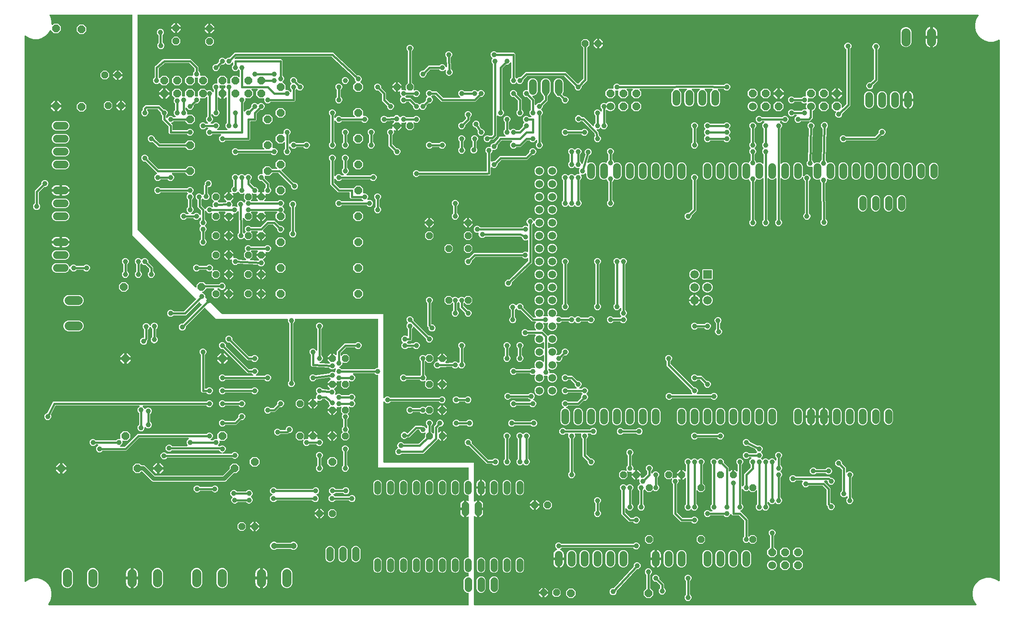
<source format=gbr>
G04 EAGLE Gerber RS-274X export*
G75*
%MOMM*%
%FSLAX34Y34*%
%LPD*%
%INBottom Copper*%
%IPPOS*%
%AMOC8*
5,1,8,0,0,1.08239X$1,22.5*%
G01*
%ADD10C,1.508000*%
%ADD11C,1.508000*%
%ADD12C,1.422400*%
%ADD13C,1.676400*%
%ADD14R,1.676400X1.676400*%
%ADD15C,1.524000*%
%ADD16P,1.649562X8X22.500000*%
%ADD17C,1.524000*%
%ADD18C,1.790700*%
%ADD19P,1.429621X8X22.500000*%
%ADD20P,1.429621X8X292.500000*%
%ADD21P,1.649562X8X202.500000*%
%ADD22P,1.649562X8X112.500000*%
%ADD23P,1.429621X8X202.500000*%
%ADD24P,1.429621X8X112.500000*%
%ADD25C,1.320800*%
%ADD26P,1.649562X8X292.500000*%
%ADD27C,1.006400*%
%ADD28C,0.406400*%
%ADD29C,0.812800*%
%ADD30C,1.206400*%

G36*
X1924094Y-78728D02*
X1924094Y-78728D01*
X1924194Y-78726D01*
X1924266Y-78708D01*
X1924340Y-78699D01*
X1924435Y-78665D01*
X1924532Y-78641D01*
X1924598Y-78607D01*
X1924668Y-78582D01*
X1924753Y-78527D01*
X1924842Y-78481D01*
X1924899Y-78433D01*
X1924961Y-78393D01*
X1925031Y-78321D01*
X1925107Y-78256D01*
X1925151Y-78196D01*
X1925203Y-78142D01*
X1925255Y-78056D01*
X1925314Y-77975D01*
X1925344Y-77907D01*
X1925382Y-77843D01*
X1925413Y-77747D01*
X1925452Y-77655D01*
X1925466Y-77582D01*
X1925488Y-77511D01*
X1925496Y-77411D01*
X1925514Y-77312D01*
X1925510Y-77238D01*
X1925516Y-77164D01*
X1925501Y-77064D01*
X1925496Y-76964D01*
X1925476Y-76893D01*
X1925465Y-76819D01*
X1925427Y-76726D01*
X1925400Y-76629D01*
X1925363Y-76564D01*
X1925336Y-76495D01*
X1925279Y-76413D01*
X1925229Y-76325D01*
X1925164Y-76249D01*
X1925137Y-76209D01*
X1925110Y-76185D01*
X1925071Y-76139D01*
X1924065Y-75133D01*
X1919963Y-68028D01*
X1917839Y-60102D01*
X1917839Y-51898D01*
X1919963Y-43972D01*
X1924065Y-36867D01*
X1929867Y-31065D01*
X1936972Y-26963D01*
X1944898Y-24839D01*
X1953102Y-24839D01*
X1961028Y-26963D01*
X1968133Y-31065D01*
X1968439Y-31371D01*
X1968517Y-31433D01*
X1968590Y-31503D01*
X1968654Y-31541D01*
X1968712Y-31588D01*
X1968803Y-31630D01*
X1968889Y-31682D01*
X1968960Y-31705D01*
X1969027Y-31737D01*
X1969125Y-31758D01*
X1969221Y-31788D01*
X1969295Y-31794D01*
X1969368Y-31810D01*
X1969468Y-31808D01*
X1969568Y-31816D01*
X1969642Y-31805D01*
X1969716Y-31804D01*
X1969814Y-31779D01*
X1969913Y-31765D01*
X1969982Y-31737D01*
X1970054Y-31719D01*
X1970143Y-31673D01*
X1970237Y-31636D01*
X1970298Y-31593D01*
X1970364Y-31559D01*
X1970440Y-31494D01*
X1970523Y-31437D01*
X1970573Y-31382D01*
X1970629Y-31333D01*
X1970689Y-31253D01*
X1970756Y-31178D01*
X1970792Y-31113D01*
X1970837Y-31053D01*
X1970876Y-30961D01*
X1970925Y-30873D01*
X1970945Y-30802D01*
X1970975Y-30733D01*
X1970992Y-30634D01*
X1971020Y-30538D01*
X1971028Y-30437D01*
X1971036Y-30390D01*
X1971034Y-30355D01*
X1971039Y-30294D01*
X1971039Y1031218D01*
X1971031Y1031293D01*
X1971032Y1031369D01*
X1971011Y1031466D01*
X1970999Y1031564D01*
X1970974Y1031636D01*
X1970958Y1031710D01*
X1970915Y1031799D01*
X1970882Y1031892D01*
X1970841Y1031956D01*
X1970808Y1032024D01*
X1970747Y1032102D01*
X1970693Y1032185D01*
X1970638Y1032238D01*
X1970591Y1032297D01*
X1970513Y1032358D01*
X1970442Y1032427D01*
X1970377Y1032466D01*
X1970318Y1032513D01*
X1970228Y1032555D01*
X1970143Y1032606D01*
X1970071Y1032629D01*
X1970002Y1032661D01*
X1969906Y1032682D01*
X1969811Y1032712D01*
X1969736Y1032718D01*
X1969662Y1032734D01*
X1969562Y1032732D01*
X1969464Y1032740D01*
X1969389Y1032729D01*
X1969313Y1032728D01*
X1969217Y1032703D01*
X1969119Y1032689D01*
X1969049Y1032661D01*
X1968975Y1032642D01*
X1968839Y1032577D01*
X1968795Y1032560D01*
X1968780Y1032549D01*
X1968754Y1032537D01*
X1966028Y1030963D01*
X1958102Y1028839D01*
X1949898Y1028839D01*
X1941972Y1030963D01*
X1934867Y1035065D01*
X1929065Y1040867D01*
X1924963Y1047972D01*
X1922839Y1055898D01*
X1922839Y1064102D01*
X1924963Y1072028D01*
X1929065Y1079133D01*
X1929371Y1079439D01*
X1929433Y1079517D01*
X1929503Y1079590D01*
X1929541Y1079654D01*
X1929588Y1079712D01*
X1929630Y1079803D01*
X1929682Y1079889D01*
X1929705Y1079960D01*
X1929737Y1080027D01*
X1929758Y1080125D01*
X1929788Y1080221D01*
X1929794Y1080295D01*
X1929810Y1080368D01*
X1929808Y1080468D01*
X1929816Y1080568D01*
X1929805Y1080642D01*
X1929804Y1080716D01*
X1929779Y1080814D01*
X1929765Y1080913D01*
X1929737Y1080982D01*
X1929719Y1081054D01*
X1929673Y1081143D01*
X1929636Y1081237D01*
X1929593Y1081298D01*
X1929559Y1081364D01*
X1929494Y1081440D01*
X1929437Y1081523D01*
X1929382Y1081573D01*
X1929333Y1081629D01*
X1929253Y1081689D01*
X1929178Y1081756D01*
X1929113Y1081792D01*
X1929053Y1081837D01*
X1928961Y1081876D01*
X1928873Y1081925D01*
X1928802Y1081945D01*
X1928733Y1081975D01*
X1928634Y1081992D01*
X1928538Y1082020D01*
X1928437Y1082028D01*
X1928390Y1082036D01*
X1928355Y1082034D01*
X1928294Y1082039D01*
X279400Y1082039D01*
X279374Y1082036D01*
X279348Y1082038D01*
X279201Y1082016D01*
X279054Y1081999D01*
X279029Y1081991D01*
X279003Y1081987D01*
X278865Y1081932D01*
X278726Y1081882D01*
X278704Y1081868D01*
X278679Y1081858D01*
X278558Y1081773D01*
X278433Y1081693D01*
X278415Y1081674D01*
X278393Y1081659D01*
X278294Y1081549D01*
X278191Y1081442D01*
X278177Y1081420D01*
X278160Y1081400D01*
X278088Y1081270D01*
X278012Y1081143D01*
X278004Y1081118D01*
X277991Y1081095D01*
X277951Y1080952D01*
X277906Y1080811D01*
X277904Y1080785D01*
X277896Y1080760D01*
X277877Y1080516D01*
X277877Y660400D01*
X277891Y660274D01*
X277898Y660148D01*
X277911Y660102D01*
X277917Y660054D01*
X277959Y659935D01*
X277994Y659813D01*
X278018Y659771D01*
X278034Y659726D01*
X278103Y659619D01*
X278164Y659509D01*
X278204Y659463D01*
X278223Y659433D01*
X278258Y659399D01*
X278323Y659323D01*
X391601Y546045D01*
X391679Y545983D01*
X391752Y545913D01*
X391816Y545874D01*
X391874Y545828D01*
X391965Y545785D01*
X392051Y545734D01*
X392122Y545711D01*
X392189Y545679D01*
X392287Y545658D01*
X392383Y545628D01*
X392457Y545622D01*
X392530Y545606D01*
X392630Y545608D01*
X392730Y545600D01*
X392804Y545611D01*
X392878Y545612D01*
X392975Y545636D01*
X393075Y545651D01*
X393144Y545679D01*
X393216Y545697D01*
X393306Y545743D01*
X393399Y545780D01*
X393460Y545822D01*
X393526Y545857D01*
X393603Y545922D01*
X393685Y545979D01*
X393735Y546034D01*
X393791Y546082D01*
X393851Y546163D01*
X393918Y546238D01*
X393954Y546303D01*
X393999Y546363D01*
X394038Y546455D01*
X394087Y546543D01*
X394107Y546614D01*
X394137Y546683D01*
X394154Y546781D01*
X394182Y546878D01*
X394190Y546978D01*
X394198Y547026D01*
X394196Y547061D01*
X394201Y547122D01*
X394201Y550893D01*
X399707Y556399D01*
X407493Y556399D01*
X411635Y552257D01*
X411734Y552178D01*
X411828Y552094D01*
X411870Y552070D01*
X411908Y552040D01*
X412022Y551986D01*
X412133Y551925D01*
X412179Y551912D01*
X412223Y551891D01*
X412346Y551865D01*
X412468Y551830D01*
X412529Y551825D01*
X412564Y551818D01*
X412612Y551819D01*
X412712Y551811D01*
X437548Y551811D01*
X437674Y551825D01*
X437800Y551832D01*
X437846Y551845D01*
X437894Y551851D01*
X438013Y551893D01*
X438135Y551928D01*
X438177Y551952D01*
X438222Y551968D01*
X438329Y552037D01*
X438439Y552098D01*
X438485Y552138D01*
X438515Y552157D01*
X438549Y552192D01*
X438625Y552257D01*
X440142Y553774D01*
X442645Y554811D01*
X445355Y554811D01*
X447858Y553774D01*
X449774Y551858D01*
X450811Y549355D01*
X450811Y546645D01*
X449774Y544142D01*
X447858Y542226D01*
X445355Y541189D01*
X442645Y541189D01*
X440142Y542226D01*
X438625Y543743D01*
X438526Y543822D01*
X438432Y543906D01*
X438390Y543930D01*
X438352Y543960D01*
X438238Y544014D01*
X438127Y544075D01*
X438081Y544088D01*
X438037Y544109D01*
X437914Y544135D01*
X437792Y544170D01*
X437731Y544175D01*
X437696Y544182D01*
X437648Y544181D01*
X437548Y544189D01*
X436543Y544189D01*
X436443Y544178D01*
X436343Y544176D01*
X436271Y544158D01*
X436197Y544149D01*
X436102Y544116D01*
X436005Y544091D01*
X435939Y544057D01*
X435869Y544032D01*
X435784Y543977D01*
X435695Y543931D01*
X435638Y543883D01*
X435576Y543843D01*
X435506Y543771D01*
X435430Y543706D01*
X435386Y543646D01*
X435334Y543592D01*
X435282Y543506D01*
X435223Y543425D01*
X435193Y543357D01*
X435155Y543293D01*
X435124Y543197D01*
X435085Y543105D01*
X435071Y543032D01*
X435049Y542961D01*
X435041Y542861D01*
X435023Y542762D01*
X435027Y542688D01*
X435021Y542614D01*
X435036Y542514D01*
X435041Y542414D01*
X435061Y542343D01*
X435072Y542269D01*
X435110Y542176D01*
X435137Y542079D01*
X435174Y542014D01*
X435201Y541945D01*
X435258Y541863D01*
X435308Y541775D01*
X435373Y541699D01*
X435400Y541659D01*
X435427Y541635D01*
X435466Y541589D01*
X440183Y536872D01*
X440183Y529928D01*
X435272Y525017D01*
X428328Y525017D01*
X423417Y529928D01*
X423417Y536872D01*
X428134Y541589D01*
X428196Y541667D01*
X428266Y541740D01*
X428304Y541804D01*
X428351Y541862D01*
X428394Y541953D01*
X428445Y542039D01*
X428468Y542110D01*
X428500Y542177D01*
X428521Y542275D01*
X428551Y542371D01*
X428557Y542445D01*
X428573Y542518D01*
X428571Y542618D01*
X428579Y542718D01*
X428568Y542792D01*
X428567Y542866D01*
X428542Y542963D01*
X428528Y543063D01*
X428500Y543132D01*
X428482Y543204D01*
X428436Y543294D01*
X428399Y543387D01*
X428356Y543448D01*
X428322Y543514D01*
X428257Y543591D01*
X428200Y543673D01*
X428145Y543723D01*
X428096Y543779D01*
X428016Y543839D01*
X427941Y543906D01*
X427876Y543942D01*
X427816Y543987D01*
X427724Y544026D01*
X427636Y544075D01*
X427564Y544095D01*
X427496Y544125D01*
X427397Y544142D01*
X427301Y544170D01*
X427201Y544178D01*
X427153Y544186D01*
X427117Y544184D01*
X427057Y544189D01*
X414522Y544189D01*
X414496Y544186D01*
X414470Y544188D01*
X414323Y544166D01*
X414176Y544149D01*
X414151Y544141D01*
X414125Y544137D01*
X413987Y544082D01*
X413848Y544032D01*
X413826Y544018D01*
X413801Y544008D01*
X413680Y543923D01*
X413555Y543843D01*
X413537Y543824D01*
X413515Y543809D01*
X413416Y543699D01*
X413313Y543592D01*
X413299Y543570D01*
X413282Y543550D01*
X413210Y543420D01*
X413134Y543293D01*
X413126Y543268D01*
X413113Y543245D01*
X413104Y543212D01*
X407493Y537601D01*
X406276Y537601D01*
X406226Y537596D01*
X406175Y537598D01*
X406053Y537576D01*
X405929Y537561D01*
X405882Y537544D01*
X405832Y537535D01*
X405718Y537486D01*
X405601Y537444D01*
X405559Y537417D01*
X405513Y537397D01*
X405413Y537322D01*
X405309Y537255D01*
X405274Y537219D01*
X405233Y537189D01*
X405153Y537094D01*
X405066Y537004D01*
X405040Y536961D01*
X405008Y536923D01*
X404951Y536812D01*
X404887Y536705D01*
X404872Y536657D01*
X404849Y536612D01*
X404819Y536492D01*
X404781Y536373D01*
X404777Y536323D01*
X404765Y536274D01*
X404763Y536150D01*
X404753Y536026D01*
X404761Y535976D01*
X404760Y535926D01*
X404787Y535804D01*
X404805Y535681D01*
X404824Y535634D01*
X404834Y535585D01*
X404888Y535473D01*
X404934Y535357D01*
X404962Y535316D01*
X404984Y535270D01*
X405062Y535173D01*
X405133Y535071D01*
X405170Y535037D01*
X405201Y534998D01*
X405299Y534921D01*
X405391Y534838D01*
X405436Y534813D01*
X405475Y534782D01*
X405693Y534671D01*
X407858Y533774D01*
X409774Y531858D01*
X410811Y529355D01*
X410811Y527466D01*
X410825Y527340D01*
X410832Y527214D01*
X410845Y527168D01*
X410851Y527120D01*
X410893Y527001D01*
X410928Y526879D01*
X410952Y526837D01*
X410968Y526792D01*
X411037Y526685D01*
X411098Y526575D01*
X411138Y526529D01*
X411157Y526499D01*
X411192Y526465D01*
X411257Y526389D01*
X443423Y494223D01*
X443522Y494144D01*
X443616Y494060D01*
X443658Y494036D01*
X443696Y494006D01*
X443810Y493952D01*
X443921Y493891D01*
X443967Y493878D01*
X444011Y493857D01*
X444134Y493831D01*
X444256Y493796D01*
X444317Y493792D01*
X444352Y493784D01*
X444400Y493785D01*
X444500Y493777D01*
X760477Y493777D01*
X760477Y329786D01*
X760488Y329686D01*
X760490Y329586D01*
X760508Y329514D01*
X760517Y329440D01*
X760550Y329345D01*
X760575Y329248D01*
X760609Y329182D01*
X760634Y329112D01*
X760689Y329027D01*
X760735Y328938D01*
X760783Y328881D01*
X760823Y328819D01*
X760896Y328749D01*
X760960Y328673D01*
X761020Y328629D01*
X761074Y328577D01*
X761160Y328525D01*
X761241Y328465D01*
X761309Y328436D01*
X761373Y328398D01*
X761469Y328367D01*
X761561Y328327D01*
X761634Y328314D01*
X761705Y328292D01*
X761805Y328284D01*
X761904Y328266D01*
X761978Y328270D01*
X762052Y328264D01*
X762152Y328279D01*
X762252Y328284D01*
X762323Y328304D01*
X762397Y328315D01*
X762490Y328352D01*
X762587Y328380D01*
X762652Y328417D01*
X762721Y328444D01*
X762803Y328501D01*
X762891Y328550D01*
X762967Y328616D01*
X763007Y328643D01*
X763031Y328669D01*
X763077Y328709D01*
X765142Y330774D01*
X767645Y331811D01*
X770355Y331811D01*
X772858Y330774D01*
X774375Y329257D01*
X774474Y329178D01*
X774568Y329094D01*
X774610Y329070D01*
X774648Y329040D01*
X774762Y328986D01*
X774873Y328925D01*
X774919Y328912D01*
X774963Y328891D01*
X775086Y328865D01*
X775208Y328830D01*
X775269Y328825D01*
X775304Y328818D01*
X775352Y328819D01*
X775452Y328811D01*
X869548Y328811D01*
X869674Y328825D01*
X869800Y328832D01*
X869846Y328845D01*
X869894Y328851D01*
X870013Y328893D01*
X870135Y328928D01*
X870177Y328952D01*
X870222Y328968D01*
X870329Y329037D01*
X870439Y329098D01*
X870485Y329138D01*
X870515Y329157D01*
X870549Y329192D01*
X870625Y329257D01*
X872142Y330774D01*
X874645Y331811D01*
X877355Y331811D01*
X879858Y330774D01*
X881774Y328858D01*
X882811Y326355D01*
X882811Y323645D01*
X881774Y321142D01*
X879858Y319226D01*
X877355Y318189D01*
X874645Y318189D01*
X872142Y319226D01*
X870625Y320743D01*
X870526Y320822D01*
X870432Y320906D01*
X870390Y320930D01*
X870352Y320960D01*
X870238Y321014D01*
X870127Y321075D01*
X870081Y321088D01*
X870037Y321109D01*
X869914Y321135D01*
X869792Y321170D01*
X869731Y321175D01*
X869696Y321182D01*
X869648Y321181D01*
X869548Y321189D01*
X775452Y321189D01*
X775326Y321175D01*
X775200Y321168D01*
X775154Y321155D01*
X775106Y321149D01*
X774987Y321107D01*
X774865Y321072D01*
X774823Y321048D01*
X774778Y321032D01*
X774671Y320963D01*
X774561Y320902D01*
X774515Y320862D01*
X774485Y320843D01*
X774451Y320808D01*
X774375Y320743D01*
X772858Y319226D01*
X770355Y318189D01*
X767645Y318189D01*
X765142Y319226D01*
X763077Y321291D01*
X762999Y321353D01*
X762926Y321423D01*
X762862Y321462D01*
X762804Y321508D01*
X762713Y321551D01*
X762627Y321602D01*
X762556Y321625D01*
X762489Y321657D01*
X762391Y321678D01*
X762295Y321708D01*
X762221Y321714D01*
X762148Y321730D01*
X762048Y321728D01*
X761948Y321736D01*
X761874Y321725D01*
X761800Y321724D01*
X761703Y321700D01*
X761603Y321685D01*
X761534Y321657D01*
X761462Y321639D01*
X761373Y321593D01*
X761279Y321556D01*
X761218Y321513D01*
X761152Y321479D01*
X761076Y321414D01*
X760993Y321357D01*
X760943Y321302D01*
X760887Y321254D01*
X760827Y321173D01*
X760760Y321098D01*
X760724Y321033D01*
X760679Y320973D01*
X760640Y320881D01*
X760591Y320793D01*
X760571Y320722D01*
X760541Y320653D01*
X760524Y320554D01*
X760496Y320458D01*
X760488Y320358D01*
X760480Y320310D01*
X760482Y320275D01*
X760477Y320214D01*
X760477Y203200D01*
X760480Y203174D01*
X760478Y203148D01*
X760500Y203001D01*
X760517Y202854D01*
X760525Y202829D01*
X760529Y202803D01*
X760584Y202665D01*
X760634Y202526D01*
X760648Y202504D01*
X760658Y202479D01*
X760743Y202358D01*
X760823Y202233D01*
X760842Y202215D01*
X760857Y202193D01*
X760967Y202094D01*
X761074Y201991D01*
X761096Y201977D01*
X761116Y201960D01*
X761246Y201888D01*
X761373Y201812D01*
X761398Y201804D01*
X761421Y201791D01*
X761564Y201751D01*
X761705Y201706D01*
X761731Y201704D01*
X761756Y201696D01*
X762000Y201677D01*
X938277Y201677D01*
X938277Y126568D01*
X938295Y126413D01*
X938308Y126259D01*
X938314Y126241D01*
X938317Y126222D01*
X938369Y126075D01*
X938418Y125928D01*
X938428Y125912D01*
X938434Y125894D01*
X938518Y125763D01*
X938599Y125631D01*
X938613Y125617D01*
X938623Y125601D01*
X938735Y125492D01*
X938844Y125382D01*
X938860Y125372D01*
X938874Y125359D01*
X939007Y125279D01*
X939138Y125196D01*
X939156Y125190D01*
X939173Y125180D01*
X939320Y125133D01*
X939467Y125081D01*
X939486Y125079D01*
X939505Y125073D01*
X939659Y125061D01*
X939814Y125045D01*
X939833Y125047D01*
X939852Y125045D01*
X940005Y125068D01*
X940160Y125088D01*
X940178Y125094D01*
X940197Y125097D01*
X940341Y125154D01*
X940487Y125208D01*
X940506Y125220D01*
X940521Y125226D01*
X940557Y125251D01*
X940695Y125335D01*
X941841Y126168D01*
X943195Y126858D01*
X944615Y127319D01*
X944615Y111562D01*
X944618Y111536D01*
X944616Y111510D01*
X944638Y111363D01*
X944655Y111216D01*
X944663Y111191D01*
X944667Y111165D01*
X944722Y111028D01*
X944772Y110888D01*
X944786Y110866D01*
X944796Y110841D01*
X944828Y110796D01*
X944826Y110792D01*
X944750Y110665D01*
X944742Y110640D01*
X944729Y110617D01*
X944689Y110474D01*
X944644Y110333D01*
X944641Y110307D01*
X944634Y110282D01*
X944615Y110038D01*
X944615Y94281D01*
X943195Y94742D01*
X941841Y95432D01*
X940695Y96265D01*
X940560Y96341D01*
X940427Y96420D01*
X940409Y96426D01*
X940392Y96436D01*
X940242Y96479D01*
X940095Y96527D01*
X940076Y96528D01*
X940057Y96534D01*
X939902Y96542D01*
X939748Y96555D01*
X939729Y96552D01*
X939709Y96553D01*
X939556Y96526D01*
X939403Y96503D01*
X939385Y96496D01*
X939366Y96492D01*
X939224Y96432D01*
X939079Y96374D01*
X939063Y96363D01*
X939046Y96355D01*
X938920Y96264D01*
X938793Y96175D01*
X938780Y96161D01*
X938765Y96149D01*
X938663Y96031D01*
X938560Y95916D01*
X938550Y95899D01*
X938538Y95885D01*
X938466Y95747D01*
X938391Y95611D01*
X938386Y95593D01*
X938377Y95576D01*
X938339Y95426D01*
X938296Y95276D01*
X938295Y95253D01*
X938291Y95238D01*
X938290Y95194D01*
X938277Y95032D01*
X938277Y-77216D01*
X938280Y-77242D01*
X938278Y-77268D01*
X938300Y-77415D01*
X938317Y-77562D01*
X938325Y-77587D01*
X938329Y-77613D01*
X938384Y-77751D01*
X938434Y-77890D01*
X938448Y-77912D01*
X938458Y-77937D01*
X938543Y-78058D01*
X938623Y-78183D01*
X938642Y-78201D01*
X938657Y-78223D01*
X938767Y-78322D01*
X938874Y-78425D01*
X938896Y-78439D01*
X938916Y-78456D01*
X939046Y-78528D01*
X939173Y-78604D01*
X939198Y-78612D01*
X939221Y-78625D01*
X939364Y-78665D01*
X939505Y-78710D01*
X939531Y-78712D01*
X939556Y-78720D01*
X939800Y-78739D01*
X1923994Y-78739D01*
X1924094Y-78728D01*
G37*
G36*
X927126Y-78736D02*
X927126Y-78736D01*
X927152Y-78738D01*
X927299Y-78716D01*
X927446Y-78699D01*
X927471Y-78691D01*
X927497Y-78687D01*
X927635Y-78632D01*
X927774Y-78582D01*
X927796Y-78568D01*
X927821Y-78558D01*
X927942Y-78473D01*
X928067Y-78393D01*
X928085Y-78374D01*
X928107Y-78359D01*
X928206Y-78249D01*
X928309Y-78142D01*
X928323Y-78120D01*
X928340Y-78100D01*
X928412Y-77970D01*
X928488Y-77843D01*
X928496Y-77818D01*
X928509Y-77795D01*
X928549Y-77653D01*
X928594Y-77511D01*
X928596Y-77485D01*
X928604Y-77460D01*
X928623Y-77216D01*
X928623Y-55626D01*
X928620Y-55600D01*
X928622Y-55574D01*
X928600Y-55427D01*
X928583Y-55280D01*
X928575Y-55255D01*
X928571Y-55229D01*
X928516Y-55091D01*
X928466Y-54952D01*
X928452Y-54930D01*
X928442Y-54905D01*
X928357Y-54784D01*
X928277Y-54659D01*
X928258Y-54641D01*
X928243Y-54619D01*
X928133Y-54520D01*
X928026Y-54417D01*
X928004Y-54403D01*
X927984Y-54386D01*
X927854Y-54314D01*
X927727Y-54238D01*
X927702Y-54230D01*
X927679Y-54217D01*
X927536Y-54177D01*
X927395Y-54132D01*
X927369Y-54130D01*
X927344Y-54122D01*
X927100Y-54103D01*
X925332Y-54103D01*
X922064Y-52749D01*
X919563Y-50248D01*
X918209Y-46980D01*
X918209Y-29220D01*
X919563Y-25952D01*
X922064Y-23451D01*
X925332Y-22097D01*
X927100Y-22097D01*
X927126Y-22094D01*
X927152Y-22096D01*
X927299Y-22074D01*
X927446Y-22057D01*
X927471Y-22049D01*
X927497Y-22045D01*
X927635Y-21990D01*
X927774Y-21940D01*
X927796Y-21926D01*
X927821Y-21916D01*
X927942Y-21831D01*
X928067Y-21751D01*
X928085Y-21732D01*
X928107Y-21717D01*
X928206Y-21607D01*
X928309Y-21500D01*
X928323Y-21478D01*
X928340Y-21458D01*
X928412Y-21328D01*
X928488Y-21201D01*
X928496Y-21176D01*
X928509Y-21153D01*
X928549Y-21010D01*
X928594Y-20869D01*
X928596Y-20843D01*
X928604Y-20818D01*
X928623Y-20574D01*
X928623Y-16510D01*
X928620Y-16484D01*
X928622Y-16458D01*
X928600Y-16311D01*
X928583Y-16164D01*
X928575Y-16139D01*
X928571Y-16113D01*
X928516Y-15975D01*
X928466Y-15836D01*
X928452Y-15814D01*
X928442Y-15789D01*
X928357Y-15668D01*
X928277Y-15543D01*
X928258Y-15525D01*
X928243Y-15503D01*
X928133Y-15404D01*
X928026Y-15301D01*
X928004Y-15287D01*
X927984Y-15270D01*
X927854Y-15198D01*
X927727Y-15122D01*
X927702Y-15114D01*
X927679Y-15101D01*
X927536Y-15061D01*
X927395Y-15016D01*
X927369Y-15014D01*
X927344Y-15006D01*
X927100Y-14987D01*
X925433Y-14987D01*
X922352Y-13711D01*
X919993Y-11352D01*
X918717Y-8271D01*
X918717Y8271D01*
X919993Y11352D01*
X922352Y13711D01*
X925433Y14987D01*
X927100Y14987D01*
X927126Y14990D01*
X927152Y14988D01*
X927299Y15010D01*
X927446Y15027D01*
X927471Y15035D01*
X927497Y15039D01*
X927635Y15094D01*
X927774Y15144D01*
X927796Y15158D01*
X927821Y15168D01*
X927942Y15253D01*
X928067Y15333D01*
X928085Y15352D01*
X928107Y15367D01*
X928206Y15477D01*
X928309Y15584D01*
X928323Y15606D01*
X928340Y15626D01*
X928412Y15756D01*
X928488Y15883D01*
X928496Y15908D01*
X928509Y15931D01*
X928549Y16074D01*
X928594Y16215D01*
X928596Y16241D01*
X928604Y16266D01*
X928623Y16510D01*
X928623Y93998D01*
X928619Y94034D01*
X928622Y94070D01*
X928599Y94207D01*
X928583Y94344D01*
X928571Y94378D01*
X928566Y94414D01*
X928513Y94542D01*
X928466Y94673D01*
X928446Y94703D01*
X928433Y94736D01*
X928352Y94849D01*
X928277Y94965D01*
X928251Y94990D01*
X928230Y95020D01*
X928126Y95111D01*
X928026Y95208D01*
X927995Y95226D01*
X927968Y95250D01*
X927846Y95315D01*
X927727Y95386D01*
X927693Y95397D01*
X927661Y95414D01*
X927527Y95450D01*
X927395Y95493D01*
X927359Y95496D01*
X927325Y95505D01*
X927186Y95509D01*
X927048Y95521D01*
X927012Y95515D01*
X926976Y95516D01*
X926840Y95490D01*
X926703Y95469D01*
X926670Y95456D01*
X926635Y95449D01*
X926408Y95355D01*
X925205Y94742D01*
X923785Y94281D01*
X923785Y110038D01*
X923782Y110064D01*
X923784Y110090D01*
X923762Y110237D01*
X923745Y110384D01*
X923737Y110409D01*
X923733Y110435D01*
X923678Y110572D01*
X923628Y110712D01*
X923614Y110734D01*
X923604Y110759D01*
X923572Y110804D01*
X923574Y110808D01*
X923650Y110935D01*
X923658Y110960D01*
X923671Y110983D01*
X923711Y111126D01*
X923756Y111267D01*
X923758Y111293D01*
X923766Y111318D01*
X923785Y111562D01*
X923785Y127319D01*
X925205Y126858D01*
X926408Y126245D01*
X926442Y126232D01*
X926473Y126214D01*
X926605Y126171D01*
X926735Y126123D01*
X926771Y126118D01*
X926805Y126107D01*
X926943Y126096D01*
X927081Y126079D01*
X927116Y126082D01*
X927152Y126079D01*
X927289Y126100D01*
X927427Y126114D01*
X927461Y126126D01*
X927497Y126131D01*
X927626Y126182D01*
X927757Y126227D01*
X927787Y126247D01*
X927821Y126260D01*
X927935Y126339D01*
X928052Y126413D01*
X928077Y126438D01*
X928107Y126459D01*
X928200Y126562D01*
X928297Y126660D01*
X928316Y126691D01*
X928340Y126718D01*
X928407Y126839D01*
X928480Y126957D01*
X928492Y126991D01*
X928509Y127023D01*
X928547Y127156D01*
X928591Y127288D01*
X928594Y127323D01*
X928604Y127358D01*
X928623Y127602D01*
X928623Y135890D01*
X928620Y135916D01*
X928622Y135942D01*
X928600Y136089D01*
X928583Y136236D01*
X928575Y136261D01*
X928571Y136287D01*
X928516Y136425D01*
X928466Y136564D01*
X928452Y136586D01*
X928442Y136611D01*
X928357Y136732D01*
X928277Y136857D01*
X928258Y136875D01*
X928243Y136897D01*
X928133Y136996D01*
X928026Y137099D01*
X928004Y137113D01*
X927984Y137130D01*
X927854Y137202D01*
X927727Y137278D01*
X927702Y137286D01*
X927679Y137299D01*
X927536Y137339D01*
X927395Y137384D01*
X927369Y137386D01*
X927344Y137394D01*
X927100Y137413D01*
X925433Y137413D01*
X922352Y138689D01*
X919993Y141048D01*
X918717Y144129D01*
X918717Y160671D01*
X919993Y163752D01*
X922352Y166111D01*
X925433Y167387D01*
X927100Y167387D01*
X927126Y167390D01*
X927152Y167388D01*
X927299Y167410D01*
X927446Y167427D01*
X927471Y167435D01*
X927497Y167439D01*
X927635Y167494D01*
X927774Y167544D01*
X927796Y167558D01*
X927821Y167568D01*
X927942Y167653D01*
X928067Y167733D01*
X928085Y167752D01*
X928107Y167767D01*
X928206Y167877D01*
X928309Y167984D01*
X928323Y168006D01*
X928340Y168026D01*
X928412Y168156D01*
X928488Y168283D01*
X928496Y168308D01*
X928509Y168331D01*
X928549Y168474D01*
X928594Y168615D01*
X928596Y168641D01*
X928604Y168666D01*
X928623Y168910D01*
X928623Y190500D01*
X928620Y190526D01*
X928622Y190552D01*
X928600Y190699D01*
X928583Y190846D01*
X928575Y190871D01*
X928571Y190897D01*
X928516Y191035D01*
X928466Y191174D01*
X928452Y191196D01*
X928442Y191221D01*
X928357Y191342D01*
X928277Y191467D01*
X928258Y191485D01*
X928243Y191507D01*
X928133Y191606D01*
X928026Y191709D01*
X928004Y191723D01*
X927984Y191740D01*
X927854Y191812D01*
X927727Y191888D01*
X927702Y191896D01*
X927679Y191909D01*
X927536Y191949D01*
X927395Y191994D01*
X927369Y191996D01*
X927344Y192004D01*
X927100Y192023D01*
X750823Y192023D01*
X750823Y372666D01*
X750820Y372692D01*
X750822Y372718D01*
X750800Y372865D01*
X750783Y373012D01*
X750775Y373037D01*
X750771Y373063D01*
X750716Y373201D01*
X750666Y373340D01*
X750652Y373362D01*
X750642Y373387D01*
X750557Y373508D01*
X750477Y373633D01*
X750458Y373651D01*
X750443Y373673D01*
X750333Y373772D01*
X750226Y373875D01*
X750204Y373889D01*
X750184Y373906D01*
X750054Y373978D01*
X749927Y374054D01*
X749902Y374062D01*
X749879Y374075D01*
X749736Y374115D01*
X749595Y374160D01*
X749569Y374162D01*
X749544Y374170D01*
X749300Y374189D01*
X747945Y374189D01*
X745442Y375226D01*
X743925Y376743D01*
X743826Y376822D01*
X743732Y376906D01*
X743690Y376930D01*
X743652Y376960D01*
X743538Y377014D01*
X743427Y377075D01*
X743381Y377088D01*
X743337Y377109D01*
X743214Y377135D01*
X743092Y377170D01*
X743031Y377175D01*
X742996Y377182D01*
X742948Y377181D01*
X742848Y377189D01*
X702495Y377189D01*
X702444Y377184D01*
X702394Y377186D01*
X702272Y377164D01*
X702148Y377149D01*
X702101Y377132D01*
X702051Y377123D01*
X701937Y377074D01*
X701820Y377032D01*
X701778Y377005D01*
X701732Y376984D01*
X701632Y376910D01*
X701527Y376843D01*
X701492Y376807D01*
X701452Y376777D01*
X701372Y376682D01*
X701285Y376592D01*
X701259Y376549D01*
X701227Y376511D01*
X701170Y376400D01*
X701106Y376293D01*
X701091Y376245D01*
X701068Y376200D01*
X701038Y376080D01*
X701000Y375961D01*
X700996Y375911D01*
X700984Y375862D01*
X700982Y375738D01*
X700972Y375614D01*
X700980Y375564D01*
X700979Y375514D01*
X701005Y375392D01*
X701024Y375269D01*
X701042Y375222D01*
X701053Y375173D01*
X701107Y375061D01*
X701153Y374945D01*
X701181Y374904D01*
X701203Y374858D01*
X701281Y374761D01*
X701352Y374659D01*
X701389Y374625D01*
X701420Y374586D01*
X701518Y374509D01*
X701610Y374426D01*
X701654Y374401D01*
X701694Y374370D01*
X701912Y374259D01*
X702358Y374074D01*
X704274Y372158D01*
X705311Y369655D01*
X705311Y366945D01*
X704274Y364442D01*
X702358Y362526D01*
X699855Y361489D01*
X697145Y361489D01*
X695037Y362363D01*
X694988Y362377D01*
X694943Y362398D01*
X694821Y362424D01*
X694702Y362458D01*
X694651Y362461D01*
X694602Y362471D01*
X694478Y362469D01*
X694353Y362475D01*
X694304Y362466D01*
X694254Y362465D01*
X694133Y362435D01*
X694011Y362413D01*
X693964Y362393D01*
X693916Y362380D01*
X693805Y362323D01*
X693691Y362274D01*
X693651Y362244D01*
X693606Y362221D01*
X693511Y362140D01*
X693411Y362066D01*
X693379Y362028D01*
X693340Y361995D01*
X693266Y361895D01*
X693186Y361800D01*
X693163Y361755D01*
X693133Y361715D01*
X693084Y361600D01*
X693027Y361490D01*
X693015Y361441D01*
X692995Y361395D01*
X692973Y361272D01*
X692943Y361152D01*
X692942Y361101D01*
X692934Y361052D01*
X692940Y360927D01*
X692938Y360803D01*
X692949Y360754D01*
X692951Y360704D01*
X692986Y360584D01*
X693012Y360463D01*
X693034Y360417D01*
X693048Y360369D01*
X693109Y360260D01*
X693162Y360148D01*
X693194Y360108D01*
X693218Y360065D01*
X693377Y359878D01*
X694183Y359072D01*
X694183Y352128D01*
X689272Y347217D01*
X682328Y347217D01*
X677417Y352128D01*
X677417Y359072D01*
X678223Y359878D01*
X678255Y359918D01*
X678292Y359952D01*
X678363Y360054D01*
X678440Y360151D01*
X678461Y360197D01*
X678490Y360238D01*
X678536Y360354D01*
X678589Y360466D01*
X678599Y360516D01*
X678618Y360562D01*
X678636Y360686D01*
X678662Y360807D01*
X678661Y360857D01*
X678669Y360907D01*
X678658Y361032D01*
X678656Y361156D01*
X678644Y361204D01*
X678640Y361255D01*
X678602Y361373D01*
X678571Y361494D01*
X678548Y361538D01*
X678533Y361586D01*
X678469Y361693D01*
X678412Y361803D01*
X678379Y361842D01*
X678353Y361885D01*
X678267Y361974D01*
X678186Y362069D01*
X678145Y362099D01*
X678110Y362135D01*
X678006Y362202D01*
X677906Y362276D01*
X677859Y362296D01*
X677817Y362323D01*
X677700Y362365D01*
X677586Y362414D01*
X677536Y362423D01*
X677489Y362440D01*
X677365Y362454D01*
X677243Y362476D01*
X677192Y362473D01*
X677142Y362479D01*
X677019Y362464D01*
X676894Y362458D01*
X676846Y362444D01*
X676796Y362438D01*
X676563Y362363D01*
X676560Y362361D01*
X674455Y361489D01*
X671745Y361489D01*
X671476Y361601D01*
X671428Y361614D01*
X671382Y361636D01*
X671261Y361662D01*
X671141Y361696D01*
X671091Y361699D01*
X671042Y361709D01*
X670917Y361707D01*
X670793Y361713D01*
X670744Y361704D01*
X670693Y361703D01*
X670572Y361673D01*
X670450Y361651D01*
X670404Y361631D01*
X670355Y361618D01*
X670245Y361561D01*
X670131Y361512D01*
X670090Y361482D01*
X670045Y361459D01*
X669951Y361378D01*
X669851Y361304D01*
X669818Y361266D01*
X669780Y361233D01*
X669706Y361133D01*
X669626Y361038D01*
X669603Y360993D01*
X669573Y360953D01*
X669524Y360838D01*
X669467Y360728D01*
X669455Y360679D01*
X669435Y360632D01*
X669413Y360510D01*
X669383Y360390D01*
X669382Y360339D01*
X669373Y360289D01*
X669380Y360165D01*
X669378Y360041D01*
X669389Y359992D01*
X669391Y359941D01*
X669426Y359822D01*
X669452Y359701D01*
X669474Y359655D01*
X669488Y359607D01*
X669545Y359505D01*
X669545Y357631D01*
X660908Y357631D01*
X660882Y357628D01*
X660856Y357630D01*
X660709Y357608D01*
X660562Y357591D01*
X660537Y357583D01*
X660511Y357579D01*
X660404Y357536D01*
X660328Y357557D01*
X660187Y357602D01*
X660161Y357604D01*
X660136Y357612D01*
X659892Y357631D01*
X651255Y357631D01*
X651255Y359388D01*
X656946Y365079D01*
X657040Y365197D01*
X657137Y365312D01*
X657148Y365333D01*
X657163Y365352D01*
X657227Y365488D01*
X657296Y365622D01*
X657302Y365645D01*
X657312Y365667D01*
X657343Y365814D01*
X657380Y365960D01*
X657380Y365984D01*
X657385Y366008D01*
X657383Y366158D01*
X657385Y366309D01*
X657380Y366332D01*
X657379Y366356D01*
X657343Y366502D01*
X657311Y366649D01*
X657300Y366671D01*
X657294Y366694D01*
X657225Y366828D01*
X657161Y366964D01*
X657146Y366983D01*
X657135Y367004D01*
X657037Y367119D01*
X656943Y367236D01*
X656924Y367251D01*
X656909Y367269D01*
X656788Y367359D01*
X656670Y367452D01*
X656644Y367465D01*
X656629Y367477D01*
X656585Y367495D01*
X656560Y367508D01*
X655814Y368254D01*
X655774Y368286D01*
X655739Y368324D01*
X655638Y368394D01*
X655541Y368471D01*
X655494Y368493D01*
X655452Y368522D01*
X655338Y368567D01*
X655226Y368620D01*
X655176Y368631D01*
X655128Y368649D01*
X655006Y368667D01*
X654885Y368693D01*
X654834Y368692D01*
X654783Y368700D01*
X654539Y368687D01*
X629285Y365373D01*
X629138Y365336D01*
X628990Y365304D01*
X628969Y365294D01*
X628946Y365289D01*
X628812Y365220D01*
X628675Y365154D01*
X628657Y365140D01*
X628636Y365129D01*
X628521Y365031D01*
X628403Y364937D01*
X628388Y364919D01*
X628371Y364904D01*
X628280Y364782D01*
X628187Y364663D01*
X628174Y364639D01*
X628163Y364624D01*
X628145Y364581D01*
X628075Y364446D01*
X628074Y364442D01*
X626158Y362526D01*
X623655Y361489D01*
X620945Y361489D01*
X618442Y362526D01*
X616526Y364442D01*
X615489Y366945D01*
X615489Y369655D01*
X616526Y372158D01*
X618442Y374074D01*
X620945Y375111D01*
X623655Y375111D01*
X626158Y374074D01*
X626886Y373346D01*
X626926Y373314D01*
X626961Y373276D01*
X627062Y373206D01*
X627159Y373129D01*
X627206Y373107D01*
X627248Y373078D01*
X627362Y373033D01*
X627474Y372980D01*
X627524Y372969D01*
X627572Y372951D01*
X627694Y372933D01*
X627815Y372907D01*
X627866Y372908D01*
X627917Y372900D01*
X628161Y372913D01*
X653415Y376227D01*
X653562Y376264D01*
X653710Y376296D01*
X653731Y376306D01*
X653754Y376311D01*
X653888Y376380D01*
X654025Y376446D01*
X654043Y376460D01*
X654064Y376471D01*
X654179Y376569D01*
X654297Y376663D01*
X654312Y376681D01*
X654329Y376696D01*
X654420Y376818D01*
X654513Y376937D01*
X654526Y376961D01*
X654537Y376976D01*
X654555Y377019D01*
X654625Y377154D01*
X654626Y377158D01*
X656542Y379074D01*
X659045Y380111D01*
X661755Y380111D01*
X664183Y379105D01*
X664328Y379064D01*
X664471Y379018D01*
X664495Y379016D01*
X664518Y379009D01*
X664669Y379002D01*
X664818Y378990D01*
X664842Y378993D01*
X664866Y378992D01*
X665014Y379019D01*
X665163Y379041D01*
X665185Y379050D01*
X665209Y379055D01*
X665347Y379115D01*
X665487Y379170D01*
X665507Y379184D01*
X665529Y379194D01*
X665650Y379283D01*
X665773Y379369D01*
X665789Y379387D01*
X665809Y379402D01*
X665906Y379516D01*
X666006Y379628D01*
X666018Y379649D01*
X666034Y379668D01*
X666102Y379801D01*
X666175Y379933D01*
X666181Y379956D01*
X666192Y379978D01*
X666229Y380123D01*
X666270Y380268D01*
X666272Y380298D01*
X666277Y380316D01*
X666277Y380363D01*
X666289Y380512D01*
X666289Y382355D01*
X667320Y384844D01*
X667334Y384893D01*
X667356Y384938D01*
X667382Y385060D01*
X667416Y385179D01*
X667419Y385230D01*
X667429Y385279D01*
X667427Y385403D01*
X667433Y385527D01*
X667424Y385577D01*
X667423Y385627D01*
X667393Y385748D01*
X667371Y385870D01*
X667350Y385916D01*
X667338Y385965D01*
X667281Y386076D01*
X667232Y386190D01*
X667202Y386230D01*
X667179Y386275D01*
X667098Y386370D01*
X667024Y386470D01*
X666985Y386502D01*
X666953Y386541D01*
X666853Y386614D01*
X666758Y386695D01*
X666713Y386718D01*
X666672Y386748D01*
X666558Y386797D01*
X666448Y386854D01*
X666399Y386866D01*
X666352Y386886D01*
X666230Y386908D01*
X666109Y386938D01*
X666059Y386938D01*
X666009Y386947D01*
X665885Y386941D01*
X665761Y386943D01*
X665712Y386932D01*
X665661Y386929D01*
X665542Y386895D01*
X665420Y386868D01*
X665375Y386847D01*
X665327Y386833D01*
X665218Y386772D01*
X665106Y386719D01*
X665066Y386687D01*
X665022Y386663D01*
X664836Y386504D01*
X664833Y386502D01*
X664833Y386501D01*
X664258Y385926D01*
X661755Y384889D01*
X659045Y384889D01*
X656542Y385926D01*
X654675Y387793D01*
X654608Y387847D01*
X654546Y387908D01*
X654471Y387955D01*
X654402Y388009D01*
X654324Y388046D01*
X654250Y388092D01*
X654167Y388121D01*
X654087Y388158D01*
X654003Y388177D01*
X653921Y388204D01*
X653795Y388221D01*
X653747Y388232D01*
X653720Y388231D01*
X653678Y388237D01*
X622240Y389887D01*
X622210Y389885D01*
X622160Y389889D01*
X620603Y389889D01*
X619562Y391046D01*
X619539Y391066D01*
X619507Y391104D01*
X618406Y392205D01*
X618487Y393760D01*
X618485Y393791D01*
X618489Y393840D01*
X618489Y412648D01*
X618475Y412774D01*
X618468Y412900D01*
X618455Y412946D01*
X618449Y412994D01*
X618407Y413113D01*
X618372Y413235D01*
X618348Y413277D01*
X618332Y413322D01*
X618263Y413429D01*
X618202Y413539D01*
X618162Y413585D01*
X618143Y413615D01*
X618108Y413649D01*
X618043Y413725D01*
X616526Y415242D01*
X615489Y417745D01*
X615489Y420455D01*
X616526Y422958D01*
X618442Y424874D01*
X620945Y425911D01*
X623655Y425911D01*
X626158Y424874D01*
X628074Y422958D01*
X628259Y422512D01*
X628283Y422468D01*
X628300Y422420D01*
X628368Y422316D01*
X628428Y422207D01*
X628462Y422170D01*
X628489Y422127D01*
X628579Y422041D01*
X628662Y421949D01*
X628704Y421920D01*
X628740Y421885D01*
X628847Y421821D01*
X628949Y421751D01*
X628996Y421732D01*
X629039Y421706D01*
X629157Y421669D01*
X629273Y421623D01*
X629323Y421616D01*
X629371Y421600D01*
X629495Y421590D01*
X629618Y421572D01*
X629668Y421576D01*
X629718Y421572D01*
X629841Y421591D01*
X629965Y421601D01*
X630013Y421616D01*
X630063Y421624D01*
X630179Y421670D01*
X630297Y421708D01*
X630340Y421734D01*
X630387Y421753D01*
X630489Y421824D01*
X630595Y421888D01*
X630632Y421923D01*
X630673Y421952D01*
X630756Y422044D01*
X630845Y422131D01*
X630873Y422173D01*
X630906Y422210D01*
X630967Y422319D01*
X631034Y422424D01*
X631050Y422471D01*
X631075Y422515D01*
X631109Y422635D01*
X631150Y422752D01*
X631156Y422802D01*
X631170Y422851D01*
X631189Y423095D01*
X631189Y463448D01*
X631175Y463574D01*
X631168Y463700D01*
X631155Y463746D01*
X631149Y463794D01*
X631107Y463913D01*
X631072Y464035D01*
X631048Y464077D01*
X631032Y464122D01*
X630963Y464229D01*
X630902Y464339D01*
X630862Y464385D01*
X630843Y464415D01*
X630808Y464449D01*
X630743Y464525D01*
X629226Y466042D01*
X628189Y468545D01*
X628189Y471255D01*
X629226Y473758D01*
X631142Y475674D01*
X633645Y476711D01*
X636355Y476711D01*
X638858Y475674D01*
X640774Y473758D01*
X641811Y471255D01*
X641811Y468545D01*
X640774Y466042D01*
X639257Y464525D01*
X639178Y464426D01*
X639094Y464332D01*
X639070Y464290D01*
X639040Y464252D01*
X638986Y464138D01*
X638925Y464027D01*
X638912Y463981D01*
X638891Y463937D01*
X638865Y463814D01*
X638830Y463692D01*
X638825Y463631D01*
X638818Y463596D01*
X638819Y463548D01*
X638811Y463448D01*
X638811Y412852D01*
X638825Y412726D01*
X638832Y412600D01*
X638845Y412554D01*
X638851Y412506D01*
X638893Y412387D01*
X638928Y412265D01*
X638952Y412223D01*
X638968Y412178D01*
X639037Y412071D01*
X639098Y411961D01*
X639138Y411915D01*
X639157Y411885D01*
X639192Y411851D01*
X639257Y411775D01*
X640774Y410258D01*
X641811Y407755D01*
X641811Y405045D01*
X640774Y402542D01*
X638858Y400626D01*
X636550Y399670D01*
X636541Y399665D01*
X636531Y399662D01*
X636389Y399580D01*
X636245Y399501D01*
X636237Y399494D01*
X636228Y399489D01*
X636108Y399376D01*
X635987Y399267D01*
X635981Y399258D01*
X635973Y399251D01*
X635882Y399115D01*
X635789Y398980D01*
X635785Y398970D01*
X635779Y398962D01*
X635721Y398809D01*
X635661Y398656D01*
X635659Y398645D01*
X635656Y398636D01*
X635634Y398473D01*
X635610Y398311D01*
X635611Y398301D01*
X635610Y398290D01*
X635625Y398127D01*
X635639Y397964D01*
X635642Y397954D01*
X635643Y397943D01*
X635696Y397788D01*
X635746Y397632D01*
X635751Y397623D01*
X635755Y397613D01*
X635841Y397474D01*
X635926Y397333D01*
X635933Y397326D01*
X635938Y397317D01*
X636055Y397200D01*
X636169Y397083D01*
X636177Y397078D01*
X636185Y397070D01*
X636324Y396983D01*
X636462Y396895D01*
X636472Y396892D01*
X636480Y396886D01*
X636636Y396833D01*
X636790Y396778D01*
X636801Y396777D01*
X636810Y396774D01*
X637053Y396742D01*
X654197Y395842D01*
X654363Y395852D01*
X654528Y395860D01*
X654536Y395863D01*
X654545Y395863D01*
X654704Y395911D01*
X654863Y395957D01*
X654870Y395961D01*
X654879Y395963D01*
X655023Y396046D01*
X655167Y396127D01*
X655175Y396133D01*
X655181Y396137D01*
X655201Y396156D01*
X655353Y396285D01*
X655390Y396322D01*
X655407Y396343D01*
X655427Y396360D01*
X655515Y396479D01*
X655607Y396595D01*
X655618Y396619D01*
X655634Y396640D01*
X655693Y396777D01*
X655756Y396910D01*
X655762Y396936D01*
X655772Y396960D01*
X655798Y397106D01*
X655830Y397251D01*
X655829Y397277D01*
X655834Y397303D01*
X655826Y397451D01*
X655824Y397599D01*
X655817Y397625D01*
X655816Y397651D01*
X655775Y397794D01*
X655739Y397937D01*
X655727Y397961D01*
X655719Y397986D01*
X655647Y398116D01*
X655579Y398247D01*
X655562Y398267D01*
X655549Y398290D01*
X655391Y398477D01*
X651255Y402612D01*
X651255Y404369D01*
X659892Y404369D01*
X659918Y404372D01*
X659944Y404370D01*
X660091Y404392D01*
X660238Y404409D01*
X660263Y404417D01*
X660289Y404421D01*
X660426Y404476D01*
X660566Y404526D01*
X660588Y404540D01*
X660613Y404550D01*
X660734Y404635D01*
X660859Y404715D01*
X660877Y404734D01*
X660899Y404749D01*
X660998Y404859D01*
X661101Y404966D01*
X661115Y404988D01*
X661132Y405008D01*
X661204Y405138D01*
X661280Y405265D01*
X661288Y405290D01*
X661301Y405313D01*
X661340Y405451D01*
X661443Y405492D01*
X661582Y405542D01*
X661604Y405557D01*
X661629Y405566D01*
X661750Y405651D01*
X661875Y405731D01*
X661893Y405750D01*
X661915Y405765D01*
X662014Y405875D01*
X662117Y405982D01*
X662131Y406005D01*
X662148Y406024D01*
X662220Y406154D01*
X662296Y406281D01*
X662304Y406306D01*
X662317Y406329D01*
X662357Y406472D01*
X662402Y406613D01*
X662404Y406639D01*
X662412Y406664D01*
X662431Y406908D01*
X662431Y415545D01*
X664188Y415545D01*
X666689Y413044D01*
X666767Y412981D01*
X666840Y412911D01*
X666904Y412873D01*
X666962Y412827D01*
X667053Y412784D01*
X667139Y412733D01*
X667210Y412710D01*
X667277Y412678D01*
X667375Y412657D01*
X667471Y412626D01*
X667545Y412620D01*
X667618Y412605D01*
X667718Y412606D01*
X667818Y412598D01*
X667892Y412609D01*
X667966Y412611D01*
X668063Y412635D01*
X668163Y412650D01*
X668232Y412678D01*
X668304Y412696D01*
X668393Y412742D01*
X668487Y412779D01*
X668548Y412821D01*
X668614Y412855D01*
X668690Y412920D01*
X668773Y412978D01*
X668823Y413033D01*
X668879Y413081D01*
X668939Y413162D01*
X669006Y413237D01*
X669042Y413302D01*
X669087Y413361D01*
X669126Y413454D01*
X669175Y413542D01*
X669195Y413613D01*
X669225Y413681D01*
X669242Y413780D01*
X669270Y413877D01*
X669278Y413977D01*
X669286Y414025D01*
X669284Y414060D01*
X669289Y414121D01*
X669289Y420678D01*
X684222Y435611D01*
X704748Y435611D01*
X704874Y435625D01*
X705000Y435632D01*
X705046Y435645D01*
X705094Y435651D01*
X705213Y435693D01*
X705335Y435728D01*
X705377Y435752D01*
X705422Y435768D01*
X705529Y435837D01*
X705639Y435898D01*
X705685Y435938D01*
X705715Y435957D01*
X705749Y435992D01*
X705825Y436057D01*
X707342Y437574D01*
X709845Y438611D01*
X712555Y438611D01*
X715058Y437574D01*
X716974Y435658D01*
X718011Y433155D01*
X718011Y430445D01*
X716974Y427942D01*
X715058Y426026D01*
X712555Y424989D01*
X709845Y424989D01*
X707342Y426026D01*
X705825Y427543D01*
X705726Y427622D01*
X705632Y427706D01*
X705590Y427730D01*
X705552Y427760D01*
X705438Y427814D01*
X705327Y427875D01*
X705281Y427888D01*
X705237Y427909D01*
X705114Y427935D01*
X704992Y427970D01*
X704931Y427975D01*
X704896Y427982D01*
X704848Y427981D01*
X704748Y427989D01*
X688009Y427989D01*
X687884Y427975D01*
X687758Y427968D01*
X687711Y427955D01*
X687663Y427949D01*
X687544Y427907D01*
X687423Y427872D01*
X687381Y427848D01*
X687335Y427832D01*
X687229Y427763D01*
X687119Y427702D01*
X687072Y427662D01*
X687042Y427643D01*
X687009Y427608D01*
X686932Y427543D01*
X677357Y417968D01*
X677278Y417869D01*
X677194Y417775D01*
X677170Y417732D01*
X677140Y417695D01*
X677086Y417580D01*
X677025Y417470D01*
X677012Y417423D01*
X676991Y417380D01*
X676965Y417256D01*
X676930Y417134D01*
X676925Y417074D01*
X676918Y417039D01*
X676919Y416991D01*
X676911Y416891D01*
X676911Y413043D01*
X676922Y412943D01*
X676924Y412843D01*
X676942Y412771D01*
X676951Y412697D01*
X676984Y412602D01*
X677009Y412505D01*
X677043Y412439D01*
X677068Y412369D01*
X677123Y412284D01*
X677169Y412195D01*
X677217Y412138D01*
X677257Y412076D01*
X677329Y412006D01*
X677394Y411930D01*
X677454Y411886D01*
X677508Y411834D01*
X677594Y411782D01*
X677675Y411723D01*
X677743Y411693D01*
X677807Y411655D01*
X677903Y411624D01*
X677995Y411585D01*
X678068Y411571D01*
X678139Y411549D01*
X678239Y411541D01*
X678338Y411523D01*
X678412Y411527D01*
X678486Y411521D01*
X678586Y411536D01*
X678686Y411541D01*
X678757Y411561D01*
X678831Y411572D01*
X678924Y411610D01*
X679021Y411637D01*
X679086Y411674D01*
X679155Y411701D01*
X679237Y411758D01*
X679325Y411808D01*
X679401Y411873D01*
X679441Y411900D01*
X679465Y411927D01*
X679511Y411966D01*
X682328Y414783D01*
X689272Y414783D01*
X694183Y409872D01*
X694183Y402928D01*
X689272Y398017D01*
X682280Y398017D01*
X682238Y398051D01*
X682147Y398094D01*
X682061Y398145D01*
X681990Y398168D01*
X681923Y398199D01*
X681825Y398221D01*
X681729Y398251D01*
X681655Y398257D01*
X681582Y398273D01*
X681482Y398271D01*
X681382Y398279D01*
X681308Y398268D01*
X681234Y398267D01*
X681136Y398242D01*
X681037Y398228D01*
X680968Y398200D01*
X680896Y398182D01*
X680807Y398136D01*
X680713Y398099D01*
X680652Y398056D01*
X680586Y398022D01*
X680509Y397957D01*
X680427Y397900D01*
X680377Y397845D01*
X680321Y397797D01*
X680261Y397716D01*
X680194Y397641D01*
X680158Y397576D01*
X680114Y397516D01*
X680074Y397424D01*
X680025Y397336D01*
X680005Y397264D01*
X679975Y397196D01*
X679958Y397098D01*
X679930Y397001D01*
X679922Y396900D01*
X679914Y396853D01*
X679916Y396818D01*
X679911Y396757D01*
X679911Y395545D01*
X678874Y393042D01*
X676958Y391126D01*
X675102Y390357D01*
X675014Y390309D01*
X674922Y390268D01*
X674862Y390224D01*
X674797Y390188D01*
X674723Y390121D01*
X674642Y390061D01*
X674594Y390004D01*
X674539Y389954D01*
X674482Y389871D01*
X674417Y389795D01*
X674383Y389728D01*
X674341Y389667D01*
X674304Y389574D01*
X674258Y389484D01*
X674240Y389412D01*
X674213Y389343D01*
X674198Y389244D01*
X674174Y389146D01*
X674173Y389072D01*
X674162Y388998D01*
X674171Y388898D01*
X674169Y388798D01*
X674185Y388725D01*
X674191Y388651D01*
X674222Y388555D01*
X674243Y388457D01*
X674275Y388390D01*
X674298Y388319D01*
X674350Y388233D01*
X674393Y388142D01*
X674440Y388084D01*
X674478Y388021D01*
X674548Y387949D01*
X674611Y387870D01*
X674669Y387824D01*
X674721Y387771D01*
X674805Y387716D01*
X674884Y387654D01*
X674973Y387608D01*
X675014Y387582D01*
X675048Y387570D01*
X675102Y387543D01*
X676958Y386774D01*
X678475Y385257D01*
X678574Y385178D01*
X678668Y385094D01*
X678710Y385070D01*
X678748Y385040D01*
X678862Y384986D01*
X678973Y384925D01*
X679019Y384912D01*
X679063Y384891D01*
X679186Y384865D01*
X679308Y384830D01*
X679369Y384825D01*
X679404Y384818D01*
X679452Y384819D01*
X679552Y384811D01*
X742848Y384811D01*
X742974Y384825D01*
X743100Y384832D01*
X743146Y384845D01*
X743194Y384851D01*
X743313Y384893D01*
X743435Y384928D01*
X743477Y384952D01*
X743522Y384968D01*
X743629Y385037D01*
X743739Y385098D01*
X743785Y385138D01*
X743815Y385157D01*
X743849Y385192D01*
X743925Y385257D01*
X745442Y386774D01*
X747945Y387811D01*
X749300Y387811D01*
X749326Y387814D01*
X749352Y387812D01*
X749499Y387834D01*
X749646Y387851D01*
X749671Y387859D01*
X749697Y387863D01*
X749835Y387918D01*
X749974Y387968D01*
X749996Y387982D01*
X750021Y387992D01*
X750142Y388077D01*
X750267Y388157D01*
X750285Y388176D01*
X750307Y388191D01*
X750406Y388301D01*
X750509Y388408D01*
X750523Y388430D01*
X750540Y388450D01*
X750612Y388580D01*
X750688Y388707D01*
X750696Y388732D01*
X750709Y388755D01*
X750749Y388898D01*
X750794Y389039D01*
X750796Y389065D01*
X750804Y389090D01*
X750823Y389334D01*
X750823Y482600D01*
X750820Y482626D01*
X750822Y482652D01*
X750800Y482799D01*
X750783Y482946D01*
X750775Y482971D01*
X750771Y482997D01*
X750716Y483135D01*
X750666Y483274D01*
X750652Y483296D01*
X750642Y483321D01*
X750557Y483442D01*
X750477Y483567D01*
X750458Y483585D01*
X750443Y483607D01*
X750333Y483706D01*
X750226Y483809D01*
X750204Y483823D01*
X750184Y483840D01*
X750054Y483912D01*
X749927Y483988D01*
X749902Y483996D01*
X749879Y484009D01*
X749736Y484049D01*
X749595Y484094D01*
X749569Y484096D01*
X749544Y484104D01*
X749300Y484123D01*
X588334Y484123D01*
X588308Y484120D01*
X588282Y484122D01*
X588135Y484100D01*
X587988Y484083D01*
X587963Y484075D01*
X587937Y484071D01*
X587799Y484016D01*
X587660Y483966D01*
X587638Y483952D01*
X587613Y483942D01*
X587492Y483857D01*
X587367Y483777D01*
X587349Y483758D01*
X587327Y483743D01*
X587228Y483633D01*
X587125Y483526D01*
X587111Y483504D01*
X587094Y483484D01*
X587022Y483354D01*
X586946Y483227D01*
X586938Y483202D01*
X586925Y483179D01*
X586885Y483036D01*
X586840Y482895D01*
X586838Y482869D01*
X586830Y482844D01*
X586811Y482600D01*
X586811Y479645D01*
X585774Y477142D01*
X584257Y475625D01*
X584178Y475526D01*
X584094Y475432D01*
X584070Y475390D01*
X584040Y475352D01*
X583986Y475238D01*
X583925Y475127D01*
X583912Y475081D01*
X583891Y475037D01*
X583865Y474914D01*
X583830Y474792D01*
X583825Y474731D01*
X583818Y474696D01*
X583819Y474648D01*
X583811Y474548D01*
X583811Y363452D01*
X583825Y363326D01*
X583832Y363200D01*
X583845Y363154D01*
X583851Y363106D01*
X583893Y362987D01*
X583928Y362865D01*
X583952Y362823D01*
X583968Y362778D01*
X584037Y362671D01*
X584098Y362561D01*
X584138Y362515D01*
X584157Y362485D01*
X584192Y362451D01*
X584257Y362375D01*
X585774Y360858D01*
X586811Y358355D01*
X586811Y355645D01*
X585774Y353142D01*
X583858Y351226D01*
X581355Y350189D01*
X578645Y350189D01*
X576142Y351226D01*
X574226Y353142D01*
X573189Y355645D01*
X573189Y358355D01*
X574226Y360858D01*
X575743Y362375D01*
X575822Y362474D01*
X575906Y362568D01*
X575930Y362610D01*
X575960Y362648D01*
X576014Y362762D01*
X576075Y362873D01*
X576088Y362919D01*
X576109Y362963D01*
X576135Y363086D01*
X576170Y363208D01*
X576175Y363269D01*
X576182Y363304D01*
X576181Y363352D01*
X576189Y363452D01*
X576189Y474548D01*
X576175Y474674D01*
X576168Y474800D01*
X576155Y474846D01*
X576149Y474894D01*
X576107Y475013D01*
X576072Y475135D01*
X576048Y475177D01*
X576032Y475222D01*
X575963Y475329D01*
X575902Y475439D01*
X575862Y475485D01*
X575843Y475515D01*
X575808Y475549D01*
X575743Y475625D01*
X574226Y477142D01*
X573189Y479645D01*
X573189Y482600D01*
X573186Y482626D01*
X573188Y482652D01*
X573166Y482799D01*
X573149Y482946D01*
X573141Y482971D01*
X573137Y482997D01*
X573082Y483135D01*
X573032Y483274D01*
X573018Y483296D01*
X573008Y483321D01*
X572923Y483442D01*
X572843Y483567D01*
X572824Y483585D01*
X572809Y483607D01*
X572699Y483706D01*
X572592Y483809D01*
X572570Y483823D01*
X572550Y483840D01*
X572420Y483912D01*
X572293Y483988D01*
X572268Y483996D01*
X572245Y484009D01*
X572102Y484049D01*
X571961Y484094D01*
X571935Y484096D01*
X571910Y484104D01*
X571666Y484123D01*
X432431Y484123D01*
X411049Y505505D01*
X411028Y505522D01*
X411011Y505542D01*
X410892Y505630D01*
X410776Y505722D01*
X410752Y505733D01*
X410731Y505749D01*
X410595Y505808D01*
X410461Y505871D01*
X410435Y505876D01*
X410411Y505887D01*
X410265Y505913D01*
X410120Y505944D01*
X410094Y505944D01*
X410068Y505949D01*
X409919Y505941D01*
X409772Y505938D01*
X409746Y505932D01*
X409720Y505931D01*
X409578Y505890D01*
X409434Y505853D01*
X409410Y505841D01*
X409385Y505834D01*
X409256Y505762D01*
X409124Y505694D01*
X409104Y505677D01*
X409081Y505664D01*
X408895Y505505D01*
X373257Y469868D01*
X373178Y469769D01*
X373094Y469675D01*
X373070Y469632D01*
X373040Y469595D01*
X372986Y469480D01*
X372925Y469370D01*
X372912Y469323D01*
X372891Y469280D01*
X372865Y469156D01*
X372830Y469034D01*
X372825Y468974D01*
X372818Y468939D01*
X372819Y468891D01*
X372811Y468791D01*
X372811Y466645D01*
X371774Y464142D01*
X369858Y462226D01*
X367355Y461189D01*
X364645Y461189D01*
X362142Y462226D01*
X360226Y464142D01*
X359189Y466645D01*
X359189Y469355D01*
X360226Y471858D01*
X362142Y473774D01*
X364645Y474811D01*
X366791Y474811D01*
X366916Y474825D01*
X367042Y474832D01*
X367089Y474845D01*
X367137Y474851D01*
X367256Y474893D01*
X367377Y474928D01*
X367419Y474952D01*
X367465Y474968D01*
X367571Y475037D01*
X367681Y475098D01*
X367728Y475138D01*
X367758Y475157D01*
X367791Y475192D01*
X367868Y475257D01*
X403505Y510895D01*
X403522Y510915D01*
X403542Y510932D01*
X403630Y511052D01*
X403722Y511168D01*
X403733Y511191D01*
X403749Y511212D01*
X403808Y511349D01*
X403871Y511483D01*
X403876Y511508D01*
X403887Y511532D01*
X403913Y511679D01*
X403944Y511823D01*
X403944Y511850D01*
X403949Y511875D01*
X403941Y512024D01*
X403938Y512172D01*
X403932Y512197D01*
X403931Y512224D01*
X403890Y512366D01*
X403853Y512510D01*
X403841Y512533D01*
X403834Y512558D01*
X403762Y512688D01*
X403694Y512820D01*
X403677Y512840D01*
X403664Y512863D01*
X403505Y513049D01*
X400049Y516505D01*
X400028Y516522D01*
X400011Y516542D01*
X399892Y516630D01*
X399776Y516722D01*
X399752Y516733D01*
X399731Y516749D01*
X399595Y516808D01*
X399461Y516871D01*
X399435Y516876D01*
X399411Y516887D01*
X399265Y516913D01*
X399120Y516944D01*
X399094Y516944D01*
X399068Y516949D01*
X398919Y516941D01*
X398772Y516938D01*
X398746Y516932D01*
X398720Y516931D01*
X398578Y516890D01*
X398434Y516853D01*
X398410Y516841D01*
X398385Y516834D01*
X398256Y516762D01*
X398124Y516694D01*
X398104Y516677D01*
X398081Y516664D01*
X397895Y516505D01*
X372578Y491189D01*
X349452Y491189D01*
X349326Y491175D01*
X349200Y491168D01*
X349154Y491155D01*
X349106Y491149D01*
X348987Y491107D01*
X348865Y491072D01*
X348823Y491048D01*
X348778Y491032D01*
X348671Y490963D01*
X348561Y490902D01*
X348515Y490862D01*
X348485Y490843D01*
X348451Y490808D01*
X348375Y490743D01*
X346858Y489226D01*
X344355Y488189D01*
X341645Y488189D01*
X339142Y489226D01*
X337226Y491142D01*
X336189Y493645D01*
X336189Y496355D01*
X337226Y498858D01*
X339142Y500774D01*
X341645Y501811D01*
X344355Y501811D01*
X346858Y500774D01*
X348375Y499257D01*
X348474Y499178D01*
X348568Y499094D01*
X348610Y499070D01*
X348648Y499040D01*
X348762Y498986D01*
X348873Y498925D01*
X348919Y498912D01*
X348963Y498891D01*
X349086Y498865D01*
X349208Y498830D01*
X349269Y498825D01*
X349304Y498818D01*
X349352Y498819D01*
X349452Y498811D01*
X368791Y498811D01*
X368916Y498825D01*
X369042Y498832D01*
X369089Y498845D01*
X369137Y498851D01*
X369256Y498893D01*
X369377Y498928D01*
X369419Y498952D01*
X369465Y498968D01*
X369571Y499037D01*
X369681Y499098D01*
X369728Y499138D01*
X369758Y499157D01*
X369791Y499192D01*
X369868Y499257D01*
X392505Y521895D01*
X392522Y521915D01*
X392542Y521932D01*
X392589Y521996D01*
X392610Y522018D01*
X392631Y522054D01*
X392722Y522168D01*
X392733Y522191D01*
X392749Y522212D01*
X392808Y522349D01*
X392871Y522483D01*
X392876Y522508D01*
X392887Y522532D01*
X392913Y522679D01*
X392944Y522823D01*
X392944Y522850D01*
X392949Y522875D01*
X392941Y523024D01*
X392938Y523172D01*
X392932Y523197D01*
X392931Y523224D01*
X392890Y523366D01*
X392853Y523510D01*
X392841Y523533D01*
X392834Y523558D01*
X392762Y523687D01*
X392694Y523820D01*
X392677Y523840D01*
X392664Y523863D01*
X392505Y524049D01*
X268223Y648331D01*
X268223Y1080516D01*
X268220Y1080542D01*
X268222Y1080568D01*
X268200Y1080715D01*
X268183Y1080862D01*
X268175Y1080887D01*
X268171Y1080913D01*
X268116Y1081051D01*
X268066Y1081190D01*
X268052Y1081212D01*
X268042Y1081237D01*
X267957Y1081358D01*
X267877Y1081483D01*
X267858Y1081501D01*
X267843Y1081523D01*
X267733Y1081622D01*
X267626Y1081725D01*
X267604Y1081739D01*
X267584Y1081756D01*
X267454Y1081828D01*
X267327Y1081904D01*
X267302Y1081912D01*
X267279Y1081925D01*
X267136Y1081965D01*
X266995Y1082010D01*
X266969Y1082012D01*
X266944Y1082020D01*
X266700Y1082039D01*
X106782Y1082039D01*
X106707Y1082031D01*
X106631Y1082032D01*
X106534Y1082011D01*
X106436Y1081999D01*
X106364Y1081974D01*
X106290Y1081958D01*
X106201Y1081915D01*
X106108Y1081882D01*
X106044Y1081841D01*
X105976Y1081808D01*
X105898Y1081747D01*
X105815Y1081693D01*
X105762Y1081638D01*
X105703Y1081591D01*
X105642Y1081513D01*
X105573Y1081442D01*
X105534Y1081377D01*
X105487Y1081318D01*
X105445Y1081228D01*
X105394Y1081143D01*
X105371Y1081071D01*
X105339Y1081002D01*
X105318Y1080906D01*
X105288Y1080811D01*
X105282Y1080736D01*
X105266Y1080662D01*
X105268Y1080562D01*
X105260Y1080464D01*
X105271Y1080389D01*
X105272Y1080313D01*
X105297Y1080217D01*
X105311Y1080119D01*
X105339Y1080049D01*
X105358Y1079975D01*
X105423Y1079839D01*
X105440Y1079795D01*
X105451Y1079780D01*
X105463Y1079754D01*
X107037Y1077028D01*
X109161Y1069102D01*
X109161Y1063030D01*
X109172Y1062930D01*
X109174Y1062830D01*
X109192Y1062758D01*
X109201Y1062684D01*
X109234Y1062589D01*
X109259Y1062492D01*
X109293Y1062426D01*
X109318Y1062356D01*
X109373Y1062271D01*
X109419Y1062182D01*
X109467Y1062125D01*
X109507Y1062063D01*
X109579Y1061993D01*
X109644Y1061917D01*
X109704Y1061872D01*
X109758Y1061821D01*
X109844Y1061769D01*
X109925Y1061709D01*
X109993Y1061680D01*
X110057Y1061642D01*
X110153Y1061611D01*
X110245Y1061571D01*
X110318Y1061558D01*
X110389Y1061536D01*
X110489Y1061528D01*
X110588Y1061510D01*
X110662Y1061514D01*
X110736Y1061508D01*
X110836Y1061523D01*
X110936Y1061528D01*
X111007Y1061548D01*
X111081Y1061559D01*
X111174Y1061596D01*
X111271Y1061624D01*
X111336Y1061661D01*
X111405Y1061688D01*
X111487Y1061745D01*
X111575Y1061794D01*
X111651Y1061859D01*
X111691Y1061887D01*
X111715Y1061913D01*
X111761Y1061953D01*
X114107Y1064299D01*
X121893Y1064299D01*
X127399Y1058793D01*
X127399Y1051007D01*
X121893Y1045501D01*
X114107Y1045501D01*
X108294Y1051314D01*
X108254Y1051346D01*
X108220Y1051384D01*
X108118Y1051454D01*
X108021Y1051531D01*
X107975Y1051553D01*
X107933Y1051582D01*
X107818Y1051627D01*
X107706Y1051680D01*
X107656Y1051691D01*
X107608Y1051709D01*
X107486Y1051727D01*
X107365Y1051753D01*
X107314Y1051752D01*
X107264Y1051760D01*
X107140Y1051749D01*
X107017Y1051747D01*
X106967Y1051735D01*
X106916Y1051730D01*
X106799Y1051692D01*
X106679Y1051662D01*
X106633Y1051639D01*
X106585Y1051623D01*
X106479Y1051559D01*
X106369Y1051503D01*
X106330Y1051470D01*
X106286Y1051443D01*
X106198Y1051357D01*
X106103Y1051277D01*
X106073Y1051236D01*
X106037Y1051200D01*
X105898Y1050999D01*
X102935Y1045867D01*
X97133Y1040065D01*
X90028Y1035963D01*
X82102Y1033839D01*
X73898Y1033839D01*
X65972Y1035963D01*
X58867Y1040065D01*
X58481Y1040451D01*
X58403Y1040513D01*
X58330Y1040583D01*
X58266Y1040621D01*
X58208Y1040668D01*
X58117Y1040710D01*
X58031Y1040762D01*
X57960Y1040785D01*
X57893Y1040817D01*
X57795Y1040838D01*
X57699Y1040868D01*
X57625Y1040874D01*
X57552Y1040890D01*
X57452Y1040888D01*
X57352Y1040896D01*
X57278Y1040885D01*
X57204Y1040884D01*
X57106Y1040859D01*
X57007Y1040845D01*
X56938Y1040817D01*
X56866Y1040799D01*
X56777Y1040753D01*
X56683Y1040716D01*
X56622Y1040673D01*
X56556Y1040639D01*
X56480Y1040574D01*
X56397Y1040517D01*
X56347Y1040462D01*
X56291Y1040413D01*
X56231Y1040333D01*
X56164Y1040258D01*
X56128Y1040193D01*
X56083Y1040133D01*
X56044Y1040041D01*
X55995Y1039953D01*
X55975Y1039882D01*
X55945Y1039813D01*
X55928Y1039714D01*
X55900Y1039618D01*
X55892Y1039518D01*
X55884Y1039470D01*
X55886Y1039434D01*
X55881Y1039374D01*
X55881Y-31374D01*
X55892Y-31474D01*
X55894Y-31574D01*
X55912Y-31646D01*
X55921Y-31720D01*
X55954Y-31815D01*
X55979Y-31912D01*
X56013Y-31978D01*
X56038Y-32048D01*
X56093Y-32133D01*
X56139Y-32222D01*
X56187Y-32279D01*
X56227Y-32341D01*
X56299Y-32411D01*
X56364Y-32487D01*
X56424Y-32531D01*
X56478Y-32583D01*
X56564Y-32635D01*
X56645Y-32694D01*
X56713Y-32724D01*
X56777Y-32762D01*
X56872Y-32793D01*
X56965Y-32832D01*
X57038Y-32846D01*
X57109Y-32868D01*
X57209Y-32876D01*
X57308Y-32894D01*
X57382Y-32890D01*
X57456Y-32896D01*
X57555Y-32881D01*
X57656Y-32876D01*
X57727Y-32856D01*
X57801Y-32845D01*
X57894Y-32807D01*
X57991Y-32780D01*
X58056Y-32743D01*
X58125Y-32716D01*
X58207Y-32659D01*
X58295Y-32609D01*
X58371Y-32544D01*
X58411Y-32517D01*
X58435Y-32490D01*
X58481Y-32451D01*
X58867Y-32065D01*
X65972Y-27963D01*
X73898Y-25839D01*
X82102Y-25839D01*
X90028Y-27963D01*
X97133Y-32065D01*
X102935Y-37867D01*
X107037Y-44972D01*
X109161Y-52898D01*
X109161Y-61102D01*
X107037Y-69028D01*
X102935Y-76133D01*
X102929Y-76139D01*
X102867Y-76218D01*
X102797Y-76290D01*
X102759Y-76354D01*
X102712Y-76412D01*
X102670Y-76503D01*
X102618Y-76589D01*
X102595Y-76660D01*
X102564Y-76727D01*
X102542Y-76825D01*
X102512Y-76921D01*
X102506Y-76995D01*
X102490Y-77068D01*
X102492Y-77168D01*
X102484Y-77268D01*
X102495Y-77342D01*
X102496Y-77416D01*
X102521Y-77513D01*
X102535Y-77613D01*
X102563Y-77682D01*
X102581Y-77754D01*
X102627Y-77843D01*
X102664Y-77937D01*
X102707Y-77998D01*
X102741Y-78064D01*
X102806Y-78140D01*
X102863Y-78223D01*
X102918Y-78273D01*
X102966Y-78329D01*
X103047Y-78389D01*
X103122Y-78456D01*
X103187Y-78492D01*
X103247Y-78536D01*
X103339Y-78576D01*
X103427Y-78625D01*
X103498Y-78645D01*
X103567Y-78675D01*
X103666Y-78692D01*
X103762Y-78720D01*
X103862Y-78728D01*
X103910Y-78736D01*
X103945Y-78734D01*
X104006Y-78739D01*
X927100Y-78739D01*
X927126Y-78736D01*
G37*
%LPC*%
G36*
X443145Y831389D02*
X443145Y831389D01*
X440642Y832426D01*
X438726Y834342D01*
X437689Y836845D01*
X437689Y839555D01*
X438726Y842058D01*
X440642Y843974D01*
X441088Y844159D01*
X441132Y844183D01*
X441180Y844200D01*
X441284Y844268D01*
X441393Y844328D01*
X441430Y844362D01*
X441473Y844389D01*
X441559Y844479D01*
X441651Y844562D01*
X441680Y844604D01*
X441715Y844640D01*
X441779Y844747D01*
X441849Y844849D01*
X441868Y844896D01*
X441894Y844939D01*
X441931Y845057D01*
X441977Y845173D01*
X441984Y845223D01*
X442000Y845271D01*
X442010Y845395D01*
X442028Y845518D01*
X442024Y845568D01*
X442028Y845618D01*
X442009Y845741D01*
X441999Y845865D01*
X441984Y845913D01*
X441976Y845963D01*
X441930Y846079D01*
X441892Y846197D01*
X441866Y846240D01*
X441847Y846287D01*
X441776Y846389D01*
X441712Y846495D01*
X441677Y846532D01*
X441648Y846573D01*
X441556Y846656D01*
X441469Y846745D01*
X441427Y846773D01*
X441390Y846806D01*
X441281Y846867D01*
X441176Y846934D01*
X441129Y846950D01*
X441085Y846975D01*
X440965Y847009D01*
X440848Y847050D01*
X440798Y847056D01*
X440749Y847070D01*
X440505Y847089D01*
X425552Y847089D01*
X425426Y847075D01*
X425300Y847068D01*
X425254Y847055D01*
X425206Y847049D01*
X425087Y847007D01*
X424965Y846972D01*
X424923Y846948D01*
X424878Y846932D01*
X424772Y846863D01*
X424661Y846802D01*
X424615Y846762D01*
X424585Y846743D01*
X424551Y846708D01*
X424475Y846643D01*
X422958Y845126D01*
X420455Y844089D01*
X417745Y844089D01*
X415242Y845126D01*
X413326Y847042D01*
X412289Y849545D01*
X412289Y852255D01*
X413326Y854758D01*
X415242Y856674D01*
X415688Y856859D01*
X415732Y856883D01*
X415780Y856900D01*
X415884Y856968D01*
X415993Y857028D01*
X416030Y857062D01*
X416073Y857089D01*
X416159Y857179D01*
X416251Y857262D01*
X416280Y857304D01*
X416315Y857340D01*
X416379Y857446D01*
X416449Y857549D01*
X416468Y857596D01*
X416494Y857639D01*
X416531Y857757D01*
X416577Y857873D01*
X416585Y857923D01*
X416600Y857971D01*
X416610Y858095D01*
X416628Y858218D01*
X416624Y858268D01*
X416628Y858318D01*
X416609Y858441D01*
X416599Y858565D01*
X416584Y858613D01*
X416576Y858663D01*
X416530Y858778D01*
X416492Y858897D01*
X416466Y858940D01*
X416447Y858987D01*
X416377Y859089D01*
X416312Y859195D01*
X416277Y859232D01*
X416248Y859273D01*
X416156Y859356D01*
X416070Y859445D01*
X416027Y859473D01*
X415990Y859506D01*
X415881Y859566D01*
X415776Y859634D01*
X415729Y859651D01*
X415685Y859675D01*
X415565Y859709D01*
X415448Y859750D01*
X415398Y859756D01*
X415349Y859770D01*
X415105Y859789D01*
X412852Y859789D01*
X412726Y859775D01*
X412600Y859768D01*
X412554Y859755D01*
X412506Y859749D01*
X412387Y859707D01*
X412265Y859672D01*
X412223Y859648D01*
X412178Y859632D01*
X412071Y859563D01*
X411961Y859502D01*
X411915Y859462D01*
X411885Y859443D01*
X411851Y859408D01*
X411775Y859343D01*
X410258Y857826D01*
X407755Y856789D01*
X405045Y856789D01*
X402542Y857826D01*
X400626Y859742D01*
X399589Y862245D01*
X399589Y864955D01*
X400626Y867458D01*
X402542Y869374D01*
X405045Y870411D01*
X407755Y870411D01*
X410258Y869374D01*
X411775Y867857D01*
X411874Y867778D01*
X411968Y867694D01*
X412010Y867670D01*
X412048Y867640D01*
X412162Y867586D01*
X412273Y867525D01*
X412319Y867512D01*
X412363Y867491D01*
X412486Y867465D01*
X412608Y867430D01*
X412669Y867425D01*
X412704Y867418D01*
X412752Y867419D01*
X412852Y867411D01*
X415105Y867411D01*
X415156Y867416D01*
X415206Y867414D01*
X415328Y867436D01*
X415452Y867451D01*
X415499Y867468D01*
X415549Y867477D01*
X415663Y867526D01*
X415780Y867568D01*
X415822Y867595D01*
X415868Y867616D01*
X415968Y867690D01*
X416073Y867757D01*
X416108Y867793D01*
X416148Y867823D01*
X416228Y867918D01*
X416315Y868008D01*
X416341Y868051D01*
X416373Y868089D01*
X416430Y868200D01*
X416494Y868307D01*
X416509Y868355D01*
X416532Y868400D01*
X416562Y868520D01*
X416600Y868639D01*
X416604Y868689D01*
X416616Y868738D01*
X416618Y868862D01*
X416628Y868986D01*
X416620Y869036D01*
X416621Y869086D01*
X416595Y869208D01*
X416576Y869331D01*
X416558Y869378D01*
X416547Y869427D01*
X416493Y869539D01*
X416447Y869655D01*
X416419Y869696D01*
X416397Y869742D01*
X416319Y869839D01*
X416248Y869941D01*
X416211Y869975D01*
X416180Y870014D01*
X416082Y870091D01*
X415990Y870174D01*
X415946Y870199D01*
X415906Y870230D01*
X415688Y870341D01*
X415242Y870526D01*
X413326Y872442D01*
X412289Y874945D01*
X412289Y877655D01*
X413326Y880158D01*
X414843Y881675D01*
X414922Y881774D01*
X415006Y881868D01*
X415030Y881910D01*
X415060Y881948D01*
X415114Y882062D01*
X415175Y882173D01*
X415188Y882219D01*
X415209Y882263D01*
X415235Y882386D01*
X415270Y882508D01*
X415275Y882569D01*
X415282Y882604D01*
X415281Y882652D01*
X415289Y882752D01*
X415289Y919020D01*
X415288Y919034D01*
X415288Y919042D01*
X415282Y919087D01*
X415278Y919120D01*
X415276Y919220D01*
X415258Y919292D01*
X415249Y919366D01*
X415216Y919461D01*
X415191Y919558D01*
X415157Y919624D01*
X415132Y919694D01*
X415077Y919779D01*
X415031Y919868D01*
X414983Y919925D01*
X414943Y919987D01*
X414871Y920057D01*
X414806Y920133D01*
X414746Y920178D01*
X414692Y920229D01*
X414606Y920281D01*
X414525Y920341D01*
X414457Y920370D01*
X414393Y920408D01*
X414297Y920439D01*
X414205Y920479D01*
X414132Y920492D01*
X414061Y920514D01*
X413961Y920522D01*
X413862Y920540D01*
X413788Y920536D01*
X413714Y920542D01*
X413614Y920527D01*
X413514Y920522D01*
X413443Y920502D01*
X413369Y920491D01*
X413276Y920454D01*
X413179Y920426D01*
X413114Y920389D01*
X413045Y920362D01*
X412963Y920305D01*
X412875Y920256D01*
X412799Y920191D01*
X412759Y920163D01*
X412735Y920137D01*
X412689Y920097D01*
X410293Y917701D01*
X401984Y917701D01*
X401835Y917684D01*
X401685Y917672D01*
X401662Y917664D01*
X401638Y917661D01*
X401496Y917611D01*
X401353Y917564D01*
X401332Y917552D01*
X401310Y917544D01*
X401183Y917462D01*
X401055Y917385D01*
X401037Y917368D01*
X401017Y917355D01*
X400912Y917247D01*
X400805Y917142D01*
X400792Y917122D01*
X400775Y917104D01*
X400698Y916975D01*
X400616Y916848D01*
X400608Y916826D01*
X400596Y916805D01*
X400550Y916661D01*
X400500Y916520D01*
X400497Y916496D01*
X400490Y916473D01*
X400478Y916323D01*
X400461Y916174D01*
X400464Y916150D01*
X400462Y916126D01*
X400484Y915977D01*
X400502Y915828D01*
X400511Y915800D01*
X400511Y913045D01*
X399474Y910542D01*
X397558Y908626D01*
X395055Y907589D01*
X392909Y907589D01*
X392784Y907575D01*
X392658Y907568D01*
X392611Y907555D01*
X392563Y907549D01*
X392444Y907507D01*
X392323Y907472D01*
X392281Y907448D01*
X392235Y907432D01*
X392129Y907363D01*
X392019Y907302D01*
X391972Y907262D01*
X391942Y907243D01*
X391909Y907208D01*
X391832Y907143D01*
X388257Y903568D01*
X388178Y903469D01*
X388094Y903375D01*
X388070Y903332D01*
X388040Y903295D01*
X387986Y903180D01*
X387925Y903070D01*
X387912Y903023D01*
X387891Y902980D01*
X387865Y902856D01*
X387830Y902734D01*
X387825Y902674D01*
X387818Y902639D01*
X387819Y902591D01*
X387811Y902491D01*
X387811Y900345D01*
X386774Y897842D01*
X384858Y895926D01*
X382355Y894889D01*
X379645Y894889D01*
X377142Y895926D01*
X375226Y897842D01*
X375041Y898288D01*
X375017Y898332D01*
X375000Y898380D01*
X374932Y898484D01*
X374872Y898593D01*
X374838Y898630D01*
X374811Y898673D01*
X374721Y898759D01*
X374638Y898851D01*
X374596Y898880D01*
X374560Y898915D01*
X374453Y898979D01*
X374351Y899049D01*
X374304Y899068D01*
X374261Y899094D01*
X374143Y899131D01*
X374027Y899177D01*
X373977Y899184D01*
X373929Y899200D01*
X373805Y899210D01*
X373682Y899228D01*
X373632Y899224D01*
X373582Y899228D01*
X373459Y899209D01*
X373335Y899199D01*
X373287Y899184D01*
X373237Y899176D01*
X373122Y899130D01*
X373003Y899092D01*
X372960Y899066D01*
X372913Y899047D01*
X372811Y898976D01*
X372705Y898912D01*
X372668Y898877D01*
X372627Y898848D01*
X372544Y898756D01*
X372455Y898669D01*
X372427Y898627D01*
X372394Y898590D01*
X372334Y898481D01*
X372266Y898376D01*
X372249Y898329D01*
X372225Y898285D01*
X372191Y898165D01*
X372150Y898048D01*
X372144Y897998D01*
X372130Y897949D01*
X372111Y897705D01*
X372111Y895452D01*
X372125Y895326D01*
X372132Y895200D01*
X372145Y895154D01*
X372151Y895106D01*
X372193Y894987D01*
X372228Y894865D01*
X372252Y894823D01*
X372268Y894778D01*
X372337Y894671D01*
X372398Y894561D01*
X372438Y894515D01*
X372457Y894485D01*
X372492Y894451D01*
X372557Y894375D01*
X374074Y892858D01*
X375111Y890355D01*
X375111Y887583D01*
X375090Y887517D01*
X375088Y887493D01*
X375081Y887470D01*
X375074Y887320D01*
X375062Y887170D01*
X375065Y887146D01*
X375064Y887122D01*
X375091Y886974D01*
X375113Y886825D01*
X375122Y886803D01*
X375127Y886779D01*
X375187Y886641D01*
X375242Y886501D01*
X375256Y886482D01*
X375266Y886459D01*
X375356Y886338D01*
X375441Y886215D01*
X375459Y886199D01*
X375473Y886180D01*
X375588Y886082D01*
X375700Y885982D01*
X375721Y885970D01*
X375739Y885954D01*
X375873Y885886D01*
X376005Y885813D01*
X376028Y885807D01*
X376050Y885796D01*
X376195Y885759D01*
X376340Y885718D01*
X376369Y885716D01*
X376388Y885711D01*
X376435Y885711D01*
X376584Y885699D01*
X384893Y885699D01*
X390399Y880193D01*
X390399Y872407D01*
X384893Y866901D01*
X377107Y866901D01*
X371965Y872043D01*
X371866Y872122D01*
X371772Y872206D01*
X371730Y872230D01*
X371692Y872260D01*
X371578Y872314D01*
X371467Y872375D01*
X371421Y872388D01*
X371377Y872409D01*
X371254Y872435D01*
X371132Y872470D01*
X371071Y872475D01*
X371036Y872482D01*
X370988Y872481D01*
X370888Y872489D01*
X349352Y872489D01*
X349226Y872475D01*
X349100Y872468D01*
X349054Y872455D01*
X349006Y872449D01*
X348887Y872407D01*
X348765Y872372D01*
X348723Y872348D01*
X348678Y872332D01*
X348571Y872263D01*
X348461Y872202D01*
X348415Y872162D01*
X348385Y872143D01*
X348351Y872108D01*
X348275Y872043D01*
X346758Y870526D01*
X345049Y869818D01*
X344918Y869745D01*
X344784Y869677D01*
X344766Y869661D01*
X344745Y869649D01*
X344633Y869548D01*
X344519Y869451D01*
X344505Y869431D01*
X344487Y869415D01*
X344401Y869291D01*
X344312Y869170D01*
X344302Y869148D01*
X344288Y869128D01*
X344233Y868988D01*
X344174Y868850D01*
X344169Y868827D01*
X344161Y868804D01*
X344139Y868655D01*
X344112Y868507D01*
X344113Y868483D01*
X344110Y868459D01*
X344122Y868309D01*
X344130Y868159D01*
X344137Y868136D01*
X344139Y868112D01*
X344185Y867969D01*
X344227Y867824D01*
X344238Y867803D01*
X344246Y867780D01*
X344323Y867652D01*
X344397Y867520D01*
X344416Y867498D01*
X344425Y867482D01*
X344458Y867448D01*
X344555Y867334D01*
X346711Y865178D01*
X346711Y856234D01*
X346714Y856208D01*
X346712Y856182D01*
X346734Y856035D01*
X346751Y855888D01*
X346759Y855863D01*
X346763Y855837D01*
X346818Y855699D01*
X346868Y855560D01*
X346882Y855538D01*
X346892Y855513D01*
X346977Y855392D01*
X347057Y855267D01*
X347076Y855249D01*
X347091Y855227D01*
X347201Y855128D01*
X347308Y855025D01*
X347330Y855011D01*
X347350Y854994D01*
X347480Y854922D01*
X347607Y854846D01*
X347632Y854838D01*
X347655Y854825D01*
X347798Y854785D01*
X347939Y854740D01*
X347965Y854738D01*
X347990Y854730D01*
X348234Y854711D01*
X374548Y854711D01*
X374674Y854725D01*
X374800Y854732D01*
X374846Y854745D01*
X374894Y854751D01*
X375013Y854793D01*
X375135Y854828D01*
X375177Y854852D01*
X375222Y854868D01*
X375329Y854937D01*
X375439Y854998D01*
X375485Y855038D01*
X375515Y855057D01*
X375549Y855092D01*
X375625Y855157D01*
X377142Y856674D01*
X379645Y857711D01*
X382355Y857711D01*
X384858Y856674D01*
X386774Y854758D01*
X387811Y852255D01*
X387811Y849545D01*
X386774Y847042D01*
X384858Y845126D01*
X382355Y844089D01*
X379645Y844089D01*
X377142Y845126D01*
X375625Y846643D01*
X375526Y846722D01*
X375432Y846806D01*
X375390Y846830D01*
X375352Y846860D01*
X375238Y846914D01*
X375127Y846975D01*
X375081Y846988D01*
X375037Y847009D01*
X374914Y847035D01*
X374792Y847070D01*
X374731Y847075D01*
X374696Y847082D01*
X374648Y847081D01*
X374548Y847089D01*
X341322Y847089D01*
X339089Y849322D01*
X339089Y861391D01*
X339075Y861516D01*
X339068Y861642D01*
X339055Y861689D01*
X339049Y861737D01*
X339007Y861856D01*
X338972Y861977D01*
X338948Y862019D01*
X338932Y862065D01*
X338863Y862171D01*
X338802Y862281D01*
X338762Y862328D01*
X338743Y862358D01*
X338708Y862391D01*
X338643Y862468D01*
X326389Y874722D01*
X326389Y882548D01*
X326375Y882674D01*
X326368Y882800D01*
X326355Y882846D01*
X326349Y882894D01*
X326307Y883013D01*
X326272Y883135D01*
X326248Y883177D01*
X326232Y883222D01*
X326163Y883329D01*
X326102Y883439D01*
X326062Y883485D01*
X326043Y883515D01*
X326008Y883549D01*
X325943Y883625D01*
X324426Y885142D01*
X323389Y887645D01*
X323389Y889791D01*
X323375Y889916D01*
X323368Y890042D01*
X323355Y890089D01*
X323349Y890137D01*
X323307Y890256D01*
X323272Y890377D01*
X323248Y890419D01*
X323232Y890465D01*
X323163Y890571D01*
X323102Y890681D01*
X323062Y890728D01*
X323043Y890758D01*
X323008Y890791D01*
X322943Y890868D01*
X318068Y895743D01*
X317969Y895822D01*
X317875Y895906D01*
X317833Y895930D01*
X317795Y895960D01*
X317681Y896014D01*
X317570Y896075D01*
X317523Y896088D01*
X317480Y896109D01*
X317356Y896135D01*
X317234Y896170D01*
X317174Y896175D01*
X317139Y896182D01*
X317091Y896181D01*
X316991Y896189D01*
X298220Y896189D01*
X298120Y896178D01*
X298020Y896176D01*
X297948Y896158D01*
X297874Y896149D01*
X297779Y896115D01*
X297682Y896091D01*
X297616Y896057D01*
X297546Y896032D01*
X297461Y895977D01*
X297372Y895931D01*
X297315Y895883D01*
X297253Y895843D01*
X297183Y895771D01*
X297107Y895706D01*
X297062Y895646D01*
X297011Y895592D01*
X296959Y895506D01*
X296899Y895425D01*
X296870Y895357D01*
X296832Y895293D01*
X296801Y895198D01*
X296761Y895105D01*
X296748Y895032D01*
X296726Y894961D01*
X296718Y894861D01*
X296700Y894762D01*
X296704Y894688D01*
X296698Y894614D01*
X296713Y894514D01*
X296718Y894414D01*
X296738Y894343D01*
X296749Y894269D01*
X296786Y894176D01*
X296814Y894079D01*
X296851Y894014D01*
X296878Y893945D01*
X296935Y893863D01*
X296984Y893775D01*
X297050Y893699D01*
X297077Y893659D01*
X297103Y893635D01*
X297143Y893589D01*
X297874Y892858D01*
X298911Y890355D01*
X298911Y887645D01*
X297874Y885142D01*
X295958Y883226D01*
X293455Y882189D01*
X290745Y882189D01*
X288242Y883226D01*
X286326Y885142D01*
X285289Y887645D01*
X285289Y890355D01*
X286326Y892858D01*
X287843Y894375D01*
X287922Y894474D01*
X288006Y894568D01*
X288030Y894610D01*
X288060Y894648D01*
X288114Y894762D01*
X288175Y894873D01*
X288188Y894919D01*
X288209Y894963D01*
X288235Y895086D01*
X288270Y895208D01*
X288275Y895269D01*
X288282Y895304D01*
X288281Y895352D01*
X288289Y895452D01*
X288289Y898678D01*
X293422Y903811D01*
X320778Y903811D01*
X323457Y901133D01*
X323457Y901132D01*
X328332Y896257D01*
X328431Y896178D01*
X328525Y896094D01*
X328567Y896070D01*
X328605Y896040D01*
X328719Y895986D01*
X328830Y895925D01*
X328877Y895912D01*
X328920Y895891D01*
X329044Y895865D01*
X329166Y895830D01*
X329226Y895825D01*
X329261Y895818D01*
X329309Y895819D01*
X329409Y895811D01*
X331555Y895811D01*
X334058Y894774D01*
X335974Y892858D01*
X337011Y890355D01*
X337011Y887645D01*
X335974Y885142D01*
X334457Y883625D01*
X334378Y883526D01*
X334294Y883432D01*
X334270Y883390D01*
X334240Y883352D01*
X334186Y883238D01*
X334125Y883127D01*
X334112Y883081D01*
X334091Y883037D01*
X334065Y882914D01*
X334030Y882792D01*
X334025Y882731D01*
X334018Y882696D01*
X334019Y882648D01*
X334011Y882548D01*
X334011Y880295D01*
X334016Y880245D01*
X334014Y880194D01*
X334036Y880072D01*
X334051Y879948D01*
X334068Y879901D01*
X334077Y879851D01*
X334126Y879737D01*
X334168Y879620D01*
X334195Y879578D01*
X334215Y879532D01*
X334290Y879432D01*
X334357Y879327D01*
X334393Y879292D01*
X334423Y879252D01*
X334518Y879172D01*
X334608Y879085D01*
X334651Y879059D01*
X334689Y879027D01*
X334800Y878970D01*
X334907Y878906D01*
X334955Y878891D01*
X335000Y878868D01*
X335120Y878838D01*
X335239Y878800D01*
X335289Y878796D01*
X335338Y878784D01*
X335462Y878782D01*
X335586Y878772D01*
X335636Y878780D01*
X335686Y878779D01*
X335808Y878805D01*
X335931Y878824D01*
X335978Y878843D01*
X336027Y878853D01*
X336139Y878907D01*
X336255Y878953D01*
X336296Y878981D01*
X336342Y879003D01*
X336439Y879081D01*
X336541Y879152D01*
X336575Y879189D01*
X336614Y879220D01*
X336691Y879318D01*
X336774Y879410D01*
X336799Y879454D01*
X336830Y879494D01*
X336941Y879712D01*
X337126Y880158D01*
X339042Y882074D01*
X341545Y883111D01*
X344255Y883111D01*
X346758Y882074D01*
X348275Y880557D01*
X348374Y880478D01*
X348468Y880394D01*
X348510Y880370D01*
X348548Y880340D01*
X348662Y880286D01*
X348773Y880225D01*
X348819Y880212D01*
X348863Y880191D01*
X348986Y880165D01*
X349108Y880130D01*
X349169Y880125D01*
X349204Y880118D01*
X349252Y880119D01*
X349352Y880111D01*
X351605Y880111D01*
X351656Y880116D01*
X351706Y880114D01*
X351828Y880136D01*
X351952Y880151D01*
X351999Y880168D01*
X352049Y880177D01*
X352163Y880226D01*
X352280Y880268D01*
X352322Y880295D01*
X352368Y880316D01*
X352468Y880390D01*
X352573Y880457D01*
X352608Y880493D01*
X352648Y880523D01*
X352728Y880618D01*
X352815Y880708D01*
X352841Y880751D01*
X352873Y880789D01*
X352930Y880900D01*
X352994Y881007D01*
X353009Y881055D01*
X353032Y881100D01*
X353062Y881220D01*
X353100Y881339D01*
X353104Y881389D01*
X353116Y881438D01*
X353118Y881562D01*
X353128Y881686D01*
X353120Y881736D01*
X353121Y881786D01*
X353095Y881908D01*
X353076Y882031D01*
X353058Y882078D01*
X353047Y882127D01*
X352993Y882239D01*
X352947Y882355D01*
X352919Y882396D01*
X352897Y882442D01*
X352819Y882539D01*
X352748Y882641D01*
X352711Y882675D01*
X352680Y882714D01*
X352582Y882791D01*
X352490Y882874D01*
X352446Y882899D01*
X352406Y882930D01*
X352188Y883041D01*
X351742Y883226D01*
X349826Y885142D01*
X348789Y887645D01*
X348789Y890355D01*
X349826Y892858D01*
X351343Y894375D01*
X351422Y894474D01*
X351506Y894568D01*
X351530Y894610D01*
X351560Y894648D01*
X351614Y894762D01*
X351675Y894873D01*
X351688Y894919D01*
X351709Y894963D01*
X351735Y895086D01*
X351770Y895208D01*
X351775Y895269D01*
X351782Y895304D01*
X351781Y895352D01*
X351789Y895452D01*
X351789Y905948D01*
X351775Y906074D01*
X351768Y906200D01*
X351755Y906246D01*
X351749Y906294D01*
X351707Y906413D01*
X351672Y906535D01*
X351648Y906577D01*
X351632Y906622D01*
X351563Y906729D01*
X351502Y906839D01*
X351462Y906885D01*
X351443Y906915D01*
X351408Y906949D01*
X351343Y907025D01*
X349826Y908542D01*
X348789Y911045D01*
X348789Y913755D01*
X349826Y916258D01*
X350411Y916843D01*
X350427Y916863D01*
X350447Y916880D01*
X350535Y916999D01*
X350628Y917116D01*
X350639Y917140D01*
X350655Y917161D01*
X350713Y917297D01*
X350777Y917431D01*
X350782Y917457D01*
X350793Y917481D01*
X350819Y917627D01*
X350850Y917772D01*
X350850Y917798D01*
X350854Y917824D01*
X350847Y917972D01*
X350844Y918120D01*
X350838Y918146D01*
X350836Y918172D01*
X350795Y918315D01*
X350759Y918458D01*
X350747Y918481D01*
X350740Y918507D01*
X350667Y918636D01*
X350599Y918768D01*
X350582Y918788D01*
X350570Y918811D01*
X350411Y918997D01*
X346201Y923207D01*
X346201Y930993D01*
X351707Y936499D01*
X359493Y936499D01*
X364999Y930993D01*
X364999Y922684D01*
X365016Y922535D01*
X365028Y922385D01*
X365036Y922362D01*
X365039Y922338D01*
X365089Y922196D01*
X365136Y922053D01*
X365148Y922032D01*
X365156Y922010D01*
X365238Y921883D01*
X365315Y921755D01*
X365332Y921737D01*
X365345Y921717D01*
X365453Y921612D01*
X365558Y921505D01*
X365578Y921492D01*
X365596Y921475D01*
X365725Y921398D01*
X365852Y921316D01*
X365874Y921308D01*
X365895Y921296D01*
X366038Y921250D01*
X366180Y921200D01*
X366204Y921197D01*
X366227Y921190D01*
X366377Y921178D01*
X366526Y921161D01*
X366550Y921164D01*
X366574Y921162D01*
X366723Y921184D01*
X366872Y921202D01*
X366900Y921211D01*
X369717Y921211D01*
X369783Y921190D01*
X369807Y921188D01*
X369830Y921181D01*
X369980Y921174D01*
X370130Y921162D01*
X370154Y921165D01*
X370178Y921164D01*
X370326Y921191D01*
X370475Y921213D01*
X370497Y921222D01*
X370521Y921227D01*
X370659Y921287D01*
X370799Y921342D01*
X370818Y921356D01*
X370841Y921366D01*
X370962Y921456D01*
X371085Y921541D01*
X371101Y921559D01*
X371120Y921573D01*
X371218Y921688D01*
X371318Y921800D01*
X371330Y921821D01*
X371346Y921839D01*
X371414Y921973D01*
X371487Y922105D01*
X371493Y922128D01*
X371504Y922150D01*
X371541Y922295D01*
X371582Y922440D01*
X371584Y922469D01*
X371589Y922488D01*
X371589Y922535D01*
X371601Y922684D01*
X371601Y930993D01*
X377107Y936499D01*
X384893Y936499D01*
X390399Y930993D01*
X390399Y922684D01*
X390416Y922535D01*
X390428Y922385D01*
X390436Y922362D01*
X390439Y922338D01*
X390489Y922196D01*
X390536Y922053D01*
X390548Y922032D01*
X390556Y922010D01*
X390638Y921883D01*
X390715Y921755D01*
X390732Y921737D01*
X390745Y921717D01*
X390853Y921612D01*
X390958Y921505D01*
X390978Y921492D01*
X390996Y921475D01*
X391125Y921398D01*
X391252Y921316D01*
X391274Y921308D01*
X391295Y921296D01*
X391438Y921250D01*
X391580Y921200D01*
X391604Y921197D01*
X391627Y921190D01*
X391777Y921178D01*
X391926Y921161D01*
X391950Y921164D01*
X391974Y921162D01*
X392123Y921184D01*
X392272Y921202D01*
X392300Y921211D01*
X395117Y921211D01*
X395183Y921190D01*
X395207Y921188D01*
X395230Y921181D01*
X395380Y921174D01*
X395530Y921162D01*
X395554Y921165D01*
X395578Y921164D01*
X395726Y921191D01*
X395875Y921213D01*
X395897Y921222D01*
X395921Y921227D01*
X396059Y921287D01*
X396199Y921342D01*
X396218Y921356D01*
X396241Y921366D01*
X396362Y921456D01*
X396485Y921541D01*
X396501Y921559D01*
X396520Y921573D01*
X396618Y921688D01*
X396718Y921800D01*
X396730Y921821D01*
X396746Y921839D01*
X396814Y921973D01*
X396887Y922105D01*
X396893Y922128D01*
X396904Y922150D01*
X396941Y922295D01*
X396982Y922440D01*
X396984Y922469D01*
X396989Y922488D01*
X396989Y922535D01*
X397001Y922684D01*
X397001Y930993D01*
X402507Y936499D01*
X410293Y936499D01*
X413586Y933206D01*
X413646Y933158D01*
X413699Y933103D01*
X413782Y933050D01*
X413859Y932989D01*
X413928Y932956D01*
X413992Y932915D01*
X414085Y932882D01*
X414174Y932840D01*
X414249Y932824D01*
X414321Y932799D01*
X414419Y932787D01*
X414515Y932767D01*
X414591Y932768D01*
X414667Y932760D01*
X414765Y932771D01*
X414863Y932773D01*
X414937Y932791D01*
X415013Y932800D01*
X415155Y932846D01*
X415201Y932858D01*
X415218Y932867D01*
X415246Y932876D01*
X417745Y933911D01*
X420455Y933911D01*
X422958Y932874D01*
X424874Y930958D01*
X425059Y930512D01*
X425083Y930468D01*
X425100Y930420D01*
X425168Y930316D01*
X425228Y930207D01*
X425262Y930170D01*
X425289Y930127D01*
X425379Y930041D01*
X425462Y929949D01*
X425504Y929920D01*
X425540Y929885D01*
X425646Y929821D01*
X425749Y929751D01*
X425796Y929732D01*
X425839Y929706D01*
X425957Y929669D01*
X426073Y929623D01*
X426123Y929615D01*
X426171Y929600D01*
X426295Y929590D01*
X426418Y929572D01*
X426468Y929576D01*
X426518Y929572D01*
X426641Y929591D01*
X426765Y929601D01*
X426813Y929616D01*
X426863Y929624D01*
X426978Y929670D01*
X427097Y929708D01*
X427140Y929734D01*
X427187Y929753D01*
X427289Y929823D01*
X427395Y929888D01*
X427432Y929923D01*
X427473Y929952D01*
X427556Y930044D01*
X427645Y930130D01*
X427673Y930173D01*
X427706Y930210D01*
X427766Y930319D01*
X427834Y930424D01*
X427851Y930471D01*
X427875Y930515D01*
X427909Y930635D01*
X427950Y930752D01*
X427956Y930802D01*
X427970Y930851D01*
X427989Y931095D01*
X427989Y933348D01*
X427975Y933474D01*
X427968Y933600D01*
X427955Y933646D01*
X427949Y933694D01*
X427907Y933813D01*
X427872Y933935D01*
X427848Y933977D01*
X427832Y934022D01*
X427763Y934129D01*
X427702Y934239D01*
X427662Y934285D01*
X427643Y934315D01*
X427608Y934349D01*
X427543Y934425D01*
X426026Y935942D01*
X424989Y938445D01*
X424989Y941155D01*
X426026Y943658D01*
X427942Y945574D01*
X430445Y946611D01*
X433217Y946611D01*
X433283Y946590D01*
X433307Y946588D01*
X433330Y946581D01*
X433480Y946574D01*
X433630Y946562D01*
X433654Y946565D01*
X433678Y946564D01*
X433826Y946591D01*
X433975Y946613D01*
X433997Y946622D01*
X434021Y946627D01*
X434159Y946687D01*
X434299Y946742D01*
X434318Y946756D01*
X434341Y946766D01*
X434462Y946856D01*
X434585Y946941D01*
X434601Y946959D01*
X434620Y946973D01*
X434718Y947088D01*
X434818Y947200D01*
X434830Y947221D01*
X434846Y947239D01*
X434914Y947373D01*
X434987Y947505D01*
X434993Y947528D01*
X435004Y947550D01*
X435041Y947695D01*
X435082Y947840D01*
X435084Y947869D01*
X435089Y947888D01*
X435089Y947935D01*
X435101Y948084D01*
X435101Y956393D01*
X440607Y961899D01*
X448393Y961899D01*
X453899Y956393D01*
X453899Y948084D01*
X453916Y947935D01*
X453928Y947785D01*
X453936Y947762D01*
X453939Y947738D01*
X453989Y947596D01*
X454036Y947453D01*
X454048Y947432D01*
X454056Y947410D01*
X454138Y947283D01*
X454215Y947155D01*
X454232Y947137D01*
X454245Y947117D01*
X454353Y947012D01*
X454458Y946905D01*
X454478Y946892D01*
X454496Y946875D01*
X454625Y946798D01*
X454752Y946716D01*
X454774Y946708D01*
X454795Y946696D01*
X454938Y946650D01*
X455080Y946600D01*
X455104Y946597D01*
X455127Y946590D01*
X455277Y946578D01*
X455426Y946561D01*
X455450Y946564D01*
X455474Y946562D01*
X455623Y946584D01*
X455772Y946602D01*
X455800Y946611D01*
X458617Y946611D01*
X458683Y946590D01*
X458707Y946588D01*
X458730Y946581D01*
X458880Y946574D01*
X459030Y946562D01*
X459054Y946565D01*
X459078Y946564D01*
X459226Y946591D01*
X459375Y946613D01*
X459397Y946622D01*
X459421Y946627D01*
X459559Y946687D01*
X459699Y946742D01*
X459718Y946756D01*
X459741Y946766D01*
X459862Y946856D01*
X459985Y946941D01*
X460001Y946959D01*
X460020Y946973D01*
X460118Y947088D01*
X460218Y947200D01*
X460230Y947221D01*
X460246Y947239D01*
X460314Y947373D01*
X460387Y947505D01*
X460393Y947528D01*
X460404Y947550D01*
X460441Y947695D01*
X460482Y947840D01*
X460484Y947869D01*
X460489Y947888D01*
X460489Y947935D01*
X460501Y948084D01*
X460501Y956393D01*
X466007Y961899D01*
X473793Y961899D01*
X476189Y959503D01*
X476267Y959441D01*
X476340Y959371D01*
X476404Y959332D01*
X476462Y959286D01*
X476553Y959243D01*
X476639Y959192D01*
X476710Y959169D01*
X476777Y959137D01*
X476875Y959116D01*
X476971Y959086D01*
X477045Y959080D01*
X477118Y959064D01*
X477218Y959066D01*
X477318Y959058D01*
X477392Y959069D01*
X477466Y959070D01*
X477563Y959094D01*
X477663Y959109D01*
X477732Y959137D01*
X477804Y959155D01*
X477893Y959201D01*
X477987Y959238D01*
X478048Y959280D01*
X478114Y959315D01*
X478190Y959380D01*
X478273Y959437D01*
X478323Y959492D01*
X478379Y959540D01*
X478439Y959621D01*
X478506Y959696D01*
X478542Y959761D01*
X478587Y959821D01*
X478626Y959913D01*
X478675Y960001D01*
X478695Y960072D01*
X478725Y960141D01*
X478742Y960239D01*
X478770Y960336D01*
X478778Y960436D01*
X478786Y960484D01*
X478784Y960519D01*
X478789Y960580D01*
X478789Y971448D01*
X478775Y971574D01*
X478768Y971700D01*
X478755Y971746D01*
X478749Y971794D01*
X478707Y971913D01*
X478672Y972035D01*
X478648Y972077D01*
X478632Y972122D01*
X478563Y972229D01*
X478502Y972339D01*
X478462Y972385D01*
X478443Y972415D01*
X478408Y972449D01*
X478343Y972525D01*
X477327Y973541D01*
X477307Y973557D01*
X477290Y973577D01*
X477170Y973666D01*
X477054Y973758D01*
X477030Y973769D01*
X477009Y973785D01*
X476873Y973843D01*
X476739Y973907D01*
X476713Y973912D01*
X476689Y973923D01*
X476543Y973949D01*
X476398Y973980D01*
X476372Y973980D01*
X476346Y973984D01*
X476198Y973977D01*
X476050Y973974D01*
X476024Y973968D01*
X475998Y973966D01*
X475856Y973925D01*
X475712Y973889D01*
X475689Y973877D01*
X475663Y973870D01*
X475534Y973797D01*
X475402Y973729D01*
X475382Y973712D01*
X475359Y973700D01*
X475173Y973541D01*
X473758Y972126D01*
X471255Y971089D01*
X468545Y971089D01*
X466042Y972126D01*
X464126Y974042D01*
X463089Y976545D01*
X463089Y979255D01*
X464126Y981758D01*
X465643Y983275D01*
X465722Y983374D01*
X465806Y983468D01*
X465830Y983510D01*
X465860Y983548D01*
X465914Y983662D01*
X465975Y983773D01*
X465988Y983819D01*
X466009Y983863D01*
X466035Y983986D01*
X466070Y984108D01*
X466075Y984169D01*
X466082Y984204D01*
X466081Y984252D01*
X466089Y984352D01*
X466089Y986605D01*
X466084Y986656D01*
X466086Y986706D01*
X466064Y986828D01*
X466049Y986952D01*
X466032Y986999D01*
X466023Y987049D01*
X465974Y987163D01*
X465932Y987280D01*
X465905Y987322D01*
X465884Y987368D01*
X465810Y987468D01*
X465743Y987573D01*
X465707Y987608D01*
X465677Y987648D01*
X465582Y987728D01*
X465492Y987815D01*
X465449Y987841D01*
X465411Y987873D01*
X465300Y987930D01*
X465193Y987994D01*
X465145Y988009D01*
X465100Y988032D01*
X464980Y988062D01*
X464861Y988100D01*
X464811Y988104D01*
X464762Y988116D01*
X464638Y988118D01*
X464514Y988128D01*
X464464Y988120D01*
X464414Y988121D01*
X464292Y988095D01*
X464169Y988076D01*
X464122Y988058D01*
X464073Y988047D01*
X463961Y987993D01*
X463845Y987947D01*
X463804Y987919D01*
X463758Y987897D01*
X463661Y987819D01*
X463559Y987748D01*
X463525Y987711D01*
X463486Y987680D01*
X463409Y987582D01*
X463326Y987490D01*
X463301Y987446D01*
X463270Y987406D01*
X463159Y987188D01*
X462974Y986742D01*
X461058Y984826D01*
X458555Y983789D01*
X455845Y983789D01*
X453342Y984826D01*
X451927Y986241D01*
X451907Y986257D01*
X451890Y986277D01*
X451770Y986366D01*
X451654Y986458D01*
X451630Y986469D01*
X451609Y986485D01*
X451473Y986543D01*
X451339Y986607D01*
X451313Y986612D01*
X451289Y986623D01*
X451143Y986649D01*
X450998Y986680D01*
X450972Y986680D01*
X450946Y986684D01*
X450798Y986677D01*
X450650Y986674D01*
X450624Y986668D01*
X450598Y986666D01*
X450456Y986625D01*
X450312Y986589D01*
X450289Y986577D01*
X450263Y986570D01*
X450134Y986497D01*
X450002Y986429D01*
X449982Y986412D01*
X449959Y986400D01*
X449773Y986241D01*
X448358Y984826D01*
X445855Y983789D01*
X443709Y983789D01*
X443584Y983775D01*
X443458Y983768D01*
X443411Y983755D01*
X443363Y983749D01*
X443244Y983707D01*
X443123Y983672D01*
X443081Y983648D01*
X443035Y983632D01*
X442929Y983563D01*
X442819Y983502D01*
X442772Y983462D01*
X442742Y983443D01*
X442709Y983408D01*
X442632Y983343D01*
X439057Y979768D01*
X438978Y979669D01*
X438894Y979575D01*
X438870Y979532D01*
X438840Y979495D01*
X438786Y979380D01*
X438725Y979270D01*
X438712Y979223D01*
X438691Y979180D01*
X438665Y979056D01*
X438630Y978934D01*
X438625Y978874D01*
X438618Y978839D01*
X438619Y978791D01*
X438611Y978691D01*
X438611Y976545D01*
X437574Y974042D01*
X435658Y972126D01*
X433155Y971089D01*
X430445Y971089D01*
X427942Y972126D01*
X426026Y974042D01*
X424989Y976545D01*
X424989Y979255D01*
X426026Y981758D01*
X427942Y983674D01*
X430445Y984711D01*
X432591Y984711D01*
X432716Y984725D01*
X432842Y984732D01*
X432889Y984745D01*
X432937Y984751D01*
X433056Y984793D01*
X433177Y984828D01*
X433219Y984852D01*
X433265Y984868D01*
X433371Y984937D01*
X433481Y984998D01*
X433528Y985038D01*
X433558Y985057D01*
X433591Y985092D01*
X433668Y985157D01*
X437243Y988732D01*
X437322Y988831D01*
X437406Y988925D01*
X437430Y988968D01*
X437460Y989005D01*
X437514Y989120D01*
X437575Y989230D01*
X437588Y989277D01*
X437609Y989320D01*
X437635Y989444D01*
X437670Y989566D01*
X437675Y989626D01*
X437682Y989661D01*
X437681Y989709D01*
X437689Y989809D01*
X437689Y991955D01*
X438726Y994458D01*
X440642Y996374D01*
X443145Y997411D01*
X445855Y997411D01*
X448358Y996374D01*
X449773Y994959D01*
X449793Y994943D01*
X449810Y994923D01*
X449930Y994834D01*
X450046Y994742D01*
X450070Y994731D01*
X450091Y994715D01*
X450227Y994657D01*
X450361Y994593D01*
X450387Y994588D01*
X450411Y994577D01*
X450557Y994551D01*
X450702Y994520D01*
X450728Y994520D01*
X450754Y994516D01*
X450902Y994523D01*
X451050Y994526D01*
X451076Y994532D01*
X451102Y994534D01*
X451244Y994575D01*
X451388Y994611D01*
X451411Y994623D01*
X451437Y994630D01*
X451566Y994703D01*
X451698Y994771D01*
X451718Y994788D01*
X451741Y994800D01*
X451927Y994959D01*
X453342Y996374D01*
X455845Y997411D01*
X457991Y997411D01*
X458116Y997425D01*
X458242Y997432D01*
X458289Y997445D01*
X458337Y997451D01*
X458456Y997493D01*
X458577Y997528D01*
X458619Y997552D01*
X458665Y997568D01*
X458771Y997637D01*
X458881Y997698D01*
X458928Y997738D01*
X458958Y997757D01*
X458991Y997792D01*
X459068Y997857D01*
X468322Y1007111D01*
X660319Y1007111D01*
X660337Y1007113D01*
X660365Y1007111D01*
X661930Y1007159D01*
X663037Y1006052D01*
X663052Y1006040D01*
X663071Y1006019D01*
X709083Y962725D01*
X709166Y962663D01*
X709242Y962594D01*
X709305Y962559D01*
X709362Y962516D01*
X709457Y962475D01*
X709547Y962425D01*
X709616Y962406D01*
X709682Y962377D01*
X709783Y962358D01*
X709883Y962330D01*
X709978Y962323D01*
X710025Y962314D01*
X710062Y962316D01*
X710127Y962311D01*
X712555Y962311D01*
X715058Y961274D01*
X716974Y959358D01*
X718011Y956855D01*
X718011Y954145D01*
X716974Y951642D01*
X715889Y950557D01*
X715873Y950537D01*
X715853Y950520D01*
X715764Y950400D01*
X715672Y950284D01*
X715661Y950260D01*
X715645Y950239D01*
X715587Y950103D01*
X715523Y949969D01*
X715518Y949943D01*
X715507Y949919D01*
X715481Y949773D01*
X715450Y949628D01*
X715450Y949602D01*
X715446Y949576D01*
X715453Y949428D01*
X715456Y949280D01*
X715462Y949254D01*
X715464Y949228D01*
X715505Y949086D01*
X715541Y948942D01*
X715553Y948919D01*
X715560Y948893D01*
X715633Y948763D01*
X715701Y948632D01*
X715718Y948612D01*
X715730Y948589D01*
X715838Y948463D01*
X715848Y948448D01*
X715858Y948439D01*
X715889Y948403D01*
X720599Y943693D01*
X720599Y935907D01*
X715093Y930401D01*
X707307Y930401D01*
X701801Y935907D01*
X701801Y943693D01*
X706511Y948403D01*
X706527Y948423D01*
X706547Y948440D01*
X706594Y948504D01*
X706618Y948528D01*
X706640Y948565D01*
X706728Y948676D01*
X706739Y948700D01*
X706755Y948721D01*
X706813Y948856D01*
X706877Y948991D01*
X706882Y949017D01*
X706893Y949041D01*
X706919Y949187D01*
X706950Y949332D01*
X706950Y949358D01*
X706954Y949384D01*
X706947Y949532D01*
X706944Y949680D01*
X706938Y949706D01*
X706936Y949732D01*
X706895Y949874D01*
X706859Y950018D01*
X706847Y950041D01*
X706840Y950067D01*
X706767Y950196D01*
X706699Y950328D01*
X706682Y950348D01*
X706670Y950371D01*
X706511Y950557D01*
X705426Y951642D01*
X704389Y954145D01*
X704389Y956018D01*
X704372Y956166D01*
X704360Y956315D01*
X704352Y956339D01*
X704349Y956364D01*
X704299Y956505D01*
X704253Y956647D01*
X704240Y956668D01*
X704232Y956692D01*
X704151Y956818D01*
X704074Y956946D01*
X704054Y956968D01*
X704043Y956985D01*
X704009Y957018D01*
X703910Y957127D01*
X659329Y999075D01*
X659246Y999137D01*
X659169Y999206D01*
X659107Y999241D01*
X659049Y999284D01*
X658955Y999325D01*
X658864Y999375D01*
X658796Y999394D01*
X658730Y999423D01*
X658628Y999442D01*
X658529Y999470D01*
X658434Y999477D01*
X658387Y999486D01*
X658350Y999484D01*
X658285Y999489D01*
X472109Y999489D01*
X471984Y999475D01*
X471858Y999468D01*
X471811Y999455D01*
X471763Y999449D01*
X471644Y999407D01*
X471523Y999372D01*
X471481Y999348D01*
X471435Y999332D01*
X471329Y999263D01*
X471219Y999202D01*
X471172Y999162D01*
X471142Y999143D01*
X471109Y999108D01*
X471032Y999043D01*
X469000Y997011D01*
X468938Y996933D01*
X468868Y996860D01*
X468830Y996796D01*
X468784Y996738D01*
X468741Y996647D01*
X468689Y996561D01*
X468667Y996490D01*
X468635Y996423D01*
X468614Y996325D01*
X468583Y996229D01*
X468577Y996155D01*
X468561Y996082D01*
X468563Y995982D01*
X468555Y995882D01*
X468566Y995808D01*
X468567Y995734D01*
X468592Y995637D01*
X468607Y995537D01*
X468634Y995468D01*
X468652Y995396D01*
X468698Y995307D01*
X468735Y995213D01*
X468778Y995152D01*
X468812Y995086D01*
X468877Y995010D01*
X468934Y994927D01*
X468990Y994877D01*
X469038Y994821D01*
X469119Y994761D01*
X469193Y994694D01*
X469258Y994658D01*
X469318Y994613D01*
X469410Y994574D01*
X469498Y994525D01*
X469570Y994505D01*
X469638Y994475D01*
X469737Y994458D01*
X469834Y994430D01*
X469934Y994422D01*
X469981Y994414D01*
X470017Y994416D01*
X470077Y994411D01*
X560378Y994411D01*
X562611Y992178D01*
X562611Y962452D01*
X562625Y962326D01*
X562632Y962200D01*
X562645Y962154D01*
X562651Y962106D01*
X562693Y961987D01*
X562728Y961865D01*
X562752Y961823D01*
X562768Y961778D01*
X562837Y961671D01*
X562898Y961561D01*
X562938Y961515D01*
X562957Y961485D01*
X562992Y961451D01*
X563057Y961375D01*
X564574Y959858D01*
X565611Y957355D01*
X565611Y954645D01*
X564574Y952142D01*
X563239Y950807D01*
X563223Y950787D01*
X563203Y950770D01*
X563114Y950650D01*
X563022Y950534D01*
X563011Y950510D01*
X562995Y950489D01*
X562937Y950353D01*
X562873Y950219D01*
X562868Y950193D01*
X562857Y950169D01*
X562831Y950023D01*
X562800Y949878D01*
X562800Y949852D01*
X562796Y949826D01*
X562803Y949678D01*
X562806Y949530D01*
X562812Y949504D01*
X562814Y949478D01*
X562855Y949336D01*
X562891Y949192D01*
X562903Y949169D01*
X562910Y949143D01*
X562983Y949013D01*
X563051Y948882D01*
X563068Y948862D01*
X563080Y948839D01*
X563239Y948653D01*
X568199Y943693D01*
X568199Y935384D01*
X568216Y935235D01*
X568228Y935085D01*
X568236Y935062D01*
X568239Y935038D01*
X568289Y934896D01*
X568336Y934753D01*
X568348Y934732D01*
X568356Y934710D01*
X568438Y934583D01*
X568515Y934455D01*
X568532Y934437D01*
X568545Y934417D01*
X568653Y934312D01*
X568758Y934205D01*
X568778Y934192D01*
X568796Y934175D01*
X568925Y934098D01*
X569052Y934016D01*
X569074Y934008D01*
X569095Y933996D01*
X569238Y933950D01*
X569380Y933900D01*
X569404Y933897D01*
X569427Y933890D01*
X569577Y933878D01*
X569726Y933861D01*
X569750Y933864D01*
X569774Y933862D01*
X569923Y933884D01*
X570072Y933902D01*
X570100Y933911D01*
X572855Y933911D01*
X575358Y932874D01*
X577274Y930958D01*
X577459Y930512D01*
X577483Y930468D01*
X577500Y930420D01*
X577568Y930316D01*
X577628Y930207D01*
X577662Y930170D01*
X577689Y930127D01*
X577779Y930041D01*
X577862Y929949D01*
X577904Y929920D01*
X577940Y929885D01*
X578047Y929821D01*
X578149Y929751D01*
X578196Y929732D01*
X578239Y929706D01*
X578357Y929669D01*
X578473Y929623D01*
X578523Y929616D01*
X578571Y929600D01*
X578695Y929590D01*
X578818Y929572D01*
X578868Y929576D01*
X578918Y929572D01*
X579041Y929591D01*
X579165Y929601D01*
X579213Y929616D01*
X579263Y929624D01*
X579379Y929670D01*
X579497Y929708D01*
X579540Y929734D01*
X579587Y929753D01*
X579689Y929824D01*
X579795Y929888D01*
X579832Y929923D01*
X579873Y929952D01*
X579956Y930044D01*
X580045Y930131D01*
X580073Y930173D01*
X580106Y930210D01*
X580167Y930319D01*
X580234Y930424D01*
X580250Y930471D01*
X580275Y930515D01*
X580309Y930635D01*
X580350Y930752D01*
X580356Y930802D01*
X580370Y930851D01*
X580389Y931095D01*
X580389Y933348D01*
X580375Y933474D01*
X580368Y933600D01*
X580355Y933646D01*
X580349Y933694D01*
X580307Y933813D01*
X580272Y933935D01*
X580248Y933977D01*
X580232Y934022D01*
X580163Y934129D01*
X580102Y934239D01*
X580062Y934285D01*
X580043Y934315D01*
X580008Y934349D01*
X579943Y934425D01*
X578426Y935942D01*
X577389Y938445D01*
X577389Y941155D01*
X578426Y943658D01*
X579841Y945073D01*
X579857Y945093D01*
X579877Y945110D01*
X579966Y945230D01*
X580058Y945346D01*
X580069Y945370D01*
X580085Y945391D01*
X580143Y945527D01*
X580207Y945661D01*
X580212Y945687D01*
X580223Y945711D01*
X580249Y945857D01*
X580280Y946002D01*
X580280Y946028D01*
X580284Y946054D01*
X580277Y946202D01*
X580274Y946350D01*
X580268Y946376D01*
X580266Y946402D01*
X580225Y946544D01*
X580189Y946688D01*
X580177Y946711D01*
X580170Y946737D01*
X580097Y946866D01*
X580029Y946998D01*
X580012Y947018D01*
X580000Y947041D01*
X579841Y947227D01*
X578426Y948642D01*
X577389Y951145D01*
X577389Y953855D01*
X578426Y956358D01*
X580342Y958274D01*
X582845Y959311D01*
X585555Y959311D01*
X588058Y958274D01*
X589974Y956358D01*
X591011Y953855D01*
X591011Y951709D01*
X591025Y951584D01*
X591032Y951458D01*
X591045Y951411D01*
X591051Y951363D01*
X591093Y951244D01*
X591128Y951123D01*
X591152Y951081D01*
X591168Y951035D01*
X591237Y950929D01*
X591298Y950819D01*
X591338Y950772D01*
X591357Y950742D01*
X591392Y950709D01*
X591457Y950632D01*
X595032Y947057D01*
X595131Y946978D01*
X595225Y946894D01*
X595268Y946870D01*
X595305Y946840D01*
X595420Y946786D01*
X595530Y946725D01*
X595577Y946712D01*
X595620Y946691D01*
X595744Y946665D01*
X595866Y946630D01*
X595926Y946625D01*
X595961Y946618D01*
X596009Y946619D01*
X596109Y946611D01*
X598255Y946611D01*
X600758Y945574D01*
X602674Y943658D01*
X603711Y941155D01*
X603711Y938445D01*
X602674Y935942D01*
X600758Y934026D01*
X598255Y932989D01*
X595545Y932989D01*
X593042Y934026D01*
X591627Y935441D01*
X591607Y935457D01*
X591590Y935477D01*
X591470Y935566D01*
X591354Y935658D01*
X591330Y935669D01*
X591309Y935685D01*
X591173Y935743D01*
X591039Y935807D01*
X591013Y935812D01*
X590989Y935823D01*
X590843Y935849D01*
X590698Y935880D01*
X590672Y935880D01*
X590646Y935884D01*
X590498Y935877D01*
X590350Y935874D01*
X590324Y935868D01*
X590298Y935866D01*
X590156Y935825D01*
X590012Y935789D01*
X589988Y935777D01*
X589963Y935770D01*
X589834Y935698D01*
X589702Y935629D01*
X589682Y935612D01*
X589659Y935600D01*
X589473Y935441D01*
X588457Y934425D01*
X588378Y934326D01*
X588294Y934232D01*
X588270Y934190D01*
X588240Y934152D01*
X588186Y934038D01*
X588125Y933927D01*
X588112Y933881D01*
X588091Y933837D01*
X588065Y933713D01*
X588030Y933592D01*
X588025Y933531D01*
X588018Y933496D01*
X588019Y933448D01*
X588011Y933348D01*
X588011Y912822D01*
X585778Y910589D01*
X539852Y910589D01*
X539726Y910575D01*
X539600Y910568D01*
X539554Y910555D01*
X539506Y910549D01*
X539387Y910507D01*
X539265Y910472D01*
X539223Y910448D01*
X539178Y910432D01*
X539071Y910363D01*
X538961Y910302D01*
X538915Y910262D01*
X538885Y910243D01*
X538851Y910208D01*
X538775Y910143D01*
X537258Y908626D01*
X534755Y907589D01*
X532045Y907589D01*
X529542Y908626D01*
X527626Y910542D01*
X526589Y913045D01*
X526589Y915817D01*
X526610Y915883D01*
X526612Y915907D01*
X526619Y915930D01*
X526626Y916080D01*
X526638Y916230D01*
X526635Y916254D01*
X526636Y916278D01*
X526609Y916426D01*
X526587Y916575D01*
X526578Y916597D01*
X526573Y916621D01*
X526513Y916759D01*
X526458Y916899D01*
X526444Y916918D01*
X526434Y916941D01*
X526344Y917062D01*
X526259Y917185D01*
X526241Y917201D01*
X526227Y917220D01*
X526112Y917318D01*
X526000Y917418D01*
X525979Y917430D01*
X525961Y917446D01*
X525827Y917514D01*
X525695Y917587D01*
X525672Y917593D01*
X525650Y917604D01*
X525505Y917641D01*
X525360Y917682D01*
X525331Y917684D01*
X525312Y917689D01*
X525265Y917689D01*
X525116Y917701D01*
X516807Y917701D01*
X511301Y923207D01*
X511301Y930993D01*
X513697Y933389D01*
X513759Y933467D01*
X513829Y933540D01*
X513868Y933604D01*
X513914Y933662D01*
X513957Y933753D01*
X514008Y933839D01*
X514031Y933910D01*
X514063Y933977D01*
X514084Y934075D01*
X514114Y934171D01*
X514120Y934245D01*
X514136Y934318D01*
X514134Y934418D01*
X514142Y934518D01*
X514131Y934592D01*
X514130Y934666D01*
X514106Y934763D01*
X514091Y934863D01*
X514063Y934932D01*
X514045Y935004D01*
X513999Y935093D01*
X513962Y935187D01*
X513920Y935248D01*
X513885Y935314D01*
X513820Y935390D01*
X513763Y935473D01*
X513708Y935523D01*
X513660Y935579D01*
X513579Y935639D01*
X513504Y935706D01*
X513439Y935742D01*
X513379Y935787D01*
X513287Y935826D01*
X513199Y935875D01*
X513128Y935895D01*
X513059Y935925D01*
X512961Y935942D01*
X512864Y935970D01*
X512764Y935978D01*
X512716Y935986D01*
X512681Y935984D01*
X512620Y935989D01*
X503380Y935989D01*
X503280Y935978D01*
X503180Y935976D01*
X503108Y935958D01*
X503034Y935949D01*
X502939Y935916D01*
X502842Y935891D01*
X502776Y935857D01*
X502706Y935832D01*
X502621Y935777D01*
X502532Y935731D01*
X502475Y935683D01*
X502413Y935643D01*
X502343Y935571D01*
X502267Y935506D01*
X502222Y935446D01*
X502171Y935392D01*
X502119Y935306D01*
X502059Y935225D01*
X502030Y935157D01*
X501992Y935093D01*
X501961Y934997D01*
X501921Y934905D01*
X501908Y934832D01*
X501886Y934761D01*
X501878Y934661D01*
X501860Y934562D01*
X501864Y934488D01*
X501858Y934414D01*
X501873Y934314D01*
X501878Y934214D01*
X501898Y934143D01*
X501909Y934069D01*
X501946Y933976D01*
X501974Y933879D01*
X502011Y933814D01*
X502038Y933745D01*
X502095Y933663D01*
X502144Y933575D01*
X502209Y933499D01*
X502237Y933459D01*
X502263Y933435D01*
X502303Y933389D01*
X504699Y930993D01*
X504699Y923207D01*
X499193Y917701D01*
X490884Y917701D01*
X490735Y917684D01*
X490585Y917672D01*
X490562Y917664D01*
X490538Y917661D01*
X490396Y917611D01*
X490253Y917564D01*
X490232Y917552D01*
X490210Y917544D01*
X490083Y917462D01*
X489955Y917385D01*
X489937Y917368D01*
X489917Y917355D01*
X489812Y917247D01*
X489705Y917142D01*
X489692Y917122D01*
X489675Y917104D01*
X489598Y916975D01*
X489516Y916848D01*
X489508Y916826D01*
X489496Y916805D01*
X489450Y916661D01*
X489400Y916520D01*
X489397Y916496D01*
X489390Y916473D01*
X489378Y916323D01*
X489361Y916174D01*
X489364Y916150D01*
X489362Y916126D01*
X489384Y915977D01*
X489402Y915828D01*
X489411Y915800D01*
X489411Y913045D01*
X488374Y910542D01*
X486857Y909025D01*
X486778Y908926D01*
X486694Y908832D01*
X486670Y908790D01*
X486640Y908752D01*
X486586Y908638D01*
X486525Y908527D01*
X486512Y908481D01*
X486491Y908437D01*
X486465Y908314D01*
X486430Y908192D01*
X486425Y908131D01*
X486418Y908096D01*
X486419Y908048D01*
X486411Y907948D01*
X486411Y892995D01*
X486416Y892944D01*
X486414Y892894D01*
X486436Y892772D01*
X486451Y892648D01*
X486468Y892601D01*
X486477Y892551D01*
X486526Y892437D01*
X486568Y892320D01*
X486595Y892278D01*
X486616Y892232D01*
X486690Y892132D01*
X486757Y892027D01*
X486793Y891992D01*
X486823Y891952D01*
X486918Y891872D01*
X487008Y891785D01*
X487051Y891759D01*
X487089Y891727D01*
X487200Y891670D01*
X487307Y891606D01*
X487355Y891591D01*
X487400Y891568D01*
X487520Y891538D01*
X487639Y891500D01*
X487689Y891496D01*
X487738Y891484D01*
X487862Y891482D01*
X487986Y891472D01*
X488036Y891480D01*
X488086Y891479D01*
X488208Y891505D01*
X488331Y891524D01*
X488378Y891542D01*
X488427Y891553D01*
X488539Y891607D01*
X488655Y891653D01*
X488696Y891681D01*
X488742Y891703D01*
X488839Y891781D01*
X488941Y891852D01*
X488975Y891889D01*
X489014Y891920D01*
X489091Y892018D01*
X489174Y892110D01*
X489199Y892154D01*
X489230Y892194D01*
X489341Y892412D01*
X489526Y892858D01*
X491442Y894774D01*
X493945Y895811D01*
X496091Y895811D01*
X496216Y895825D01*
X496342Y895832D01*
X496389Y895845D01*
X496437Y895851D01*
X496556Y895893D01*
X496677Y895928D01*
X496719Y895952D01*
X496765Y895968D01*
X496871Y896037D01*
X496981Y896098D01*
X497028Y896138D01*
X497058Y896157D01*
X497091Y896192D01*
X497168Y896257D01*
X500743Y899832D01*
X500822Y899931D01*
X500906Y900025D01*
X500930Y900068D01*
X500960Y900105D01*
X501014Y900220D01*
X501075Y900330D01*
X501088Y900377D01*
X501109Y900420D01*
X501135Y900544D01*
X501170Y900666D01*
X501175Y900726D01*
X501182Y900761D01*
X501181Y900809D01*
X501189Y900909D01*
X501189Y903055D01*
X502226Y905558D01*
X504142Y907474D01*
X506645Y908511D01*
X509355Y908511D01*
X511858Y907474D01*
X513273Y906059D01*
X513293Y906043D01*
X513310Y906023D01*
X513430Y905934D01*
X513546Y905842D01*
X513570Y905831D01*
X513591Y905815D01*
X513727Y905757D01*
X513861Y905693D01*
X513887Y905688D01*
X513911Y905677D01*
X514057Y905651D01*
X514202Y905620D01*
X514228Y905620D01*
X514254Y905616D01*
X514402Y905623D01*
X514550Y905626D01*
X514576Y905632D01*
X514602Y905634D01*
X514744Y905675D01*
X514888Y905711D01*
X514911Y905723D01*
X514937Y905730D01*
X515066Y905803D01*
X515198Y905871D01*
X515218Y905888D01*
X515241Y905900D01*
X515427Y906059D01*
X516842Y907474D01*
X519345Y908511D01*
X522055Y908511D01*
X524558Y907474D01*
X526474Y905558D01*
X527511Y903055D01*
X527511Y900345D01*
X526474Y897842D01*
X524558Y895926D01*
X522055Y894889D01*
X519909Y894889D01*
X519784Y894875D01*
X519658Y894868D01*
X519611Y894855D01*
X519563Y894849D01*
X519444Y894807D01*
X519323Y894772D01*
X519281Y894748D01*
X519235Y894732D01*
X519129Y894663D01*
X519019Y894602D01*
X518972Y894562D01*
X518942Y894543D01*
X518909Y894508D01*
X518832Y894443D01*
X512257Y887868D01*
X512178Y887769D01*
X512094Y887675D01*
X512070Y887632D01*
X512040Y887595D01*
X511986Y887480D01*
X511925Y887370D01*
X511912Y887323D01*
X511891Y887280D01*
X511865Y887156D01*
X511830Y887034D01*
X511825Y886974D01*
X511818Y886939D01*
X511819Y886891D01*
X511811Y886791D01*
X511811Y874722D01*
X509578Y872489D01*
X500634Y872489D01*
X500608Y872486D01*
X500582Y872488D01*
X500435Y872466D01*
X500288Y872449D01*
X500263Y872441D01*
X500237Y872437D01*
X500099Y872382D01*
X499960Y872332D01*
X499938Y872318D01*
X499913Y872308D01*
X499792Y872223D01*
X499667Y872143D01*
X499649Y872124D01*
X499627Y872109D01*
X499528Y871999D01*
X499425Y871892D01*
X499411Y871870D01*
X499394Y871850D01*
X499322Y871720D01*
X499246Y871593D01*
X499238Y871568D01*
X499225Y871545D01*
X499185Y871402D01*
X499140Y871261D01*
X499138Y871235D01*
X499130Y871210D01*
X499111Y870966D01*
X499111Y836622D01*
X496878Y834389D01*
X450952Y834389D01*
X450826Y834375D01*
X450700Y834368D01*
X450654Y834355D01*
X450606Y834349D01*
X450487Y834307D01*
X450365Y834272D01*
X450323Y834248D01*
X450278Y834232D01*
X450171Y834163D01*
X450061Y834102D01*
X450015Y834062D01*
X449985Y834043D01*
X449951Y834008D01*
X449875Y833943D01*
X448358Y832426D01*
X445855Y831389D01*
X443145Y831389D01*
G37*
%LPD*%
%LPC*%
G36*
X1482428Y42417D02*
X1482428Y42417D01*
X1479516Y45330D01*
X1479495Y45346D01*
X1479478Y45366D01*
X1479359Y45454D01*
X1479243Y45546D01*
X1479219Y45557D01*
X1479198Y45573D01*
X1479062Y45632D01*
X1478927Y45695D01*
X1478902Y45701D01*
X1478878Y45711D01*
X1478732Y45737D01*
X1478587Y45768D01*
X1478561Y45768D01*
X1478535Y45773D01*
X1478386Y45765D01*
X1478238Y45762D01*
X1478213Y45756D01*
X1478187Y45755D01*
X1478044Y45714D01*
X1477900Y45677D01*
X1477877Y45665D01*
X1477852Y45658D01*
X1477722Y45586D01*
X1477591Y45518D01*
X1477571Y45501D01*
X1477548Y45488D01*
X1477361Y45330D01*
X1477058Y45026D01*
X1474555Y43989D01*
X1471845Y43989D01*
X1469342Y45026D01*
X1467426Y46942D01*
X1466389Y49445D01*
X1466389Y52155D01*
X1467426Y54658D01*
X1468943Y56175D01*
X1469022Y56274D01*
X1469106Y56368D01*
X1469130Y56410D01*
X1469160Y56448D01*
X1469214Y56562D01*
X1469275Y56673D01*
X1469288Y56719D01*
X1469309Y56763D01*
X1469335Y56886D01*
X1469370Y57008D01*
X1469375Y57069D01*
X1469382Y57104D01*
X1469381Y57152D01*
X1469389Y57252D01*
X1469389Y86691D01*
X1469375Y86816D01*
X1469368Y86942D01*
X1469355Y86989D01*
X1469349Y87037D01*
X1469307Y87156D01*
X1469272Y87277D01*
X1469248Y87319D01*
X1469232Y87365D01*
X1469163Y87471D01*
X1469102Y87581D01*
X1469062Y87628D01*
X1469043Y87658D01*
X1469008Y87691D01*
X1468943Y87768D01*
X1459368Y97343D01*
X1459269Y97422D01*
X1459175Y97506D01*
X1459132Y97530D01*
X1459095Y97560D01*
X1458980Y97614D01*
X1458870Y97675D01*
X1458823Y97688D01*
X1458780Y97709D01*
X1458656Y97735D01*
X1458534Y97770D01*
X1458474Y97775D01*
X1458439Y97782D01*
X1458391Y97781D01*
X1458291Y97789D01*
X1446222Y97789D01*
X1444066Y99945D01*
X1443948Y100038D01*
X1443833Y100135D01*
X1443812Y100146D01*
X1443793Y100161D01*
X1443657Y100226D01*
X1443523Y100294D01*
X1443500Y100300D01*
X1443478Y100310D01*
X1443331Y100342D01*
X1443185Y100378D01*
X1443161Y100379D01*
X1443137Y100384D01*
X1442987Y100381D01*
X1442837Y100383D01*
X1442813Y100378D01*
X1442789Y100378D01*
X1442643Y100341D01*
X1442496Y100309D01*
X1442474Y100299D01*
X1442451Y100293D01*
X1442317Y100224D01*
X1442181Y100159D01*
X1442162Y100144D01*
X1442141Y100133D01*
X1442027Y100036D01*
X1441909Y99942D01*
X1441894Y99923D01*
X1441876Y99907D01*
X1441786Y99787D01*
X1441693Y99668D01*
X1441680Y99642D01*
X1441668Y99627D01*
X1441650Y99584D01*
X1441582Y99451D01*
X1440874Y97742D01*
X1438958Y95826D01*
X1436455Y94789D01*
X1433745Y94789D01*
X1431242Y95826D01*
X1429725Y97343D01*
X1429626Y97422D01*
X1429532Y97506D01*
X1429490Y97530D01*
X1429452Y97560D01*
X1429338Y97614D01*
X1429227Y97675D01*
X1429181Y97688D01*
X1429137Y97709D01*
X1429014Y97735D01*
X1428892Y97770D01*
X1428831Y97775D01*
X1428796Y97782D01*
X1428748Y97781D01*
X1428648Y97789D01*
X1403452Y97789D01*
X1403326Y97775D01*
X1403200Y97768D01*
X1403154Y97755D01*
X1403106Y97749D01*
X1402987Y97707D01*
X1402865Y97672D01*
X1402823Y97648D01*
X1402778Y97632D01*
X1402671Y97563D01*
X1402561Y97502D01*
X1402515Y97462D01*
X1402485Y97443D01*
X1402451Y97408D01*
X1402375Y97343D01*
X1400858Y95826D01*
X1398355Y94789D01*
X1395645Y94789D01*
X1393142Y95826D01*
X1391226Y97742D01*
X1390189Y100245D01*
X1390189Y102955D01*
X1391226Y105458D01*
X1393142Y107374D01*
X1395645Y108411D01*
X1398355Y108411D01*
X1400858Y107374D01*
X1402375Y105857D01*
X1402474Y105778D01*
X1402568Y105694D01*
X1402610Y105670D01*
X1402648Y105640D01*
X1402762Y105586D01*
X1402873Y105525D01*
X1402919Y105512D01*
X1402963Y105491D01*
X1403086Y105465D01*
X1403208Y105430D01*
X1403269Y105425D01*
X1403304Y105418D01*
X1403352Y105419D01*
X1403452Y105411D01*
X1405705Y105411D01*
X1405756Y105416D01*
X1405806Y105414D01*
X1405928Y105436D01*
X1406052Y105451D01*
X1406099Y105468D01*
X1406149Y105477D01*
X1406263Y105526D01*
X1406380Y105568D01*
X1406422Y105595D01*
X1406468Y105616D01*
X1406568Y105690D01*
X1406673Y105757D01*
X1406708Y105793D01*
X1406748Y105823D01*
X1406828Y105918D01*
X1406915Y106008D01*
X1406941Y106051D01*
X1406973Y106089D01*
X1407030Y106200D01*
X1407094Y106307D01*
X1407109Y106355D01*
X1407132Y106400D01*
X1407162Y106520D01*
X1407200Y106639D01*
X1407204Y106689D01*
X1407216Y106738D01*
X1407218Y106862D01*
X1407228Y106986D01*
X1407220Y107036D01*
X1407221Y107086D01*
X1407195Y107208D01*
X1407176Y107331D01*
X1407158Y107378D01*
X1407147Y107427D01*
X1407093Y107539D01*
X1407047Y107655D01*
X1407019Y107696D01*
X1406997Y107742D01*
X1406919Y107839D01*
X1406848Y107941D01*
X1406811Y107975D01*
X1406780Y108014D01*
X1406682Y108091D01*
X1406590Y108174D01*
X1406546Y108199D01*
X1406506Y108230D01*
X1406288Y108341D01*
X1405842Y108526D01*
X1403926Y110442D01*
X1402889Y112945D01*
X1402889Y115655D01*
X1403926Y118158D01*
X1405443Y119675D01*
X1405522Y119774D01*
X1405606Y119868D01*
X1405630Y119910D01*
X1405660Y119948D01*
X1405714Y120062D01*
X1405775Y120173D01*
X1405788Y120219D01*
X1405809Y120263D01*
X1405835Y120386D01*
X1405870Y120508D01*
X1405875Y120569D01*
X1405882Y120604D01*
X1405881Y120652D01*
X1405889Y120752D01*
X1405889Y196748D01*
X1405875Y196874D01*
X1405868Y197000D01*
X1405855Y197046D01*
X1405849Y197094D01*
X1405807Y197213D01*
X1405772Y197335D01*
X1405748Y197377D01*
X1405732Y197422D01*
X1405663Y197529D01*
X1405602Y197639D01*
X1405562Y197685D01*
X1405543Y197715D01*
X1405508Y197749D01*
X1405443Y197825D01*
X1403926Y199342D01*
X1402889Y201845D01*
X1402889Y204555D01*
X1403926Y207058D01*
X1405842Y208974D01*
X1408345Y210011D01*
X1411055Y210011D01*
X1413558Y208974D01*
X1414973Y207559D01*
X1414993Y207543D01*
X1415010Y207523D01*
X1415130Y207434D01*
X1415246Y207342D01*
X1415270Y207331D01*
X1415291Y207315D01*
X1415427Y207257D01*
X1415561Y207193D01*
X1415587Y207188D01*
X1415611Y207177D01*
X1415757Y207151D01*
X1415902Y207120D01*
X1415928Y207120D01*
X1415954Y207116D01*
X1416102Y207123D01*
X1416250Y207126D01*
X1416276Y207132D01*
X1416302Y207134D01*
X1416444Y207175D01*
X1416588Y207211D01*
X1416611Y207223D01*
X1416637Y207230D01*
X1416766Y207303D01*
X1416898Y207371D01*
X1416918Y207388D01*
X1416941Y207400D01*
X1417127Y207559D01*
X1418542Y208974D01*
X1421045Y210011D01*
X1423755Y210011D01*
X1426258Y208974D01*
X1428174Y207058D01*
X1429211Y204555D01*
X1429211Y202409D01*
X1429225Y202284D01*
X1429232Y202158D01*
X1429245Y202111D01*
X1429251Y202063D01*
X1429293Y201944D01*
X1429328Y201823D01*
X1429352Y201781D01*
X1429368Y201735D01*
X1429437Y201629D01*
X1429498Y201519D01*
X1429538Y201472D01*
X1429557Y201442D01*
X1429592Y201409D01*
X1429657Y201332D01*
X1438911Y192078D01*
X1438911Y185521D01*
X1438922Y185421D01*
X1438924Y185321D01*
X1438942Y185248D01*
X1438951Y185175D01*
X1438984Y185080D01*
X1439009Y184983D01*
X1439043Y184916D01*
X1439068Y184846D01*
X1439123Y184762D01*
X1439169Y184673D01*
X1439217Y184616D01*
X1439257Y184554D01*
X1439329Y184484D01*
X1439394Y184407D01*
X1439454Y184363D01*
X1439508Y184311D01*
X1439594Y184260D01*
X1439675Y184200D01*
X1439743Y184171D01*
X1439807Y184133D01*
X1439903Y184102D01*
X1439995Y184062D01*
X1440068Y184049D01*
X1440139Y184026D01*
X1440239Y184018D01*
X1440338Y184001D01*
X1440412Y184004D01*
X1440486Y183998D01*
X1440586Y184013D01*
X1440686Y184018D01*
X1440757Y184039D01*
X1440831Y184050D01*
X1440924Y184087D01*
X1441021Y184115D01*
X1441086Y184151D01*
X1441155Y184179D01*
X1441237Y184236D01*
X1441325Y184285D01*
X1441401Y184350D01*
X1441441Y184378D01*
X1441465Y184404D01*
X1441511Y184444D01*
X1444012Y186945D01*
X1445769Y186945D01*
X1445769Y178308D01*
X1445772Y178282D01*
X1445770Y178256D01*
X1445792Y178109D01*
X1445809Y177962D01*
X1445817Y177937D01*
X1445821Y177911D01*
X1445876Y177774D01*
X1445926Y177634D01*
X1445940Y177612D01*
X1445950Y177587D01*
X1446035Y177466D01*
X1446115Y177341D01*
X1446134Y177323D01*
X1446149Y177301D01*
X1446259Y177202D01*
X1446366Y177099D01*
X1446388Y177085D01*
X1446408Y177068D01*
X1446538Y176996D01*
X1446665Y176920D01*
X1446690Y176912D01*
X1446713Y176899D01*
X1446856Y176859D01*
X1446997Y176814D01*
X1447023Y176812D01*
X1447048Y176805D01*
X1447292Y176785D01*
X1448308Y176785D01*
X1448334Y176788D01*
X1448360Y176786D01*
X1448507Y176808D01*
X1448654Y176825D01*
X1448679Y176834D01*
X1448705Y176838D01*
X1448843Y176892D01*
X1448982Y176942D01*
X1449004Y176957D01*
X1449029Y176966D01*
X1449150Y177051D01*
X1449275Y177131D01*
X1449293Y177150D01*
X1449315Y177165D01*
X1449414Y177275D01*
X1449517Y177382D01*
X1449531Y177405D01*
X1449548Y177424D01*
X1449620Y177554D01*
X1449696Y177681D01*
X1449704Y177706D01*
X1449717Y177729D01*
X1449757Y177872D01*
X1449802Y178013D01*
X1449804Y178039D01*
X1449812Y178064D01*
X1449831Y178308D01*
X1449831Y186945D01*
X1451588Y186945D01*
X1454089Y184444D01*
X1454167Y184381D01*
X1454240Y184311D01*
X1454304Y184273D01*
X1454362Y184227D01*
X1454453Y184184D01*
X1454539Y184133D01*
X1454610Y184110D01*
X1454677Y184078D01*
X1454775Y184057D01*
X1454871Y184026D01*
X1454945Y184020D01*
X1455018Y184005D01*
X1455118Y184006D01*
X1455218Y183998D01*
X1455292Y184009D01*
X1455366Y184011D01*
X1455463Y184035D01*
X1455563Y184050D01*
X1455632Y184078D01*
X1455704Y184096D01*
X1455793Y184142D01*
X1455887Y184179D01*
X1455948Y184221D01*
X1456014Y184255D01*
X1456090Y184320D01*
X1456173Y184378D01*
X1456223Y184433D01*
X1456279Y184481D01*
X1456339Y184562D01*
X1456406Y184637D01*
X1456442Y184702D01*
X1456487Y184761D01*
X1456526Y184854D01*
X1456575Y184942D01*
X1456595Y185013D01*
X1456625Y185081D01*
X1456642Y185180D01*
X1456670Y185277D01*
X1456678Y185377D01*
X1456686Y185425D01*
X1456684Y185460D01*
X1456689Y185521D01*
X1456689Y196748D01*
X1456675Y196874D01*
X1456668Y197000D01*
X1456655Y197046D01*
X1456649Y197094D01*
X1456607Y197213D01*
X1456572Y197335D01*
X1456548Y197377D01*
X1456532Y197422D01*
X1456463Y197529D01*
X1456402Y197639D01*
X1456362Y197685D01*
X1456343Y197715D01*
X1456308Y197749D01*
X1456243Y197825D01*
X1454726Y199342D01*
X1453689Y201845D01*
X1453689Y204555D01*
X1454726Y207058D01*
X1456642Y208974D01*
X1459145Y210011D01*
X1461855Y210011D01*
X1464358Y208974D01*
X1466274Y207058D01*
X1467311Y204555D01*
X1467311Y201845D01*
X1466274Y199342D01*
X1464757Y197825D01*
X1464678Y197726D01*
X1464594Y197632D01*
X1464570Y197590D01*
X1464540Y197552D01*
X1464486Y197438D01*
X1464425Y197327D01*
X1464412Y197281D01*
X1464391Y197237D01*
X1464365Y197114D01*
X1464330Y196992D01*
X1464325Y196931D01*
X1464318Y196896D01*
X1464319Y196848D01*
X1464311Y196748D01*
X1464311Y156395D01*
X1464316Y156344D01*
X1464314Y156294D01*
X1464336Y156172D01*
X1464351Y156048D01*
X1464368Y156001D01*
X1464377Y155951D01*
X1464426Y155837D01*
X1464468Y155720D01*
X1464495Y155678D01*
X1464516Y155632D01*
X1464590Y155532D01*
X1464657Y155427D01*
X1464693Y155392D01*
X1464723Y155352D01*
X1464818Y155272D01*
X1464908Y155185D01*
X1464951Y155159D01*
X1464989Y155127D01*
X1465100Y155070D01*
X1465207Y155006D01*
X1465255Y154991D01*
X1465300Y154968D01*
X1465420Y154938D01*
X1465539Y154900D01*
X1465589Y154896D01*
X1465638Y154884D01*
X1465762Y154882D01*
X1465886Y154872D01*
X1465936Y154880D01*
X1465986Y154879D01*
X1466108Y154905D01*
X1466231Y154924D01*
X1466278Y154942D01*
X1466327Y154953D01*
X1466439Y155007D01*
X1466555Y155053D01*
X1466596Y155081D01*
X1466642Y155103D01*
X1466739Y155181D01*
X1466841Y155252D01*
X1466875Y155289D01*
X1466914Y155320D01*
X1466991Y155418D01*
X1467074Y155510D01*
X1467099Y155554D01*
X1467130Y155594D01*
X1467241Y155812D01*
X1467426Y156258D01*
X1468943Y157775D01*
X1469022Y157874D01*
X1469106Y157968D01*
X1469130Y158010D01*
X1469160Y158048D01*
X1469214Y158162D01*
X1469275Y158273D01*
X1469288Y158319D01*
X1469309Y158363D01*
X1469335Y158486D01*
X1469370Y158608D01*
X1469375Y158669D01*
X1469382Y158704D01*
X1469381Y158752D01*
X1469389Y158852D01*
X1469389Y179378D01*
X1481643Y191632D01*
X1481722Y191731D01*
X1481806Y191825D01*
X1481830Y191868D01*
X1481860Y191905D01*
X1481914Y192020D01*
X1481975Y192130D01*
X1481988Y192177D01*
X1482009Y192220D01*
X1482035Y192344D01*
X1482070Y192466D01*
X1482075Y192526D01*
X1482082Y192561D01*
X1482081Y192609D01*
X1482089Y192709D01*
X1482089Y196748D01*
X1482075Y196874D01*
X1482068Y197000D01*
X1482055Y197046D01*
X1482049Y197094D01*
X1482007Y197213D01*
X1481972Y197335D01*
X1481948Y197377D01*
X1481932Y197422D01*
X1481863Y197529D01*
X1481802Y197639D01*
X1481762Y197685D01*
X1481743Y197715D01*
X1481708Y197749D01*
X1481643Y197825D01*
X1480126Y199342D01*
X1479089Y201845D01*
X1479089Y204555D01*
X1480126Y207058D01*
X1482042Y208974D01*
X1482488Y209159D01*
X1482532Y209183D01*
X1482580Y209200D01*
X1482684Y209268D01*
X1482793Y209328D01*
X1482830Y209362D01*
X1482873Y209389D01*
X1482959Y209479D01*
X1483051Y209562D01*
X1483080Y209604D01*
X1483115Y209640D01*
X1483179Y209746D01*
X1483249Y209849D01*
X1483268Y209896D01*
X1483294Y209939D01*
X1483331Y210057D01*
X1483377Y210173D01*
X1483385Y210223D01*
X1483400Y210271D01*
X1483410Y210395D01*
X1483428Y210518D01*
X1483424Y210568D01*
X1483428Y210618D01*
X1483409Y210741D01*
X1483399Y210865D01*
X1483384Y210913D01*
X1483376Y210963D01*
X1483330Y211078D01*
X1483292Y211197D01*
X1483266Y211240D01*
X1483247Y211287D01*
X1483177Y211389D01*
X1483112Y211495D01*
X1483077Y211532D01*
X1483048Y211573D01*
X1482956Y211656D01*
X1482870Y211745D01*
X1482827Y211773D01*
X1482790Y211806D01*
X1482681Y211866D01*
X1482576Y211934D01*
X1482529Y211951D01*
X1482485Y211975D01*
X1482365Y212009D01*
X1482248Y212050D01*
X1482198Y212056D01*
X1482149Y212070D01*
X1481905Y212089D01*
X1479652Y212089D01*
X1479526Y212075D01*
X1479400Y212068D01*
X1479354Y212055D01*
X1479306Y212049D01*
X1479187Y212007D01*
X1479065Y211972D01*
X1479023Y211948D01*
X1478978Y211932D01*
X1478871Y211863D01*
X1478761Y211802D01*
X1478715Y211762D01*
X1478685Y211743D01*
X1478651Y211708D01*
X1478575Y211643D01*
X1477058Y210126D01*
X1474555Y209089D01*
X1471845Y209089D01*
X1469342Y210126D01*
X1467426Y212042D01*
X1466389Y214545D01*
X1466389Y217255D01*
X1467426Y219758D01*
X1469342Y221674D01*
X1471845Y222711D01*
X1474555Y222711D01*
X1477058Y221674D01*
X1478575Y220157D01*
X1478674Y220078D01*
X1478768Y219994D01*
X1478810Y219970D01*
X1478848Y219940D01*
X1478962Y219886D01*
X1479073Y219825D01*
X1479119Y219812D01*
X1479163Y219791D01*
X1479286Y219765D01*
X1479408Y219730D01*
X1479469Y219725D01*
X1479504Y219718D01*
X1479552Y219719D01*
X1479652Y219711D01*
X1492148Y219711D01*
X1492273Y219725D01*
X1492400Y219732D01*
X1492446Y219745D01*
X1492494Y219751D01*
X1492613Y219793D01*
X1492735Y219828D01*
X1492777Y219852D01*
X1492822Y219868D01*
X1492928Y219937D01*
X1493039Y219998D01*
X1493085Y220038D01*
X1493115Y220057D01*
X1493149Y220092D01*
X1493225Y220157D01*
X1494241Y221173D01*
X1494257Y221193D01*
X1494277Y221210D01*
X1494365Y221329D01*
X1494458Y221446D01*
X1494469Y221470D01*
X1494485Y221491D01*
X1494543Y221627D01*
X1494607Y221761D01*
X1494612Y221787D01*
X1494623Y221811D01*
X1494649Y221957D01*
X1494680Y222102D01*
X1494680Y222128D01*
X1494684Y222154D01*
X1494677Y222302D01*
X1494674Y222450D01*
X1494668Y222476D01*
X1494666Y222502D01*
X1494625Y222644D01*
X1494589Y222788D01*
X1494577Y222811D01*
X1494570Y222837D01*
X1494497Y222966D01*
X1494429Y223098D01*
X1494412Y223118D01*
X1494400Y223141D01*
X1494241Y223327D01*
X1492826Y224742D01*
X1491746Y227350D01*
X1491710Y227414D01*
X1491684Y227481D01*
X1491626Y227565D01*
X1491577Y227655D01*
X1491528Y227708D01*
X1491487Y227768D01*
X1491411Y227837D01*
X1491342Y227913D01*
X1491283Y227954D01*
X1491229Y228003D01*
X1491092Y228086D01*
X1491056Y228111D01*
X1491041Y228117D01*
X1491020Y228130D01*
X1477225Y235027D01*
X1477220Y235029D01*
X1477215Y235032D01*
X1477057Y235088D01*
X1476898Y235146D01*
X1476892Y235147D01*
X1476886Y235149D01*
X1476718Y235168D01*
X1476552Y235188D01*
X1476546Y235187D01*
X1476540Y235188D01*
X1476373Y235168D01*
X1476205Y235150D01*
X1476200Y235148D01*
X1476194Y235147D01*
X1475961Y235072D01*
X1474555Y234489D01*
X1471845Y234489D01*
X1469342Y235526D01*
X1467426Y237442D01*
X1466389Y239945D01*
X1466389Y242655D01*
X1467426Y245158D01*
X1469342Y247074D01*
X1471845Y248111D01*
X1474555Y248111D01*
X1477058Y247074D01*
X1478974Y245158D01*
X1480054Y242550D01*
X1480090Y242486D01*
X1480116Y242419D01*
X1480174Y242335D01*
X1480223Y242245D01*
X1480272Y242192D01*
X1480313Y242132D01*
X1480389Y242063D01*
X1480458Y241987D01*
X1480517Y241946D01*
X1480571Y241897D01*
X1480708Y241814D01*
X1480744Y241789D01*
X1480759Y241783D01*
X1480780Y241770D01*
X1494575Y234873D01*
X1494580Y234871D01*
X1494585Y234868D01*
X1494743Y234812D01*
X1494902Y234754D01*
X1494908Y234753D01*
X1494914Y234751D01*
X1495082Y234732D01*
X1495248Y234712D01*
X1495254Y234713D01*
X1495260Y234712D01*
X1495427Y234732D01*
X1495595Y234750D01*
X1495600Y234752D01*
X1495606Y234753D01*
X1495839Y234828D01*
X1497245Y235411D01*
X1499955Y235411D01*
X1502458Y234374D01*
X1504374Y232458D01*
X1505411Y229955D01*
X1505411Y227245D01*
X1504374Y224742D01*
X1502959Y223327D01*
X1502943Y223307D01*
X1502923Y223290D01*
X1502834Y223170D01*
X1502742Y223054D01*
X1502731Y223030D01*
X1502715Y223009D01*
X1502657Y222873D01*
X1502593Y222739D01*
X1502588Y222713D01*
X1502577Y222689D01*
X1502551Y222543D01*
X1502520Y222398D01*
X1502520Y222372D01*
X1502516Y222346D01*
X1502523Y222198D01*
X1502526Y222050D01*
X1502532Y222024D01*
X1502534Y221998D01*
X1502575Y221856D01*
X1502611Y221712D01*
X1502623Y221689D01*
X1502630Y221663D01*
X1502703Y221534D01*
X1502771Y221402D01*
X1502788Y221382D01*
X1502800Y221359D01*
X1502959Y221173D01*
X1504374Y219758D01*
X1505411Y217255D01*
X1505411Y214545D01*
X1504374Y212042D01*
X1502959Y210627D01*
X1502943Y210607D01*
X1502923Y210590D01*
X1502835Y210470D01*
X1502742Y210354D01*
X1502731Y210330D01*
X1502716Y210309D01*
X1502657Y210173D01*
X1502593Y210039D01*
X1502588Y210013D01*
X1502577Y209989D01*
X1502551Y209843D01*
X1502520Y209698D01*
X1502520Y209672D01*
X1502516Y209646D01*
X1502523Y209497D01*
X1502526Y209350D01*
X1502532Y209325D01*
X1502534Y209298D01*
X1502575Y209155D01*
X1502611Y209012D01*
X1502623Y208989D01*
X1502630Y208963D01*
X1502703Y208834D01*
X1502771Y208702D01*
X1502788Y208682D01*
X1502800Y208659D01*
X1502959Y208473D01*
X1503873Y207559D01*
X1503893Y207543D01*
X1503910Y207523D01*
X1504029Y207435D01*
X1504146Y207342D01*
X1504170Y207331D01*
X1504191Y207315D01*
X1504327Y207257D01*
X1504461Y207193D01*
X1504487Y207188D01*
X1504511Y207177D01*
X1504657Y207151D01*
X1504802Y207120D01*
X1504828Y207120D01*
X1504854Y207116D01*
X1505002Y207123D01*
X1505150Y207126D01*
X1505176Y207132D01*
X1505202Y207134D01*
X1505344Y207175D01*
X1505488Y207211D01*
X1505511Y207223D01*
X1505537Y207230D01*
X1505666Y207303D01*
X1505798Y207371D01*
X1505818Y207388D01*
X1505841Y207400D01*
X1506027Y207559D01*
X1507442Y208974D01*
X1509945Y210011D01*
X1512655Y210011D01*
X1515158Y208974D01*
X1516573Y207559D01*
X1516593Y207543D01*
X1516610Y207523D01*
X1516730Y207434D01*
X1516846Y207342D01*
X1516870Y207331D01*
X1516891Y207315D01*
X1517027Y207257D01*
X1517161Y207193D01*
X1517187Y207188D01*
X1517211Y207177D01*
X1517357Y207151D01*
X1517502Y207120D01*
X1517528Y207120D01*
X1517554Y207116D01*
X1517702Y207123D01*
X1517850Y207126D01*
X1517876Y207132D01*
X1517902Y207134D01*
X1518044Y207175D01*
X1518188Y207211D01*
X1518211Y207223D01*
X1518237Y207230D01*
X1518366Y207303D01*
X1518498Y207371D01*
X1518518Y207388D01*
X1518541Y207400D01*
X1518727Y207559D01*
X1520142Y208974D01*
X1522645Y210011D01*
X1525355Y210011D01*
X1527858Y208974D01*
X1529774Y207058D01*
X1529959Y206612D01*
X1529983Y206568D01*
X1530000Y206520D01*
X1530068Y206416D01*
X1530128Y206307D01*
X1530162Y206270D01*
X1530189Y206227D01*
X1530279Y206141D01*
X1530362Y206049D01*
X1530404Y206020D01*
X1530440Y205985D01*
X1530547Y205921D01*
X1530649Y205851D01*
X1530696Y205832D01*
X1530739Y205806D01*
X1530857Y205769D01*
X1530973Y205723D01*
X1531023Y205716D01*
X1531071Y205700D01*
X1531195Y205690D01*
X1531318Y205672D01*
X1531368Y205676D01*
X1531418Y205672D01*
X1531541Y205691D01*
X1531665Y205701D01*
X1531713Y205716D01*
X1531763Y205724D01*
X1531879Y205770D01*
X1531997Y205808D01*
X1532040Y205834D01*
X1532087Y205853D01*
X1532189Y205924D01*
X1532295Y205988D01*
X1532332Y206023D01*
X1532373Y206052D01*
X1532456Y206144D01*
X1532545Y206231D01*
X1532573Y206273D01*
X1532606Y206310D01*
X1532667Y206419D01*
X1532734Y206524D01*
X1532750Y206571D01*
X1532775Y206615D01*
X1532809Y206735D01*
X1532850Y206852D01*
X1532856Y206902D01*
X1532870Y206951D01*
X1532889Y207195D01*
X1532889Y209448D01*
X1532875Y209574D01*
X1532868Y209700D01*
X1532855Y209746D01*
X1532849Y209794D01*
X1532807Y209913D01*
X1532772Y210035D01*
X1532748Y210077D01*
X1532732Y210122D01*
X1532663Y210229D01*
X1532602Y210339D01*
X1532562Y210385D01*
X1532543Y210415D01*
X1532508Y210449D01*
X1532443Y210525D01*
X1530926Y212042D01*
X1529889Y214545D01*
X1529889Y217255D01*
X1530926Y219758D01*
X1532842Y221674D01*
X1535345Y222711D01*
X1538055Y222711D01*
X1540558Y221674D01*
X1542474Y219758D01*
X1543511Y217255D01*
X1543511Y214545D01*
X1542474Y212042D01*
X1540957Y210525D01*
X1540878Y210426D01*
X1540794Y210332D01*
X1540770Y210290D01*
X1540740Y210252D01*
X1540686Y210138D01*
X1540625Y210027D01*
X1540612Y209981D01*
X1540591Y209937D01*
X1540565Y209814D01*
X1540530Y209692D01*
X1540525Y209631D01*
X1540518Y209596D01*
X1540519Y209548D01*
X1540511Y209448D01*
X1540511Y196952D01*
X1540513Y196933D01*
X1540512Y196917D01*
X1540525Y196826D01*
X1540532Y196700D01*
X1540545Y196654D01*
X1540551Y196606D01*
X1540593Y196487D01*
X1540628Y196365D01*
X1540652Y196323D01*
X1540668Y196278D01*
X1540737Y196171D01*
X1540798Y196061D01*
X1540838Y196015D01*
X1540857Y195985D01*
X1540892Y195951D01*
X1540957Y195875D01*
X1542474Y194358D01*
X1543511Y191855D01*
X1543511Y189145D01*
X1542474Y186642D01*
X1541059Y185227D01*
X1541043Y185207D01*
X1541023Y185190D01*
X1540934Y185070D01*
X1540842Y184954D01*
X1540831Y184930D01*
X1540815Y184909D01*
X1540757Y184773D01*
X1540693Y184639D01*
X1540688Y184613D01*
X1540677Y184589D01*
X1540651Y184443D01*
X1540620Y184298D01*
X1540620Y184272D01*
X1540616Y184246D01*
X1540623Y184098D01*
X1540626Y183950D01*
X1540632Y183924D01*
X1540634Y183898D01*
X1540675Y183756D01*
X1540711Y183612D01*
X1540723Y183589D01*
X1540730Y183563D01*
X1540803Y183434D01*
X1540871Y183302D01*
X1540888Y183282D01*
X1540900Y183259D01*
X1541059Y183073D01*
X1542474Y181658D01*
X1543511Y179155D01*
X1543511Y176445D01*
X1542474Y173942D01*
X1540957Y172425D01*
X1540878Y172326D01*
X1540794Y172232D01*
X1540770Y172190D01*
X1540740Y172152D01*
X1540686Y172038D01*
X1540625Y171927D01*
X1540612Y171881D01*
X1540591Y171837D01*
X1540565Y171714D01*
X1540530Y171592D01*
X1540525Y171531D01*
X1540518Y171496D01*
X1540519Y171448D01*
X1540511Y171348D01*
X1540511Y133452D01*
X1540525Y133326D01*
X1540532Y133200D01*
X1540545Y133154D01*
X1540551Y133106D01*
X1540593Y132987D01*
X1540628Y132865D01*
X1540652Y132823D01*
X1540668Y132778D01*
X1540737Y132671D01*
X1540798Y132561D01*
X1540838Y132515D01*
X1540857Y132485D01*
X1540892Y132451D01*
X1540957Y132375D01*
X1542474Y130858D01*
X1543511Y128355D01*
X1543511Y125645D01*
X1542474Y123142D01*
X1540558Y121226D01*
X1538055Y120189D01*
X1535345Y120189D01*
X1532842Y121226D01*
X1531427Y122641D01*
X1531407Y122657D01*
X1531390Y122677D01*
X1531270Y122766D01*
X1531154Y122858D01*
X1531130Y122869D01*
X1531109Y122885D01*
X1530973Y122943D01*
X1530839Y123007D01*
X1530813Y123012D01*
X1530789Y123023D01*
X1530643Y123049D01*
X1530498Y123080D01*
X1530472Y123080D01*
X1530446Y123084D01*
X1530298Y123077D01*
X1530150Y123074D01*
X1530124Y123068D01*
X1530098Y123066D01*
X1529956Y123025D01*
X1529812Y122989D01*
X1529789Y122977D01*
X1529763Y122970D01*
X1529634Y122897D01*
X1529502Y122829D01*
X1529482Y122812D01*
X1529459Y122800D01*
X1529273Y122641D01*
X1527858Y121226D01*
X1525355Y120189D01*
X1522645Y120189D01*
X1520142Y121226D01*
X1518226Y123142D01*
X1518041Y123588D01*
X1518017Y123632D01*
X1518000Y123680D01*
X1517932Y123784D01*
X1517872Y123893D01*
X1517838Y123930D01*
X1517811Y123973D01*
X1517721Y124059D01*
X1517638Y124151D01*
X1517596Y124180D01*
X1517560Y124215D01*
X1517453Y124279D01*
X1517351Y124349D01*
X1517304Y124368D01*
X1517261Y124394D01*
X1517143Y124431D01*
X1517027Y124477D01*
X1516977Y124484D01*
X1516929Y124500D01*
X1516805Y124510D01*
X1516682Y124528D01*
X1516632Y124524D01*
X1516582Y124528D01*
X1516459Y124509D01*
X1516335Y124499D01*
X1516287Y124484D01*
X1516237Y124476D01*
X1516121Y124430D01*
X1516003Y124392D01*
X1515960Y124366D01*
X1515913Y124347D01*
X1515811Y124276D01*
X1515705Y124212D01*
X1515668Y124177D01*
X1515627Y124148D01*
X1515544Y124056D01*
X1515455Y123969D01*
X1515427Y123927D01*
X1515394Y123890D01*
X1515333Y123781D01*
X1515266Y123676D01*
X1515250Y123629D01*
X1515225Y123585D01*
X1515191Y123465D01*
X1515150Y123348D01*
X1515144Y123298D01*
X1515130Y123249D01*
X1515111Y123005D01*
X1515111Y120752D01*
X1515125Y120626D01*
X1515132Y120500D01*
X1515145Y120454D01*
X1515151Y120406D01*
X1515193Y120287D01*
X1515228Y120165D01*
X1515252Y120123D01*
X1515268Y120078D01*
X1515337Y119971D01*
X1515398Y119861D01*
X1515438Y119815D01*
X1515457Y119785D01*
X1515492Y119751D01*
X1515557Y119675D01*
X1517074Y118158D01*
X1518111Y115655D01*
X1518111Y112945D01*
X1517074Y110442D01*
X1515158Y108526D01*
X1512655Y107489D01*
X1509945Y107489D01*
X1507442Y108526D01*
X1506027Y109941D01*
X1506007Y109957D01*
X1505990Y109977D01*
X1505870Y110066D01*
X1505754Y110158D01*
X1505730Y110169D01*
X1505709Y110185D01*
X1505573Y110243D01*
X1505439Y110307D01*
X1505413Y110312D01*
X1505389Y110323D01*
X1505243Y110349D01*
X1505098Y110380D01*
X1505072Y110380D01*
X1505046Y110384D01*
X1504898Y110377D01*
X1504750Y110374D01*
X1504724Y110368D01*
X1504698Y110366D01*
X1504556Y110325D01*
X1504412Y110289D01*
X1504389Y110277D01*
X1504363Y110270D01*
X1504234Y110197D01*
X1504102Y110129D01*
X1504082Y110112D01*
X1504059Y110100D01*
X1503873Y109941D01*
X1502458Y108526D01*
X1499955Y107489D01*
X1497245Y107489D01*
X1494742Y108526D01*
X1492826Y110442D01*
X1491789Y112945D01*
X1491789Y115655D01*
X1492826Y118158D01*
X1494343Y119675D01*
X1494422Y119774D01*
X1494506Y119868D01*
X1494530Y119910D01*
X1494560Y119948D01*
X1494614Y120062D01*
X1494675Y120173D01*
X1494688Y120219D01*
X1494709Y120263D01*
X1494735Y120386D01*
X1494770Y120508D01*
X1494775Y120569D01*
X1494782Y120604D01*
X1494781Y120652D01*
X1494789Y120752D01*
X1494789Y145757D01*
X1494778Y145857D01*
X1494776Y145957D01*
X1494758Y146029D01*
X1494749Y146103D01*
X1494716Y146198D01*
X1494691Y146295D01*
X1494657Y146361D01*
X1494632Y146431D01*
X1494577Y146516D01*
X1494531Y146605D01*
X1494483Y146662D01*
X1494443Y146724D01*
X1494371Y146794D01*
X1494306Y146870D01*
X1494246Y146914D01*
X1494192Y146966D01*
X1494106Y147018D01*
X1494025Y147077D01*
X1493957Y147107D01*
X1493893Y147145D01*
X1493797Y147176D01*
X1493705Y147215D01*
X1493632Y147229D01*
X1493561Y147251D01*
X1493461Y147259D01*
X1493362Y147277D01*
X1493288Y147273D01*
X1493214Y147279D01*
X1493114Y147264D01*
X1493014Y147259D01*
X1492943Y147239D01*
X1492869Y147228D01*
X1492776Y147190D01*
X1492679Y147163D01*
X1492614Y147126D01*
X1492545Y147099D01*
X1492463Y147042D01*
X1492375Y146992D01*
X1492299Y146927D01*
X1492259Y146900D01*
X1492235Y146873D01*
X1492189Y146834D01*
X1489372Y144017D01*
X1482428Y144017D01*
X1479516Y146930D01*
X1479495Y146946D01*
X1479478Y146966D01*
X1479359Y147054D01*
X1479243Y147146D01*
X1479219Y147157D01*
X1479198Y147173D01*
X1479061Y147232D01*
X1478927Y147295D01*
X1478902Y147301D01*
X1478878Y147311D01*
X1478731Y147337D01*
X1478587Y147368D01*
X1478561Y147368D01*
X1478535Y147373D01*
X1478386Y147365D01*
X1478238Y147362D01*
X1478213Y147356D01*
X1478187Y147355D01*
X1478044Y147314D01*
X1477900Y147277D01*
X1477877Y147265D01*
X1477852Y147258D01*
X1477723Y147186D01*
X1477590Y147118D01*
X1477570Y147101D01*
X1477548Y147088D01*
X1477361Y146929D01*
X1477058Y146626D01*
X1474555Y145589D01*
X1471845Y145589D01*
X1469342Y146626D01*
X1467426Y148542D01*
X1467241Y148988D01*
X1467217Y149032D01*
X1467200Y149080D01*
X1467132Y149184D01*
X1467072Y149293D01*
X1467038Y149330D01*
X1467011Y149373D01*
X1466921Y149459D01*
X1466838Y149551D01*
X1466796Y149580D01*
X1466760Y149615D01*
X1466654Y149679D01*
X1466551Y149749D01*
X1466504Y149768D01*
X1466461Y149794D01*
X1466343Y149831D01*
X1466227Y149877D01*
X1466177Y149885D01*
X1466129Y149900D01*
X1466005Y149910D01*
X1465882Y149928D01*
X1465832Y149924D01*
X1465782Y149928D01*
X1465659Y149909D01*
X1465535Y149899D01*
X1465487Y149884D01*
X1465437Y149876D01*
X1465322Y149830D01*
X1465203Y149792D01*
X1465160Y149766D01*
X1465113Y149747D01*
X1465011Y149677D01*
X1464905Y149612D01*
X1464868Y149577D01*
X1464827Y149548D01*
X1464744Y149456D01*
X1464655Y149370D01*
X1464627Y149327D01*
X1464594Y149290D01*
X1464534Y149181D01*
X1464466Y149076D01*
X1464449Y149029D01*
X1464425Y148985D01*
X1464391Y148865D01*
X1464350Y148748D01*
X1464344Y148698D01*
X1464330Y148649D01*
X1464311Y148405D01*
X1464311Y120752D01*
X1464325Y120626D01*
X1464332Y120500D01*
X1464345Y120454D01*
X1464351Y120406D01*
X1464393Y120287D01*
X1464428Y120165D01*
X1464452Y120123D01*
X1464468Y120078D01*
X1464537Y119971D01*
X1464598Y119861D01*
X1464638Y119815D01*
X1464657Y119785D01*
X1464692Y119751D01*
X1464757Y119675D01*
X1466274Y118158D01*
X1467311Y115655D01*
X1467311Y112945D01*
X1466274Y110442D01*
X1464358Y108526D01*
X1462649Y107818D01*
X1462518Y107745D01*
X1462384Y107677D01*
X1462366Y107661D01*
X1462345Y107649D01*
X1462233Y107548D01*
X1462119Y107451D01*
X1462105Y107431D01*
X1462087Y107415D01*
X1462001Y107291D01*
X1461912Y107170D01*
X1461902Y107148D01*
X1461888Y107128D01*
X1461833Y106988D01*
X1461774Y106850D01*
X1461769Y106827D01*
X1461761Y106804D01*
X1461739Y106655D01*
X1461712Y106507D01*
X1461713Y106483D01*
X1461710Y106459D01*
X1461722Y106309D01*
X1461730Y106159D01*
X1461737Y106136D01*
X1461739Y106112D01*
X1461785Y105969D01*
X1461827Y105824D01*
X1461838Y105803D01*
X1461846Y105780D01*
X1461923Y105652D01*
X1461997Y105520D01*
X1462016Y105498D01*
X1462025Y105482D01*
X1462058Y105448D01*
X1462155Y105334D01*
X1474332Y93157D01*
X1477011Y90478D01*
X1477011Y57443D01*
X1477022Y57343D01*
X1477024Y57243D01*
X1477042Y57171D01*
X1477051Y57097D01*
X1477084Y57002D01*
X1477109Y56905D01*
X1477143Y56839D01*
X1477168Y56769D01*
X1477223Y56684D01*
X1477269Y56595D01*
X1477317Y56538D01*
X1477357Y56476D01*
X1477429Y56406D01*
X1477494Y56330D01*
X1477554Y56286D01*
X1477608Y56234D01*
X1477694Y56182D01*
X1477775Y56123D01*
X1477843Y56093D01*
X1477907Y56055D01*
X1478003Y56024D01*
X1478095Y55985D01*
X1478168Y55971D01*
X1478239Y55949D01*
X1478339Y55941D01*
X1478438Y55923D01*
X1478512Y55927D01*
X1478586Y55921D01*
X1478686Y55936D01*
X1478786Y55941D01*
X1478857Y55961D01*
X1478931Y55972D01*
X1479024Y56010D01*
X1479121Y56037D01*
X1479186Y56074D01*
X1479255Y56101D01*
X1479337Y56158D01*
X1479425Y56208D01*
X1479501Y56273D01*
X1479541Y56300D01*
X1479565Y56327D01*
X1479611Y56366D01*
X1482428Y59183D01*
X1489372Y59183D01*
X1494283Y54272D01*
X1494283Y47328D01*
X1489372Y42417D01*
X1482428Y42417D01*
G37*
%LPD*%
%LPC*%
G36*
X405045Y628189D02*
X405045Y628189D01*
X402542Y629226D01*
X400626Y631142D01*
X399589Y633645D01*
X399589Y636355D01*
X400626Y638858D01*
X402143Y640375D01*
X402222Y640474D01*
X402306Y640568D01*
X402330Y640610D01*
X402360Y640648D01*
X402414Y640762D01*
X402475Y640873D01*
X402488Y640919D01*
X402509Y640963D01*
X402535Y641086D01*
X402570Y641208D01*
X402575Y641269D01*
X402582Y641304D01*
X402581Y641352D01*
X402589Y641452D01*
X402589Y653948D01*
X402586Y653972D01*
X402588Y653996D01*
X402574Y654093D01*
X402568Y654200D01*
X402555Y654246D01*
X402549Y654294D01*
X402540Y654322D01*
X402537Y654341D01*
X402504Y654424D01*
X402472Y654535D01*
X402448Y654577D01*
X402432Y654622D01*
X402414Y654651D01*
X402408Y654665D01*
X402362Y654731D01*
X402302Y654839D01*
X402262Y654885D01*
X402243Y654915D01*
X402216Y654941D01*
X402209Y654951D01*
X402197Y654962D01*
X402143Y655025D01*
X400626Y656542D01*
X399589Y659045D01*
X399589Y661755D01*
X400626Y664258D01*
X402041Y665673D01*
X402057Y665693D01*
X402077Y665710D01*
X402166Y665830D01*
X402258Y665946D01*
X402269Y665970D01*
X402285Y665991D01*
X402343Y666127D01*
X402407Y666261D01*
X402412Y666287D01*
X402423Y666311D01*
X402449Y666457D01*
X402480Y666602D01*
X402480Y666628D01*
X402484Y666654D01*
X402477Y666802D01*
X402474Y666950D01*
X402468Y666976D01*
X402466Y667002D01*
X402425Y667144D01*
X402389Y667288D01*
X402377Y667311D01*
X402370Y667337D01*
X402297Y667466D01*
X402229Y667598D01*
X402212Y667618D01*
X402200Y667641D01*
X402041Y667827D01*
X400626Y669242D01*
X399589Y671745D01*
X399589Y674455D01*
X400626Y676958D01*
X402143Y678475D01*
X402222Y678574D01*
X402306Y678668D01*
X402330Y678710D01*
X402360Y678748D01*
X402414Y678862D01*
X402475Y678973D01*
X402488Y679019D01*
X402509Y679063D01*
X402535Y679186D01*
X402570Y679308D01*
X402575Y679369D01*
X402582Y679404D01*
X402581Y679452D01*
X402589Y679552D01*
X402589Y681805D01*
X402584Y681856D01*
X402586Y681906D01*
X402564Y682028D01*
X402549Y682152D01*
X402532Y682199D01*
X402523Y682249D01*
X402474Y682363D01*
X402432Y682480D01*
X402405Y682522D01*
X402384Y682568D01*
X402310Y682668D01*
X402243Y682773D01*
X402207Y682808D01*
X402177Y682848D01*
X402082Y682928D01*
X401992Y683015D01*
X401949Y683041D01*
X401911Y683073D01*
X401800Y683130D01*
X401693Y683194D01*
X401645Y683209D01*
X401600Y683232D01*
X401480Y683262D01*
X401361Y683300D01*
X401311Y683304D01*
X401262Y683316D01*
X401138Y683318D01*
X401014Y683328D01*
X400964Y683320D01*
X400914Y683321D01*
X400792Y683295D01*
X400669Y683276D01*
X400622Y683258D01*
X400573Y683247D01*
X400461Y683193D01*
X400345Y683147D01*
X400304Y683119D01*
X400258Y683097D01*
X400161Y683019D01*
X400059Y682948D01*
X400025Y682911D01*
X399986Y682880D01*
X399909Y682782D01*
X399826Y682690D01*
X399801Y682646D01*
X399770Y682606D01*
X399659Y682388D01*
X399474Y681942D01*
X397558Y680026D01*
X395055Y678989D01*
X392345Y678989D01*
X389842Y680026D01*
X388325Y681543D01*
X388226Y681622D01*
X388132Y681706D01*
X388090Y681730D01*
X388052Y681760D01*
X387938Y681814D01*
X387827Y681875D01*
X387781Y681888D01*
X387737Y681909D01*
X387614Y681935D01*
X387492Y681970D01*
X387431Y681975D01*
X387396Y681982D01*
X387348Y681981D01*
X387248Y681989D01*
X374752Y681989D01*
X374626Y681975D01*
X374500Y681968D01*
X374454Y681955D01*
X374406Y681949D01*
X374287Y681907D01*
X374165Y681872D01*
X374123Y681848D01*
X374078Y681832D01*
X373971Y681763D01*
X373861Y681702D01*
X373815Y681662D01*
X373785Y681643D01*
X373751Y681608D01*
X373675Y681543D01*
X372158Y680026D01*
X369655Y678989D01*
X366945Y678989D01*
X364442Y680026D01*
X362526Y681942D01*
X361489Y684445D01*
X361489Y687155D01*
X362526Y689658D01*
X364442Y691574D01*
X366945Y692611D01*
X369655Y692611D01*
X372158Y691574D01*
X373675Y690057D01*
X373774Y689978D01*
X373868Y689894D01*
X373910Y689870D01*
X373948Y689840D01*
X374062Y689786D01*
X374173Y689725D01*
X374219Y689712D01*
X374263Y689691D01*
X374386Y689665D01*
X374508Y689630D01*
X374569Y689625D01*
X374604Y689618D01*
X374652Y689619D01*
X374752Y689611D01*
X377005Y689611D01*
X377056Y689616D01*
X377106Y689614D01*
X377228Y689636D01*
X377352Y689651D01*
X377399Y689668D01*
X377449Y689677D01*
X377563Y689726D01*
X377680Y689768D01*
X377722Y689795D01*
X377768Y689816D01*
X377868Y689890D01*
X377973Y689957D01*
X378008Y689993D01*
X378048Y690023D01*
X378128Y690118D01*
X378215Y690208D01*
X378241Y690251D01*
X378273Y690289D01*
X378330Y690400D01*
X378394Y690507D01*
X378409Y690555D01*
X378432Y690600D01*
X378462Y690720D01*
X378500Y690839D01*
X378504Y690889D01*
X378516Y690938D01*
X378518Y691062D01*
X378528Y691186D01*
X378520Y691236D01*
X378521Y691286D01*
X378495Y691408D01*
X378476Y691531D01*
X378458Y691578D01*
X378447Y691627D01*
X378393Y691739D01*
X378347Y691855D01*
X378319Y691896D01*
X378297Y691942D01*
X378219Y692039D01*
X378148Y692141D01*
X378111Y692175D01*
X378080Y692214D01*
X377982Y692291D01*
X377890Y692374D01*
X377846Y692399D01*
X377806Y692430D01*
X377588Y692541D01*
X377142Y692726D01*
X375226Y694642D01*
X374189Y697145D01*
X374189Y699855D01*
X375226Y702358D01*
X376743Y703875D01*
X376822Y703974D01*
X376906Y704068D01*
X376930Y704110D01*
X376960Y704148D01*
X377014Y704262D01*
X377075Y704373D01*
X377088Y704419D01*
X377109Y704463D01*
X377135Y704586D01*
X377170Y704708D01*
X377175Y704769D01*
X377182Y704804D01*
X377181Y704852D01*
X377189Y704952D01*
X377189Y717448D01*
X377175Y717574D01*
X377168Y717700D01*
X377155Y717746D01*
X377149Y717794D01*
X377107Y717913D01*
X377072Y718035D01*
X377048Y718077D01*
X377032Y718122D01*
X376963Y718228D01*
X376902Y718339D01*
X376862Y718385D01*
X376843Y718415D01*
X376808Y718449D01*
X376743Y718525D01*
X375226Y720042D01*
X374189Y722545D01*
X374189Y725255D01*
X375226Y727758D01*
X376641Y729173D01*
X376657Y729193D01*
X376677Y729210D01*
X376766Y729330D01*
X376858Y729446D01*
X376869Y729470D01*
X376885Y729491D01*
X376943Y729627D01*
X377007Y729761D01*
X377012Y729787D01*
X377023Y729811D01*
X377049Y729957D01*
X377080Y730102D01*
X377080Y730128D01*
X377084Y730154D01*
X377077Y730302D01*
X377074Y730450D01*
X377068Y730476D01*
X377066Y730502D01*
X377025Y730644D01*
X376989Y730788D01*
X376977Y730811D01*
X376970Y730837D01*
X376897Y730966D01*
X376829Y731098D01*
X376812Y731118D01*
X376800Y731141D01*
X376641Y731327D01*
X375625Y732343D01*
X375526Y732422D01*
X375432Y732506D01*
X375390Y732530D01*
X375352Y732560D01*
X375238Y732614D01*
X375127Y732675D01*
X375081Y732688D01*
X375037Y732709D01*
X374914Y732735D01*
X374792Y732770D01*
X374731Y732775D01*
X374696Y732782D01*
X374648Y732781D01*
X374548Y732789D01*
X323952Y732789D01*
X323826Y732775D01*
X323700Y732768D01*
X323654Y732755D01*
X323606Y732749D01*
X323487Y732707D01*
X323365Y732672D01*
X323323Y732648D01*
X323278Y732632D01*
X323171Y732563D01*
X323061Y732502D01*
X323015Y732462D01*
X322985Y732443D01*
X322951Y732408D01*
X322875Y732343D01*
X321358Y730826D01*
X318855Y729789D01*
X316145Y729789D01*
X313642Y730826D01*
X311726Y732742D01*
X310689Y735245D01*
X310689Y737955D01*
X311726Y740458D01*
X313642Y742374D01*
X316145Y743411D01*
X318855Y743411D01*
X321358Y742374D01*
X322875Y740857D01*
X322974Y740778D01*
X323068Y740694D01*
X323110Y740670D01*
X323148Y740640D01*
X323262Y740586D01*
X323373Y740525D01*
X323419Y740512D01*
X323463Y740491D01*
X323586Y740465D01*
X323708Y740430D01*
X323769Y740425D01*
X323804Y740418D01*
X323852Y740419D01*
X323952Y740411D01*
X374548Y740411D01*
X374674Y740425D01*
X374800Y740432D01*
X374846Y740445D01*
X374894Y740451D01*
X375013Y740493D01*
X375135Y740528D01*
X375177Y740552D01*
X375222Y740568D01*
X375329Y740637D01*
X375439Y740698D01*
X375485Y740738D01*
X375515Y740757D01*
X375549Y740792D01*
X375625Y740857D01*
X377142Y742374D01*
X379645Y743411D01*
X382355Y743411D01*
X384858Y742374D01*
X386774Y740458D01*
X387811Y737955D01*
X387811Y735245D01*
X386774Y732742D01*
X385359Y731327D01*
X385343Y731307D01*
X385323Y731290D01*
X385234Y731170D01*
X385142Y731054D01*
X385131Y731030D01*
X385115Y731009D01*
X385057Y730873D01*
X384993Y730739D01*
X384988Y730713D01*
X384977Y730689D01*
X384951Y730543D01*
X384920Y730398D01*
X384920Y730372D01*
X384916Y730346D01*
X384923Y730198D01*
X384926Y730050D01*
X384932Y730024D01*
X384934Y729998D01*
X384975Y729856D01*
X385011Y729712D01*
X385023Y729689D01*
X385030Y729663D01*
X385103Y729534D01*
X385171Y729402D01*
X385188Y729382D01*
X385200Y729359D01*
X385359Y729173D01*
X386774Y727758D01*
X387811Y725255D01*
X387811Y722545D01*
X386774Y720042D01*
X385257Y718525D01*
X385178Y718426D01*
X385094Y718332D01*
X385070Y718290D01*
X385040Y718252D01*
X384986Y718138D01*
X384925Y718027D01*
X384912Y717981D01*
X384891Y717937D01*
X384865Y717814D01*
X384830Y717692D01*
X384825Y717631D01*
X384818Y717596D01*
X384819Y717548D01*
X384811Y717448D01*
X384811Y704952D01*
X384825Y704826D01*
X384832Y704700D01*
X384845Y704654D01*
X384851Y704606D01*
X384893Y704487D01*
X384928Y704365D01*
X384952Y704323D01*
X384968Y704278D01*
X385037Y704171D01*
X385098Y704061D01*
X385138Y704015D01*
X385157Y703985D01*
X385192Y703951D01*
X385257Y703875D01*
X386774Y702358D01*
X387811Y699855D01*
X387811Y697145D01*
X386774Y694642D01*
X384858Y692726D01*
X384412Y692541D01*
X384368Y692517D01*
X384320Y692500D01*
X384216Y692432D01*
X384107Y692372D01*
X384070Y692338D01*
X384027Y692311D01*
X383941Y692221D01*
X383849Y692138D01*
X383820Y692096D01*
X383785Y692060D01*
X383721Y691953D01*
X383651Y691851D01*
X383632Y691804D01*
X383606Y691761D01*
X383569Y691643D01*
X383523Y691527D01*
X383516Y691477D01*
X383500Y691429D01*
X383490Y691305D01*
X383472Y691182D01*
X383476Y691132D01*
X383472Y691082D01*
X383491Y690959D01*
X383501Y690835D01*
X383516Y690787D01*
X383524Y690737D01*
X383570Y690621D01*
X383608Y690503D01*
X383634Y690460D01*
X383653Y690413D01*
X383724Y690311D01*
X383788Y690205D01*
X383823Y690168D01*
X383852Y690127D01*
X383944Y690044D01*
X384031Y689955D01*
X384073Y689927D01*
X384110Y689894D01*
X384219Y689833D01*
X384324Y689766D01*
X384371Y689750D01*
X384415Y689725D01*
X384535Y689691D01*
X384652Y689650D01*
X384702Y689644D01*
X384751Y689630D01*
X384995Y689611D01*
X387248Y689611D01*
X387374Y689625D01*
X387500Y689632D01*
X387546Y689645D01*
X387594Y689651D01*
X387713Y689693D01*
X387835Y689728D01*
X387877Y689752D01*
X387922Y689768D01*
X388029Y689837D01*
X388139Y689898D01*
X388185Y689938D01*
X388215Y689957D01*
X388249Y689992D01*
X388325Y690057D01*
X389842Y691574D01*
X392345Y692611D01*
X395055Y692611D01*
X397558Y691574D01*
X399474Y689658D01*
X399659Y689212D01*
X399683Y689168D01*
X399700Y689120D01*
X399768Y689016D01*
X399828Y688907D01*
X399862Y688870D01*
X399889Y688827D01*
X399979Y688741D01*
X400062Y688649D01*
X400104Y688620D01*
X400140Y688585D01*
X400247Y688521D01*
X400349Y688451D01*
X400396Y688432D01*
X400439Y688406D01*
X400557Y688369D01*
X400673Y688323D01*
X400723Y688316D01*
X400771Y688300D01*
X400895Y688290D01*
X401018Y688272D01*
X401068Y688276D01*
X401118Y688272D01*
X401241Y688291D01*
X401365Y688301D01*
X401413Y688316D01*
X401463Y688324D01*
X401579Y688370D01*
X401697Y688408D01*
X401740Y688434D01*
X401787Y688453D01*
X401889Y688524D01*
X401995Y688588D01*
X402032Y688623D01*
X402073Y688652D01*
X402156Y688744D01*
X402245Y688831D01*
X402273Y688873D01*
X402306Y688910D01*
X402367Y689019D01*
X402434Y689124D01*
X402450Y689171D01*
X402475Y689215D01*
X402509Y689335D01*
X402550Y689452D01*
X402556Y689502D01*
X402570Y689551D01*
X402589Y689795D01*
X402589Y696391D01*
X402575Y696516D01*
X402568Y696642D01*
X402555Y696689D01*
X402549Y696737D01*
X402507Y696856D01*
X402472Y696977D01*
X402448Y697019D01*
X402432Y697065D01*
X402363Y697171D01*
X402302Y697281D01*
X402262Y697328D01*
X402243Y697358D01*
X402208Y697391D01*
X402143Y697468D01*
X396189Y703422D01*
X396189Y716633D01*
X396181Y716709D01*
X396182Y716785D01*
X396161Y716882D01*
X396149Y716979D01*
X396124Y717051D01*
X396107Y717126D01*
X396065Y717215D01*
X396032Y717307D01*
X395990Y717372D01*
X395958Y717441D01*
X395896Y717517D01*
X395843Y717600D01*
X395788Y717653D01*
X395740Y717713D01*
X395663Y717774D01*
X395592Y717842D01*
X395527Y717882D01*
X395467Y717929D01*
X395333Y717997D01*
X395293Y718021D01*
X395275Y718027D01*
X395249Y718040D01*
X395042Y718126D01*
X393126Y720042D01*
X392089Y722545D01*
X392089Y725255D01*
X393126Y727758D01*
X395042Y729674D01*
X397545Y730711D01*
X400255Y730711D01*
X402758Y729674D01*
X404437Y727994D01*
X404555Y727901D01*
X404670Y727804D01*
X404692Y727793D01*
X404710Y727778D01*
X404846Y727714D01*
X404981Y727645D01*
X405004Y727639D01*
X405025Y727629D01*
X405172Y727597D01*
X405319Y727561D01*
X405343Y727561D01*
X405366Y727556D01*
X405516Y727558D01*
X405667Y727556D01*
X405691Y727561D01*
X405715Y727562D01*
X405860Y727598D01*
X406008Y727630D01*
X406029Y727641D01*
X406053Y727647D01*
X406187Y727716D01*
X406323Y727780D01*
X406341Y727795D01*
X406362Y727806D01*
X406477Y727904D01*
X406595Y727998D01*
X406610Y728017D01*
X406628Y728032D01*
X406706Y728138D01*
X408343Y729775D01*
X408422Y729874D01*
X408506Y729968D01*
X408530Y730010D01*
X408560Y730048D01*
X408614Y730162D01*
X408675Y730273D01*
X408688Y730319D01*
X408709Y730363D01*
X408735Y730486D01*
X408770Y730608D01*
X408775Y730669D01*
X408782Y730704D01*
X408781Y730752D01*
X408789Y730852D01*
X408789Y746878D01*
X409843Y747932D01*
X409922Y748031D01*
X410006Y748125D01*
X410030Y748168D01*
X410060Y748205D01*
X410114Y748320D01*
X410175Y748430D01*
X410188Y748477D01*
X410209Y748520D01*
X410235Y748644D01*
X410270Y748766D01*
X410275Y748826D01*
X410282Y748861D01*
X410281Y748909D01*
X410289Y749009D01*
X410289Y751155D01*
X411326Y753658D01*
X413242Y755574D01*
X415745Y756611D01*
X418455Y756611D01*
X420958Y755574D01*
X422874Y753658D01*
X423911Y751155D01*
X423911Y748445D01*
X422874Y745942D01*
X420958Y744026D01*
X418455Y742989D01*
X417934Y742989D01*
X417908Y742986D01*
X417882Y742988D01*
X417735Y742966D01*
X417588Y742949D01*
X417563Y742941D01*
X417537Y742937D01*
X417399Y742882D01*
X417260Y742832D01*
X417238Y742818D01*
X417213Y742808D01*
X417092Y742723D01*
X416967Y742643D01*
X416949Y742624D01*
X416927Y742609D01*
X416828Y742499D01*
X416725Y742392D01*
X416711Y742370D01*
X416694Y742350D01*
X416622Y742220D01*
X416546Y742093D01*
X416538Y742068D01*
X416525Y742045D01*
X416485Y741902D01*
X416440Y741761D01*
X416438Y741735D01*
X416430Y741710D01*
X416411Y741466D01*
X416411Y730852D01*
X416425Y730726D01*
X416432Y730600D01*
X416445Y730554D01*
X416451Y730506D01*
X416493Y730387D01*
X416528Y730265D01*
X416552Y730223D01*
X416568Y730178D01*
X416637Y730071D01*
X416698Y729961D01*
X416738Y729915D01*
X416757Y729885D01*
X416792Y729851D01*
X416857Y729775D01*
X418374Y728258D01*
X419411Y725755D01*
X419411Y723045D01*
X418374Y720542D01*
X416458Y718626D01*
X413955Y717589D01*
X411245Y717589D01*
X408742Y718626D01*
X407063Y720306D01*
X406945Y720399D01*
X406830Y720496D01*
X406808Y720507D01*
X406790Y720522D01*
X406654Y720586D01*
X406519Y720655D01*
X406496Y720661D01*
X406475Y720671D01*
X406328Y720703D01*
X406181Y720739D01*
X406157Y720739D01*
X406134Y720744D01*
X405984Y720742D01*
X405833Y720744D01*
X405809Y720739D01*
X405785Y720738D01*
X405640Y720702D01*
X405492Y720670D01*
X405471Y720659D01*
X405447Y720653D01*
X405313Y720584D01*
X405177Y720520D01*
X405159Y720505D01*
X405138Y720494D01*
X405023Y720396D01*
X404905Y720302D01*
X404890Y720283D01*
X404872Y720268D01*
X404794Y720162D01*
X404257Y719625D01*
X404178Y719526D01*
X404094Y719432D01*
X404070Y719390D01*
X404040Y719352D01*
X403986Y719238D01*
X403925Y719127D01*
X403912Y719081D01*
X403891Y719037D01*
X403865Y718913D01*
X403830Y718792D01*
X403825Y718731D01*
X403818Y718696D01*
X403819Y718648D01*
X403811Y718548D01*
X403811Y707209D01*
X403825Y707084D01*
X403832Y706958D01*
X403845Y706911D01*
X403851Y706863D01*
X403893Y706744D01*
X403928Y706623D01*
X403952Y706581D01*
X403968Y706535D01*
X404037Y706429D01*
X404098Y706319D01*
X404138Y706272D01*
X404157Y706242D01*
X404192Y706209D01*
X404257Y706132D01*
X410305Y700084D01*
X410407Y700003D01*
X410494Y699924D01*
X410514Y699914D01*
X410537Y699894D01*
X410559Y699883D01*
X410578Y699868D01*
X410710Y699805D01*
X410799Y699756D01*
X410816Y699751D01*
X410847Y699735D01*
X410871Y699729D01*
X410893Y699719D01*
X411040Y699687D01*
X411062Y699682D01*
X411135Y699661D01*
X411150Y699660D01*
X411186Y699651D01*
X411210Y699651D01*
X411234Y699646D01*
X411312Y699647D01*
X411379Y699642D01*
X411383Y699642D01*
X411434Y699647D01*
X411534Y699646D01*
X411558Y699651D01*
X411582Y699652D01*
X411677Y699675D01*
X411729Y699681D01*
X411780Y699700D01*
X411875Y699720D01*
X411896Y699731D01*
X411920Y699737D01*
X412004Y699780D01*
X412057Y699799D01*
X412107Y699831D01*
X412189Y699870D01*
X412208Y699885D01*
X412230Y699896D01*
X412298Y699954D01*
X412350Y699988D01*
X412394Y700034D01*
X412462Y700087D01*
X412477Y700106D01*
X412495Y700122D01*
X412545Y700190D01*
X412592Y700239D01*
X412628Y700298D01*
X412678Y700361D01*
X412691Y700387D01*
X412702Y700402D01*
X412721Y700446D01*
X412749Y700501D01*
X412771Y700538D01*
X412777Y700554D01*
X412789Y700579D01*
X413526Y702358D01*
X415442Y704274D01*
X417945Y705311D01*
X420655Y705311D01*
X423158Y704274D01*
X423895Y703537D01*
X423934Y703506D01*
X423968Y703469D01*
X424070Y703398D01*
X424168Y703321D01*
X424213Y703299D01*
X424255Y703270D01*
X424370Y703225D01*
X424483Y703172D01*
X424532Y703161D01*
X424579Y703143D01*
X424702Y703124D01*
X424823Y703098D01*
X424874Y703099D01*
X424924Y703092D01*
X425048Y703102D01*
X425172Y703104D01*
X425221Y703116D01*
X425271Y703121D01*
X425389Y703159D01*
X425510Y703189D01*
X425555Y703212D01*
X425603Y703228D01*
X425709Y703292D01*
X425820Y703349D01*
X425858Y703382D01*
X425901Y703407D01*
X425990Y703494D01*
X426085Y703575D01*
X426115Y703615D01*
X426151Y703650D01*
X426218Y703755D01*
X426292Y703855D01*
X426312Y703901D01*
X426339Y703944D01*
X426381Y704061D01*
X426430Y704175D01*
X426439Y704224D01*
X426456Y704272D01*
X426470Y704396D01*
X426492Y704518D01*
X426489Y704568D01*
X426495Y704618D01*
X426480Y704742D01*
X426474Y704866D01*
X426460Y704915D01*
X426454Y704964D01*
X426379Y705197D01*
X425489Y707345D01*
X425489Y710055D01*
X426526Y712558D01*
X427830Y713861D01*
X427846Y713882D01*
X427866Y713899D01*
X427954Y714018D01*
X428046Y714134D01*
X428057Y714158D01*
X428073Y714179D01*
X428132Y714315D01*
X428195Y714449D01*
X428201Y714475D01*
X428211Y714499D01*
X428237Y714645D01*
X428268Y714790D01*
X428268Y714816D01*
X428273Y714842D01*
X428265Y714991D01*
X428262Y715139D01*
X428256Y715164D01*
X428255Y715190D01*
X428214Y715333D01*
X428177Y715477D01*
X428165Y715500D01*
X428158Y715525D01*
X428086Y715655D01*
X428018Y715786D01*
X428001Y715806D01*
X427988Y715829D01*
X427830Y716016D01*
X423417Y720428D01*
X423417Y727372D01*
X428328Y732283D01*
X435272Y732283D01*
X440183Y727372D01*
X440183Y720428D01*
X436270Y716516D01*
X436254Y716495D01*
X436234Y716478D01*
X436146Y716359D01*
X436054Y716243D01*
X436043Y716219D01*
X436027Y716198D01*
X435968Y716062D01*
X435905Y715927D01*
X435899Y715902D01*
X435889Y715878D01*
X435863Y715732D01*
X435832Y715587D01*
X435832Y715561D01*
X435827Y715535D01*
X435835Y715386D01*
X435838Y715238D01*
X435844Y715213D01*
X435845Y715187D01*
X435886Y715044D01*
X435923Y714900D01*
X435935Y714877D01*
X435942Y714852D01*
X436014Y714723D01*
X436082Y714590D01*
X436099Y714570D01*
X436112Y714548D01*
X436270Y714361D01*
X437547Y713085D01*
X437658Y712997D01*
X437765Y712904D01*
X437794Y712889D01*
X437820Y712868D01*
X437948Y712808D01*
X438073Y712742D01*
X438105Y712734D01*
X438135Y712719D01*
X438273Y712690D01*
X438410Y712654D01*
X438451Y712651D01*
X438476Y712646D01*
X438525Y712647D01*
X438655Y712639D01*
X450647Y712880D01*
X450758Y712895D01*
X450869Y712901D01*
X450930Y712918D01*
X450993Y712927D01*
X451097Y712966D01*
X451204Y712997D01*
X451259Y713028D01*
X451318Y713051D01*
X451411Y713113D01*
X451508Y713167D01*
X451571Y713221D01*
X451607Y713246D01*
X451636Y713276D01*
X451694Y713326D01*
X452191Y713823D01*
X452207Y713843D01*
X452227Y713860D01*
X452274Y713924D01*
X452297Y713948D01*
X452319Y713985D01*
X452407Y714096D01*
X452419Y714119D01*
X452434Y714140D01*
X452493Y714277D01*
X452556Y714411D01*
X452562Y714436D01*
X452572Y714460D01*
X452598Y714607D01*
X452630Y714751D01*
X452629Y714777D01*
X452634Y714803D01*
X452626Y714952D01*
X452624Y715100D01*
X452617Y715125D01*
X452616Y715151D01*
X452575Y715294D01*
X452539Y715438D01*
X452527Y715461D01*
X452519Y715486D01*
X452447Y715616D01*
X452379Y715748D01*
X452362Y715768D01*
X452349Y715790D01*
X452191Y715977D01*
X448055Y720112D01*
X448055Y721869D01*
X456692Y721869D01*
X456718Y721872D01*
X456744Y721870D01*
X456891Y721892D01*
X457038Y721909D01*
X457063Y721917D01*
X457089Y721921D01*
X457196Y721964D01*
X457272Y721943D01*
X457413Y721898D01*
X457439Y721895D01*
X457464Y721888D01*
X457708Y721869D01*
X466345Y721869D01*
X466345Y720112D01*
X462209Y715977D01*
X462193Y715956D01*
X462173Y715939D01*
X462084Y715819D01*
X461993Y715704D01*
X461981Y715680D01*
X461966Y715659D01*
X461907Y715523D01*
X461844Y715389D01*
X461838Y715363D01*
X461828Y715339D01*
X461802Y715193D01*
X461770Y715048D01*
X461771Y715022D01*
X461766Y714996D01*
X461774Y714847D01*
X461776Y714699D01*
X461783Y714674D01*
X461784Y714648D01*
X461825Y714506D01*
X461861Y714361D01*
X461873Y714338D01*
X461881Y714313D01*
X461953Y714184D01*
X462021Y714052D01*
X462038Y714032D01*
X462051Y714009D01*
X462159Y713882D01*
X462169Y713867D01*
X462179Y713858D01*
X462209Y713822D01*
X462974Y713058D01*
X464011Y710555D01*
X464011Y707845D01*
X463564Y706766D01*
X463536Y706669D01*
X463499Y706576D01*
X463488Y706503D01*
X463468Y706431D01*
X463463Y706331D01*
X463448Y706231D01*
X463455Y706157D01*
X463451Y706083D01*
X463469Y705984D01*
X463477Y705884D01*
X463500Y705813D01*
X463514Y705740D01*
X463554Y705648D01*
X463584Y705552D01*
X463623Y705488D01*
X463652Y705420D01*
X463712Y705340D01*
X463764Y705254D01*
X463816Y705200D01*
X463860Y705141D01*
X463937Y705076D01*
X464007Y705004D01*
X464070Y704963D01*
X464126Y704915D01*
X464216Y704870D01*
X464300Y704815D01*
X464370Y704791D01*
X464437Y704757D01*
X464534Y704732D01*
X464629Y704699D01*
X464703Y704690D01*
X464775Y704673D01*
X464875Y704671D01*
X464975Y704660D01*
X465049Y704669D01*
X465123Y704667D01*
X465222Y704689D01*
X465321Y704701D01*
X465417Y704732D01*
X465464Y704742D01*
X465496Y704757D01*
X465554Y704776D01*
X466845Y705311D01*
X469555Y705311D01*
X472058Y704274D01*
X472124Y704208D01*
X472163Y704177D01*
X472197Y704139D01*
X472300Y704069D01*
X472397Y703991D01*
X472442Y703970D01*
X472484Y703941D01*
X472600Y703895D01*
X472712Y703842D01*
X472761Y703832D01*
X472808Y703813D01*
X472931Y703795D01*
X473053Y703769D01*
X473103Y703770D01*
X473153Y703762D01*
X473277Y703773D01*
X473401Y703775D01*
X473450Y703787D01*
X473500Y703791D01*
X473619Y703830D01*
X473739Y703860D01*
X473784Y703883D01*
X473832Y703898D01*
X473939Y703963D01*
X474049Y704020D01*
X474087Y704052D01*
X474131Y704078D01*
X474220Y704165D01*
X474314Y704245D01*
X474344Y704286D01*
X474380Y704321D01*
X474448Y704426D01*
X474522Y704526D01*
X474542Y704572D01*
X474569Y704614D01*
X474610Y704732D01*
X474660Y704846D01*
X474668Y704895D01*
X474685Y704943D01*
X474699Y705066D01*
X474721Y705189D01*
X474719Y705239D01*
X474724Y705289D01*
X474710Y705413D01*
X474703Y705537D01*
X474689Y705585D01*
X474683Y705635D01*
X474608Y705868D01*
X473789Y707845D01*
X473789Y710555D01*
X474826Y713058D01*
X476742Y714974D01*
X479245Y716011D01*
X481955Y716011D01*
X484458Y714974D01*
X486405Y713027D01*
X486523Y712933D01*
X486638Y712836D01*
X486659Y712825D01*
X486678Y712810D01*
X486814Y712746D01*
X486948Y712677D01*
X486971Y712672D01*
X486993Y712661D01*
X487140Y712630D01*
X487286Y712593D01*
X487310Y712593D01*
X487334Y712588D01*
X487484Y712590D01*
X487635Y712588D01*
X487658Y712593D01*
X487682Y712594D01*
X487828Y712630D01*
X487975Y712663D01*
X487997Y712673D01*
X488020Y712679D01*
X488154Y712748D01*
X488290Y712812D01*
X488309Y712827D01*
X488330Y712838D01*
X488444Y712936D01*
X488562Y713030D01*
X488577Y713049D01*
X488596Y713064D01*
X488685Y713185D01*
X488778Y713303D01*
X488791Y713329D01*
X488803Y713345D01*
X488821Y713388D01*
X488889Y713521D01*
X489526Y715058D01*
X489830Y715361D01*
X489846Y715382D01*
X489866Y715399D01*
X489915Y715465D01*
X489921Y715471D01*
X489927Y715481D01*
X489954Y715518D01*
X490046Y715634D01*
X490057Y715658D01*
X490073Y715679D01*
X490132Y715815D01*
X490195Y715949D01*
X490201Y715975D01*
X490211Y715999D01*
X490237Y716145D01*
X490268Y716290D01*
X490268Y716316D01*
X490273Y716342D01*
X490265Y716491D01*
X490262Y716639D01*
X490256Y716664D01*
X490255Y716690D01*
X490214Y716833D01*
X490177Y716977D01*
X490165Y717000D01*
X490158Y717025D01*
X490086Y717155D01*
X490018Y717286D01*
X490001Y717306D01*
X489988Y717329D01*
X489830Y717516D01*
X486917Y720428D01*
X486917Y727372D01*
X487723Y728178D01*
X487755Y728218D01*
X487792Y728252D01*
X487863Y728354D01*
X487940Y728451D01*
X487962Y728497D01*
X487990Y728538D01*
X488036Y728654D01*
X488089Y728766D01*
X488100Y728816D01*
X488118Y728863D01*
X488136Y728986D01*
X488162Y729107D01*
X488161Y729157D01*
X488169Y729207D01*
X488158Y729332D01*
X488156Y729456D01*
X488144Y729504D01*
X488140Y729555D01*
X488102Y729673D01*
X488071Y729794D01*
X488048Y729838D01*
X488033Y729886D01*
X487969Y729993D01*
X487912Y730103D01*
X487879Y730142D01*
X487853Y730185D01*
X487766Y730274D01*
X487686Y730369D01*
X487645Y730399D01*
X487610Y730435D01*
X487506Y730502D01*
X487406Y730576D01*
X487359Y730596D01*
X487317Y730623D01*
X487200Y730665D01*
X487086Y730714D01*
X487036Y730723D01*
X486989Y730740D01*
X486865Y730754D01*
X486743Y730776D01*
X486692Y730773D01*
X486642Y730779D01*
X486519Y730764D01*
X486394Y730758D01*
X486346Y730744D01*
X486296Y730738D01*
X486063Y730663D01*
X486060Y730661D01*
X483955Y729789D01*
X481245Y729789D01*
X478742Y730826D01*
X476826Y732742D01*
X476687Y733077D01*
X476615Y733208D01*
X476546Y733342D01*
X476530Y733360D01*
X476518Y733382D01*
X476417Y733493D01*
X476320Y733608D01*
X476300Y733622D01*
X476284Y733640D01*
X476160Y733725D01*
X476039Y733815D01*
X476017Y733824D01*
X475997Y733838D01*
X475857Y733893D01*
X475719Y733953D01*
X475696Y733957D01*
X475673Y733966D01*
X475524Y733988D01*
X475376Y734014D01*
X475352Y734013D01*
X475328Y734017D01*
X475178Y734004D01*
X475028Y733996D01*
X475005Y733990D01*
X474981Y733988D01*
X474838Y733942D01*
X474693Y733900D01*
X474672Y733888D01*
X474649Y733881D01*
X474520Y733803D01*
X474389Y733730D01*
X474367Y733711D01*
X474351Y733701D01*
X474317Y733668D01*
X474203Y733571D01*
X472858Y732226D01*
X470355Y731189D01*
X467645Y731189D01*
X466523Y731654D01*
X466474Y731668D01*
X466429Y731690D01*
X466307Y731716D01*
X466188Y731750D01*
X466137Y731752D01*
X466088Y731763D01*
X465964Y731761D01*
X465840Y731767D01*
X465790Y731758D01*
X465740Y731757D01*
X465619Y731727D01*
X465497Y731704D01*
X465451Y731684D01*
X465402Y731672D01*
X465291Y731615D01*
X465177Y731565D01*
X465137Y731535D01*
X465092Y731512D01*
X464997Y731432D01*
X464897Y731358D01*
X464865Y731319D01*
X464826Y731286D01*
X464753Y731187D01*
X464672Y731092D01*
X464649Y731047D01*
X464619Y731006D01*
X464570Y730892D01*
X464513Y730781D01*
X464501Y730732D01*
X464481Y730686D01*
X464459Y730564D01*
X464429Y730443D01*
X464429Y730393D01*
X464420Y730343D01*
X464426Y730219D01*
X464424Y730095D01*
X464435Y730045D01*
X464438Y729995D01*
X464472Y729876D01*
X464499Y729754D01*
X464520Y729709D01*
X464534Y729660D01*
X464595Y729552D01*
X464648Y729439D01*
X464680Y729400D01*
X464704Y729356D01*
X464863Y729170D01*
X464865Y729167D01*
X464866Y729167D01*
X466345Y727688D01*
X466345Y725931D01*
X459231Y725931D01*
X459231Y733045D01*
X461401Y733045D01*
X461550Y733062D01*
X461700Y733074D01*
X461723Y733082D01*
X461747Y733085D01*
X461889Y733135D01*
X462032Y733182D01*
X462053Y733194D01*
X462075Y733202D01*
X462202Y733284D01*
X462330Y733361D01*
X462348Y733378D01*
X462368Y733391D01*
X462473Y733499D01*
X462580Y733604D01*
X462593Y733624D01*
X462610Y733642D01*
X462688Y733771D01*
X462769Y733897D01*
X462777Y733920D01*
X462789Y733941D01*
X462835Y734084D01*
X462885Y734226D01*
X462888Y734250D01*
X462895Y734273D01*
X462907Y734422D01*
X462924Y734572D01*
X462921Y734596D01*
X462923Y734620D01*
X462901Y734769D01*
X462883Y734918D01*
X462874Y734946D01*
X462872Y734965D01*
X462854Y735009D01*
X462808Y735151D01*
X462189Y736645D01*
X462189Y739355D01*
X463226Y741858D01*
X465142Y743774D01*
X465149Y743777D01*
X465216Y743814D01*
X465287Y743842D01*
X465368Y743898D01*
X465454Y743946D01*
X465510Y743997D01*
X465573Y744041D01*
X465639Y744114D01*
X465712Y744180D01*
X465755Y744243D01*
X465806Y744300D01*
X465854Y744386D01*
X465910Y744467D01*
X465938Y744538D01*
X465975Y744605D01*
X466002Y744700D01*
X466038Y744791D01*
X466049Y744867D01*
X466070Y744940D01*
X466082Y745089D01*
X466089Y745136D01*
X466087Y745155D01*
X466089Y745184D01*
X466089Y755548D01*
X466075Y755674D01*
X466068Y755800D01*
X466055Y755846D01*
X466049Y755894D01*
X466007Y756013D01*
X465972Y756135D01*
X465948Y756177D01*
X465932Y756222D01*
X465863Y756328D01*
X465802Y756439D01*
X465762Y756485D01*
X465743Y756515D01*
X465708Y756549D01*
X465643Y756625D01*
X464126Y758142D01*
X463089Y760645D01*
X463089Y763355D01*
X464126Y765858D01*
X466042Y767774D01*
X468545Y768811D01*
X471255Y768811D01*
X473758Y767774D01*
X475173Y766359D01*
X475193Y766343D01*
X475210Y766323D01*
X475330Y766234D01*
X475446Y766142D01*
X475470Y766131D01*
X475491Y766115D01*
X475627Y766057D01*
X475761Y765993D01*
X475787Y765988D01*
X475811Y765977D01*
X475957Y765951D01*
X476102Y765920D01*
X476128Y765920D01*
X476154Y765916D01*
X476302Y765923D01*
X476450Y765926D01*
X476476Y765932D01*
X476502Y765934D01*
X476644Y765975D01*
X476788Y766011D01*
X476811Y766023D01*
X476837Y766030D01*
X476966Y766103D01*
X477098Y766171D01*
X477118Y766188D01*
X477141Y766200D01*
X477327Y766359D01*
X478742Y767774D01*
X481245Y768811D01*
X483955Y768811D01*
X486458Y767774D01*
X487873Y766359D01*
X487893Y766343D01*
X487910Y766323D01*
X488030Y766234D01*
X488146Y766142D01*
X488170Y766131D01*
X488191Y766115D01*
X488327Y766057D01*
X488461Y765993D01*
X488487Y765988D01*
X488511Y765977D01*
X488657Y765951D01*
X488802Y765920D01*
X488828Y765920D01*
X488854Y765916D01*
X489002Y765923D01*
X489150Y765926D01*
X489176Y765932D01*
X489202Y765934D01*
X489344Y765975D01*
X489488Y766011D01*
X489511Y766023D01*
X489537Y766030D01*
X489666Y766103D01*
X489798Y766171D01*
X489818Y766188D01*
X489841Y766200D01*
X490027Y766359D01*
X491442Y767774D01*
X493945Y768811D01*
X496655Y768811D01*
X499158Y767774D01*
X501074Y765858D01*
X502111Y763355D01*
X502111Y760645D01*
X501074Y758142D01*
X499557Y756625D01*
X499478Y756526D01*
X499394Y756432D01*
X499370Y756390D01*
X499340Y756352D01*
X499286Y756238D01*
X499225Y756127D01*
X499212Y756081D01*
X499191Y756037D01*
X499165Y755914D01*
X499130Y755792D01*
X499125Y755731D01*
X499118Y755696D01*
X499119Y755648D01*
X499111Y755548D01*
X499111Y751509D01*
X499125Y751384D01*
X499132Y751258D01*
X499145Y751211D01*
X499151Y751163D01*
X499193Y751044D01*
X499228Y750923D01*
X499252Y750881D01*
X499268Y750835D01*
X499337Y750729D01*
X499398Y750619D01*
X499438Y750572D01*
X499457Y750542D01*
X499492Y750509D01*
X499557Y750432D01*
X506132Y743857D01*
X506231Y743778D01*
X506325Y743694D01*
X506368Y743670D01*
X506405Y743640D01*
X506520Y743586D01*
X506630Y743525D01*
X506677Y743512D01*
X506720Y743491D01*
X506844Y743465D01*
X506966Y743430D01*
X507026Y743425D01*
X507061Y743418D01*
X507109Y743419D01*
X507209Y743411D01*
X509355Y743411D01*
X511858Y742374D01*
X513774Y740458D01*
X514811Y737955D01*
X514811Y735245D01*
X514699Y734976D01*
X514685Y734928D01*
X514664Y734882D01*
X514638Y734761D01*
X514604Y734641D01*
X514601Y734591D01*
X514591Y734542D01*
X514593Y734417D01*
X514587Y734293D01*
X514596Y734244D01*
X514597Y734193D01*
X514627Y734073D01*
X514649Y733950D01*
X514669Y733904D01*
X514682Y733855D01*
X514739Y733744D01*
X514788Y733631D01*
X514818Y733590D01*
X514841Y733545D01*
X514922Y733451D01*
X514996Y733351D01*
X515034Y733318D01*
X515067Y733280D01*
X515167Y733206D01*
X515262Y733126D01*
X515307Y733103D01*
X515347Y733073D01*
X515462Y733024D01*
X515572Y732967D01*
X515621Y732955D01*
X515667Y732935D01*
X515790Y732913D01*
X515910Y732883D01*
X515961Y732882D01*
X516010Y732873D01*
X516135Y732880D01*
X516259Y732878D01*
X516308Y732889D01*
X516358Y732891D01*
X516478Y732926D01*
X516599Y732952D01*
X516645Y732974D01*
X516693Y732988D01*
X516795Y733045D01*
X518669Y733045D01*
X518669Y725931D01*
X511555Y725931D01*
X511555Y727788D01*
X511596Y727892D01*
X511649Y728004D01*
X511660Y728054D01*
X511678Y728101D01*
X511696Y728224D01*
X511723Y728345D01*
X511722Y728395D01*
X511729Y728445D01*
X511719Y728569D01*
X511717Y728694D01*
X511704Y728742D01*
X511700Y728793D01*
X511662Y728911D01*
X511632Y729032D01*
X511609Y729076D01*
X511593Y729124D01*
X511529Y729231D01*
X511472Y729341D01*
X511439Y729380D01*
X511413Y729423D01*
X511327Y729512D01*
X511246Y729607D01*
X511206Y729637D01*
X511170Y729673D01*
X511066Y729740D01*
X510966Y729814D01*
X510920Y729834D01*
X510877Y729861D01*
X510760Y729903D01*
X510646Y729952D01*
X510596Y729961D01*
X510549Y729978D01*
X510425Y729992D01*
X510303Y730014D01*
X510252Y730011D01*
X510202Y730017D01*
X510079Y730002D01*
X509955Y729996D01*
X509906Y729982D01*
X509856Y729976D01*
X509624Y729901D01*
X509355Y729789D01*
X506645Y729789D01*
X504537Y730663D01*
X504488Y730677D01*
X504443Y730698D01*
X504321Y730724D01*
X504202Y730758D01*
X504151Y730761D01*
X504102Y730771D01*
X503978Y730769D01*
X503853Y730775D01*
X503804Y730766D01*
X503754Y730765D01*
X503633Y730735D01*
X503511Y730713D01*
X503464Y730693D01*
X503416Y730680D01*
X503305Y730623D01*
X503191Y730574D01*
X503151Y730544D01*
X503106Y730521D01*
X503011Y730440D01*
X502911Y730366D01*
X502879Y730328D01*
X502840Y730295D01*
X502766Y730195D01*
X502686Y730100D01*
X502663Y730055D01*
X502633Y730015D01*
X502584Y729900D01*
X502527Y729790D01*
X502515Y729741D01*
X502495Y729695D01*
X502473Y729572D01*
X502443Y729452D01*
X502442Y729401D01*
X502434Y729352D01*
X502440Y729227D01*
X502438Y729103D01*
X502449Y729054D01*
X502451Y729004D01*
X502486Y728884D01*
X502512Y728763D01*
X502534Y728717D01*
X502548Y728669D01*
X502609Y728560D01*
X502662Y728448D01*
X502694Y728408D01*
X502718Y728365D01*
X502877Y728178D01*
X503683Y727372D01*
X503683Y720428D01*
X500866Y717611D01*
X500804Y717533D01*
X500734Y717460D01*
X500696Y717396D01*
X500649Y717338D01*
X500606Y717247D01*
X500555Y717161D01*
X500532Y717090D01*
X500500Y717023D01*
X500479Y716925D01*
X500449Y716829D01*
X500443Y716755D01*
X500427Y716682D01*
X500429Y716582D01*
X500421Y716482D01*
X500432Y716408D01*
X500433Y716334D01*
X500458Y716237D01*
X500472Y716137D01*
X500500Y716068D01*
X500518Y715996D01*
X500564Y715907D01*
X500601Y715813D01*
X500644Y715752D01*
X500678Y715686D01*
X500743Y715610D01*
X500800Y715527D01*
X500855Y715477D01*
X500904Y715421D01*
X500984Y715361D01*
X501059Y715294D01*
X501124Y715258D01*
X501184Y715213D01*
X501276Y715174D01*
X501364Y715125D01*
X501436Y715105D01*
X501504Y715075D01*
X501603Y715058D01*
X501699Y715030D01*
X501799Y715022D01*
X501847Y715014D01*
X501883Y715016D01*
X501943Y715011D01*
X512979Y715011D01*
X513079Y715022D01*
X513179Y715024D01*
X513252Y715042D01*
X513325Y715051D01*
X513420Y715084D01*
X513517Y715109D01*
X513584Y715143D01*
X513654Y715168D01*
X513738Y715223D01*
X513827Y715269D01*
X513884Y715317D01*
X513946Y715357D01*
X514016Y715429D01*
X514093Y715494D01*
X514137Y715554D01*
X514189Y715608D01*
X514240Y715694D01*
X514300Y715775D01*
X514329Y715843D01*
X514367Y715907D01*
X514398Y716003D01*
X514438Y716095D01*
X514451Y716168D01*
X514474Y716239D01*
X514482Y716339D01*
X514499Y716438D01*
X514496Y716512D01*
X514502Y716586D01*
X514487Y716686D01*
X514482Y716786D01*
X514461Y716857D01*
X514450Y716931D01*
X514413Y717024D01*
X514385Y717121D01*
X514349Y717186D01*
X514321Y717255D01*
X514264Y717337D01*
X514215Y717425D01*
X514150Y717501D01*
X514122Y717541D01*
X514096Y717565D01*
X514056Y717611D01*
X511555Y720112D01*
X511555Y721869D01*
X520192Y721869D01*
X520218Y721872D01*
X520244Y721870D01*
X520391Y721892D01*
X520538Y721909D01*
X520563Y721917D01*
X520589Y721921D01*
X520696Y721964D01*
X520772Y721943D01*
X520913Y721898D01*
X520939Y721895D01*
X520964Y721888D01*
X521208Y721869D01*
X529845Y721869D01*
X529845Y720112D01*
X527344Y717611D01*
X527281Y717533D01*
X527211Y717460D01*
X527173Y717396D01*
X527127Y717338D01*
X527084Y717247D01*
X527033Y717161D01*
X527010Y717090D01*
X526978Y717023D01*
X526957Y716925D01*
X526926Y716829D01*
X526920Y716755D01*
X526905Y716682D01*
X526906Y716582D01*
X526898Y716482D01*
X526909Y716408D01*
X526911Y716334D01*
X526935Y716237D01*
X526950Y716137D01*
X526978Y716068D01*
X526996Y715996D01*
X527042Y715907D01*
X527079Y715813D01*
X527121Y715752D01*
X527155Y715686D01*
X527220Y715610D01*
X527278Y715527D01*
X527333Y715477D01*
X527381Y715421D01*
X527462Y715361D01*
X527537Y715294D01*
X527602Y715258D01*
X527661Y715213D01*
X527754Y715174D01*
X527842Y715125D01*
X527913Y715105D01*
X527981Y715075D01*
X528080Y715058D01*
X528177Y715030D01*
X528277Y715022D01*
X528325Y715014D01*
X528360Y715016D01*
X528421Y715011D01*
X552348Y715011D01*
X552474Y715025D01*
X552600Y715032D01*
X552646Y715045D01*
X552694Y715051D01*
X552813Y715093D01*
X552935Y715128D01*
X552977Y715152D01*
X553022Y715168D01*
X553129Y715237D01*
X553239Y715298D01*
X553285Y715338D01*
X553315Y715357D01*
X553349Y715392D01*
X553425Y715457D01*
X554942Y716974D01*
X557445Y718011D01*
X560155Y718011D01*
X562658Y716974D01*
X564574Y715058D01*
X565611Y712555D01*
X565611Y709845D01*
X564574Y707342D01*
X563159Y705927D01*
X563143Y705907D01*
X563123Y705890D01*
X563034Y705770D01*
X562942Y705654D01*
X562931Y705630D01*
X562915Y705609D01*
X562857Y705473D01*
X562793Y705339D01*
X562788Y705313D01*
X562777Y705289D01*
X562751Y705143D01*
X562720Y704998D01*
X562720Y704972D01*
X562716Y704946D01*
X562723Y704798D01*
X562726Y704650D01*
X562732Y704624D01*
X562734Y704598D01*
X562775Y704456D01*
X562811Y704312D01*
X562823Y704289D01*
X562830Y704263D01*
X562903Y704134D01*
X562971Y704002D01*
X562988Y703982D01*
X563000Y703959D01*
X563159Y703773D01*
X564574Y702358D01*
X565611Y699855D01*
X565611Y697145D01*
X564576Y694646D01*
X564555Y694573D01*
X564524Y694502D01*
X564507Y694406D01*
X564480Y694311D01*
X564476Y694235D01*
X564463Y694159D01*
X564468Y694061D01*
X564463Y693963D01*
X564477Y693888D01*
X564481Y693811D01*
X564508Y693717D01*
X564525Y693620D01*
X564556Y693550D01*
X564577Y693477D01*
X564625Y693391D01*
X564664Y693300D01*
X564710Y693239D01*
X564747Y693172D01*
X564844Y693059D01*
X564872Y693021D01*
X564887Y693008D01*
X564906Y692986D01*
X568199Y689693D01*
X568199Y681907D01*
X562693Y676401D01*
X554907Y676401D01*
X549401Y681907D01*
X549401Y689693D01*
X551797Y692089D01*
X551859Y692167D01*
X551929Y692240D01*
X551968Y692304D01*
X552014Y692362D01*
X552057Y692453D01*
X552108Y692539D01*
X552131Y692610D01*
X552163Y692677D01*
X552184Y692775D01*
X552214Y692871D01*
X552220Y692945D01*
X552236Y693018D01*
X552234Y693118D01*
X552242Y693218D01*
X552231Y693292D01*
X552230Y693366D01*
X552206Y693463D01*
X552191Y693563D01*
X552163Y693632D01*
X552145Y693704D01*
X552099Y693793D01*
X552062Y693887D01*
X552020Y693948D01*
X551985Y694014D01*
X551920Y694090D01*
X551863Y694173D01*
X551808Y694223D01*
X551760Y694279D01*
X551679Y694339D01*
X551604Y694406D01*
X551539Y694442D01*
X551479Y694487D01*
X551387Y694526D01*
X551299Y694575D01*
X551228Y694595D01*
X551159Y694625D01*
X551061Y694642D01*
X550964Y694670D01*
X550864Y694678D01*
X550816Y694686D01*
X550781Y694684D01*
X550720Y694689D01*
X528421Y694689D01*
X528321Y694678D01*
X528221Y694676D01*
X528148Y694658D01*
X528075Y694649D01*
X527980Y694616D01*
X527883Y694591D01*
X527816Y694557D01*
X527746Y694532D01*
X527662Y694477D01*
X527573Y694431D01*
X527516Y694383D01*
X527454Y694343D01*
X527384Y694271D01*
X527307Y694206D01*
X527263Y694146D01*
X527211Y694092D01*
X527160Y694006D01*
X527100Y693925D01*
X527071Y693857D01*
X527033Y693793D01*
X527002Y693697D01*
X526962Y693605D01*
X526949Y693532D01*
X526926Y693461D01*
X526918Y693361D01*
X526901Y693262D01*
X526904Y693188D01*
X526898Y693114D01*
X526913Y693014D01*
X526918Y692914D01*
X526939Y692843D01*
X526950Y692769D01*
X526987Y692676D01*
X527015Y692579D01*
X527051Y692514D01*
X527079Y692445D01*
X527136Y692363D01*
X527185Y692275D01*
X527250Y692199D01*
X527278Y692159D01*
X527304Y692135D01*
X527344Y692089D01*
X529845Y689588D01*
X529845Y687831D01*
X521208Y687831D01*
X521182Y687828D01*
X521156Y687830D01*
X521009Y687808D01*
X520862Y687791D01*
X520837Y687783D01*
X520811Y687779D01*
X520704Y687736D01*
X520628Y687757D01*
X520487Y687802D01*
X520461Y687804D01*
X520436Y687812D01*
X520192Y687831D01*
X511555Y687831D01*
X511555Y689588D01*
X514056Y692089D01*
X514119Y692167D01*
X514189Y692240D01*
X514227Y692304D01*
X514273Y692362D01*
X514316Y692453D01*
X514367Y692539D01*
X514390Y692610D01*
X514422Y692677D01*
X514443Y692775D01*
X514474Y692871D01*
X514480Y692945D01*
X514495Y693018D01*
X514494Y693118D01*
X514502Y693218D01*
X514491Y693292D01*
X514489Y693366D01*
X514465Y693463D01*
X514450Y693563D01*
X514422Y693632D01*
X514404Y693704D01*
X514358Y693793D01*
X514321Y693887D01*
X514279Y693948D01*
X514245Y694014D01*
X514180Y694090D01*
X514122Y694173D01*
X514067Y694223D01*
X514019Y694279D01*
X513938Y694339D01*
X513863Y694406D01*
X513798Y694442D01*
X513739Y694487D01*
X513646Y694526D01*
X513558Y694575D01*
X513487Y694595D01*
X513419Y694625D01*
X513320Y694642D01*
X513223Y694670D01*
X513123Y694678D01*
X513075Y694686D01*
X513040Y694684D01*
X512979Y694689D01*
X501943Y694689D01*
X501843Y694678D01*
X501743Y694676D01*
X501671Y694658D01*
X501597Y694649D01*
X501502Y694616D01*
X501405Y694591D01*
X501339Y694557D01*
X501269Y694532D01*
X501184Y694477D01*
X501095Y694431D01*
X501038Y694383D01*
X500976Y694343D01*
X500906Y694271D01*
X500830Y694206D01*
X500786Y694146D01*
X500734Y694092D01*
X500682Y694006D01*
X500623Y693925D01*
X500593Y693857D01*
X500555Y693793D01*
X500524Y693697D01*
X500485Y693605D01*
X500471Y693532D01*
X500449Y693461D01*
X500441Y693361D01*
X500423Y693262D01*
X500427Y693188D01*
X500421Y693114D01*
X500436Y693014D01*
X500441Y692914D01*
X500461Y692843D01*
X500472Y692769D01*
X500510Y692676D01*
X500537Y692579D01*
X500574Y692514D01*
X500601Y692445D01*
X500658Y692363D01*
X500708Y692275D01*
X500773Y692199D01*
X500800Y692159D01*
X500827Y692135D01*
X500866Y692089D01*
X503683Y689272D01*
X503683Y682328D01*
X498772Y677417D01*
X491828Y677417D01*
X487241Y682004D01*
X487158Y682070D01*
X487080Y682144D01*
X487022Y682178D01*
X486968Y682221D01*
X486872Y682266D01*
X486780Y682320D01*
X486715Y682340D01*
X486653Y682369D01*
X486549Y682392D01*
X486447Y682424D01*
X486379Y682429D01*
X486312Y682443D01*
X486206Y682441D01*
X486099Y682449D01*
X486032Y682438D01*
X485964Y682437D01*
X485861Y682411D01*
X485755Y682394D01*
X485692Y682369D01*
X485626Y682352D01*
X485531Y682303D01*
X485432Y682263D01*
X485377Y682224D01*
X485316Y682192D01*
X485235Y682123D01*
X485148Y682062D01*
X485103Y682011D01*
X485051Y681966D01*
X484987Y681881D01*
X484917Y681801D01*
X484884Y681741D01*
X484843Y681686D01*
X484801Y681588D01*
X484751Y681495D01*
X484733Y681429D01*
X484705Y681366D01*
X484687Y681261D01*
X484658Y681158D01*
X484652Y681069D01*
X484644Y681023D01*
X484646Y680984D01*
X484641Y680914D01*
X484858Y654192D01*
X484873Y654073D01*
X484879Y653953D01*
X484894Y653901D01*
X484901Y653846D01*
X484942Y653733D01*
X484976Y653618D01*
X485002Y653571D01*
X485021Y653519D01*
X485087Y653419D01*
X485146Y653314D01*
X485191Y653261D01*
X485212Y653228D01*
X485246Y653196D01*
X485304Y653128D01*
X486011Y652420D01*
X486032Y652404D01*
X486049Y652384D01*
X486168Y652296D01*
X486284Y652204D01*
X486308Y652193D01*
X486329Y652177D01*
X486466Y652118D01*
X486599Y652055D01*
X486625Y652049D01*
X486649Y652039D01*
X486795Y652013D01*
X486940Y651982D01*
X486966Y651982D01*
X486992Y651977D01*
X487141Y651985D01*
X487289Y651988D01*
X487314Y651994D01*
X487340Y651995D01*
X487483Y652036D01*
X487627Y652073D01*
X487650Y652085D01*
X487675Y652092D01*
X487804Y652164D01*
X487936Y652232D01*
X487956Y652249D01*
X487979Y652262D01*
X488166Y652420D01*
X489830Y654084D01*
X489846Y654105D01*
X489866Y654122D01*
X489954Y654241D01*
X490046Y654357D01*
X490057Y654381D01*
X490073Y654402D01*
X490132Y654539D01*
X490195Y654673D01*
X490201Y654698D01*
X490211Y654722D01*
X490237Y654869D01*
X490268Y655013D01*
X490268Y655039D01*
X490273Y655065D01*
X490265Y655214D01*
X490262Y655362D01*
X490256Y655387D01*
X490255Y655413D01*
X490214Y655556D01*
X490177Y655700D01*
X490165Y655723D01*
X490158Y655748D01*
X490086Y655877D01*
X490018Y656010D01*
X490001Y656030D01*
X489988Y656052D01*
X489829Y656239D01*
X489526Y656542D01*
X488489Y659045D01*
X488489Y661755D01*
X489526Y664258D01*
X491442Y666174D01*
X493945Y667211D01*
X496655Y667211D01*
X499158Y666174D01*
X500675Y664657D01*
X500774Y664578D01*
X500868Y664494D01*
X500910Y664470D01*
X500948Y664440D01*
X501062Y664386D01*
X501173Y664325D01*
X501219Y664312D01*
X501263Y664291D01*
X501386Y664265D01*
X501508Y664230D01*
X501569Y664225D01*
X501604Y664218D01*
X501652Y664219D01*
X501752Y664211D01*
X518491Y664211D01*
X518616Y664225D01*
X518742Y664232D01*
X518789Y664245D01*
X518837Y664251D01*
X518956Y664293D01*
X519077Y664328D01*
X519119Y664352D01*
X519165Y664368D01*
X519271Y664437D01*
X519381Y664498D01*
X519428Y664538D01*
X519458Y664557D01*
X519491Y664592D01*
X519568Y664657D01*
X531822Y676911D01*
X547678Y676911D01*
X556932Y667657D01*
X557031Y667578D01*
X557125Y667494D01*
X557168Y667470D01*
X557205Y667440D01*
X557320Y667386D01*
X557430Y667325D01*
X557477Y667312D01*
X557520Y667291D01*
X557644Y667265D01*
X557766Y667230D01*
X557826Y667225D01*
X557861Y667218D01*
X557909Y667219D01*
X558009Y667211D01*
X560155Y667211D01*
X562658Y666174D01*
X564574Y664258D01*
X565611Y661755D01*
X565611Y659045D01*
X564574Y656542D01*
X562658Y654626D01*
X560155Y653589D01*
X557445Y653589D01*
X554942Y654626D01*
X553026Y656542D01*
X551989Y659045D01*
X551989Y661191D01*
X551975Y661316D01*
X551968Y661442D01*
X551955Y661489D01*
X551949Y661537D01*
X551907Y661656D01*
X551872Y661777D01*
X551848Y661819D01*
X551832Y661865D01*
X551763Y661971D01*
X551702Y662081D01*
X551662Y662128D01*
X551643Y662158D01*
X551608Y662191D01*
X551543Y662268D01*
X544968Y668843D01*
X544869Y668922D01*
X544775Y669006D01*
X544732Y669030D01*
X544695Y669060D01*
X544580Y669114D01*
X544470Y669175D01*
X544423Y669188D01*
X544380Y669209D01*
X544256Y669235D01*
X544134Y669270D01*
X544074Y669275D01*
X544039Y669282D01*
X543991Y669281D01*
X543891Y669289D01*
X535609Y669289D01*
X535484Y669275D01*
X535358Y669268D01*
X535311Y669255D01*
X535263Y669249D01*
X535144Y669207D01*
X535023Y669172D01*
X534981Y669148D01*
X534935Y669132D01*
X534829Y669063D01*
X534719Y669002D01*
X534672Y668962D01*
X534642Y668943D01*
X534609Y668908D01*
X534532Y668843D01*
X524588Y658899D01*
X524572Y658878D01*
X524552Y658861D01*
X524463Y658742D01*
X524371Y658626D01*
X524360Y658602D01*
X524345Y658581D01*
X524286Y658445D01*
X524222Y658311D01*
X524217Y658285D01*
X524207Y658261D01*
X524180Y658115D01*
X524149Y657970D01*
X524150Y657944D01*
X524145Y657918D01*
X524153Y657769D01*
X524155Y657622D01*
X524161Y657596D01*
X524163Y657570D01*
X524204Y657427D01*
X524240Y657284D01*
X524252Y657260D01*
X524259Y657235D01*
X524332Y657106D01*
X524400Y656974D01*
X524417Y656954D01*
X524429Y656931D01*
X524588Y656745D01*
X529845Y651488D01*
X529845Y649731D01*
X521208Y649731D01*
X521182Y649728D01*
X521156Y649730D01*
X521009Y649708D01*
X520862Y649691D01*
X520837Y649683D01*
X520811Y649679D01*
X520704Y649636D01*
X520628Y649657D01*
X520487Y649702D01*
X520461Y649704D01*
X520436Y649712D01*
X520192Y649731D01*
X511555Y649731D01*
X511555Y651488D01*
X514056Y653989D01*
X514119Y654067D01*
X514189Y654140D01*
X514227Y654204D01*
X514273Y654262D01*
X514316Y654353D01*
X514367Y654439D01*
X514390Y654510D01*
X514422Y654577D01*
X514443Y654675D01*
X514474Y654771D01*
X514480Y654845D01*
X514495Y654918D01*
X514494Y655018D01*
X514502Y655118D01*
X514491Y655192D01*
X514489Y655266D01*
X514465Y655363D01*
X514450Y655463D01*
X514422Y655532D01*
X514404Y655604D01*
X514358Y655693D01*
X514321Y655787D01*
X514279Y655848D01*
X514245Y655914D01*
X514180Y655990D01*
X514122Y656073D01*
X514067Y656123D01*
X514019Y656179D01*
X513938Y656239D01*
X513863Y656306D01*
X513798Y656342D01*
X513739Y656387D01*
X513646Y656426D01*
X513558Y656475D01*
X513487Y656495D01*
X513419Y656525D01*
X513320Y656542D01*
X513223Y656570D01*
X513123Y656578D01*
X513075Y656586D01*
X513040Y656584D01*
X512979Y656589D01*
X501943Y656589D01*
X501843Y656578D01*
X501743Y656576D01*
X501671Y656558D01*
X501597Y656549D01*
X501502Y656516D01*
X501405Y656491D01*
X501339Y656457D01*
X501269Y656432D01*
X501184Y656377D01*
X501095Y656331D01*
X501038Y656283D01*
X500976Y656243D01*
X500906Y656171D01*
X500830Y656106D01*
X500786Y656046D01*
X500734Y655992D01*
X500682Y655906D01*
X500623Y655825D01*
X500593Y655757D01*
X500555Y655693D01*
X500524Y655597D01*
X500485Y655505D01*
X500471Y655432D01*
X500449Y655361D01*
X500441Y655261D01*
X500423Y655162D01*
X500427Y655088D01*
X500421Y655014D01*
X500436Y654914D01*
X500441Y654814D01*
X500461Y654743D01*
X500472Y654669D01*
X500510Y654576D01*
X500537Y654479D01*
X500574Y654414D01*
X500601Y654345D01*
X500658Y654263D01*
X500708Y654175D01*
X500773Y654099D01*
X500800Y654059D01*
X500827Y654035D01*
X500866Y653989D01*
X503683Y651172D01*
X503683Y644228D01*
X498772Y639317D01*
X491828Y639317D01*
X488166Y642980D01*
X488145Y642996D01*
X488128Y643016D01*
X488009Y643104D01*
X487893Y643196D01*
X487869Y643207D01*
X487848Y643223D01*
X487712Y643282D01*
X487577Y643345D01*
X487552Y643351D01*
X487528Y643361D01*
X487382Y643387D01*
X487237Y643418D01*
X487211Y643418D01*
X487185Y643423D01*
X487036Y643415D01*
X486888Y643412D01*
X486863Y643406D01*
X486837Y643405D01*
X486694Y643364D01*
X486550Y643327D01*
X486527Y643315D01*
X486502Y643308D01*
X486372Y643236D01*
X486240Y643168D01*
X486220Y643151D01*
X486198Y643138D01*
X486011Y642980D01*
X484958Y641926D01*
X482455Y640889D01*
X479745Y640889D01*
X477242Y641926D01*
X475326Y643842D01*
X474289Y646345D01*
X474289Y649055D01*
X475326Y651558D01*
X476791Y653023D01*
X476873Y653126D01*
X476961Y653226D01*
X476981Y653263D01*
X477008Y653296D01*
X477064Y653416D01*
X477127Y653532D01*
X477138Y653573D01*
X477156Y653611D01*
X477184Y653741D01*
X477219Y653868D01*
X477223Y653920D01*
X477230Y653952D01*
X477229Y654001D01*
X477237Y654112D01*
X476912Y694090D01*
X476907Y694134D01*
X476909Y694178D01*
X476885Y694306D01*
X476869Y694436D01*
X476854Y694477D01*
X476846Y694521D01*
X476794Y694640D01*
X476749Y694763D01*
X476725Y694800D01*
X476707Y694840D01*
X476629Y694945D01*
X476558Y695054D01*
X476526Y695085D01*
X476499Y695120D01*
X476400Y695205D01*
X476305Y695294D01*
X476267Y695317D01*
X476233Y695345D01*
X476117Y695405D01*
X476005Y695471D01*
X475962Y695484D01*
X475923Y695504D01*
X475796Y695536D01*
X475672Y695574D01*
X475628Y695577D01*
X475585Y695588D01*
X475454Y695590D01*
X475324Y695599D01*
X475281Y695593D01*
X475236Y695593D01*
X475109Y695565D01*
X474980Y695545D01*
X474939Y695528D01*
X474896Y695519D01*
X474778Y695463D01*
X474657Y695414D01*
X474621Y695388D01*
X474581Y695369D01*
X474479Y695288D01*
X474373Y695212D01*
X474343Y695179D01*
X474309Y695152D01*
X474228Y695049D01*
X474141Y694952D01*
X474120Y694913D01*
X474093Y694878D01*
X473981Y694660D01*
X473974Y694642D01*
X472058Y692726D01*
X469555Y691689D01*
X467868Y691689D01*
X467842Y691686D01*
X467816Y691688D01*
X467669Y691666D01*
X467522Y691649D01*
X467497Y691641D01*
X467471Y691637D01*
X467333Y691582D01*
X467194Y691532D01*
X467172Y691518D01*
X467147Y691508D01*
X467026Y691423D01*
X466901Y691343D01*
X466883Y691324D01*
X466861Y691309D01*
X466762Y691199D01*
X466659Y691092D01*
X466645Y691070D01*
X466628Y691050D01*
X466556Y690920D01*
X466480Y690793D01*
X466472Y690768D01*
X466459Y690745D01*
X466419Y690602D01*
X466374Y690461D01*
X466372Y690435D01*
X466364Y690410D01*
X466345Y690166D01*
X466345Y687831D01*
X457708Y687831D01*
X457682Y687828D01*
X457656Y687830D01*
X457509Y687808D01*
X457362Y687791D01*
X457337Y687783D01*
X457311Y687779D01*
X457204Y687736D01*
X457128Y687757D01*
X456987Y687802D01*
X456961Y687804D01*
X456936Y687812D01*
X456692Y687831D01*
X448055Y687831D01*
X448055Y689588D01*
X450556Y692089D01*
X450619Y692167D01*
X450689Y692240D01*
X450727Y692304D01*
X450773Y692362D01*
X450816Y692453D01*
X450867Y692539D01*
X450890Y692610D01*
X450922Y692677D01*
X450943Y692775D01*
X450974Y692871D01*
X450980Y692945D01*
X450995Y693018D01*
X450994Y693118D01*
X451002Y693218D01*
X450991Y693292D01*
X450989Y693366D01*
X450965Y693463D01*
X450950Y693563D01*
X450922Y693632D01*
X450904Y693704D01*
X450858Y693793D01*
X450821Y693887D01*
X450779Y693948D01*
X450745Y694014D01*
X450680Y694090D01*
X450622Y694173D01*
X450567Y694223D01*
X450519Y694279D01*
X450438Y694339D01*
X450363Y694406D01*
X450298Y694442D01*
X450239Y694487D01*
X450146Y694526D01*
X450058Y694575D01*
X449987Y694595D01*
X449919Y694625D01*
X449820Y694642D01*
X449723Y694670D01*
X449623Y694678D01*
X449575Y694686D01*
X449540Y694684D01*
X449479Y694689D01*
X438443Y694689D01*
X438343Y694678D01*
X438243Y694676D01*
X438171Y694658D01*
X438097Y694649D01*
X438002Y694616D01*
X437905Y694591D01*
X437839Y694557D01*
X437769Y694532D01*
X437684Y694477D01*
X437595Y694431D01*
X437538Y694383D01*
X437476Y694343D01*
X437406Y694271D01*
X437330Y694206D01*
X437286Y694146D01*
X437234Y694092D01*
X437182Y694006D01*
X437123Y693925D01*
X437093Y693857D01*
X437055Y693793D01*
X437024Y693697D01*
X436985Y693605D01*
X436971Y693532D01*
X436949Y693461D01*
X436941Y693361D01*
X436923Y693262D01*
X436927Y693188D01*
X436921Y693114D01*
X436936Y693014D01*
X436941Y692914D01*
X436961Y692843D01*
X436972Y692769D01*
X437010Y692676D01*
X437037Y692579D01*
X437074Y692514D01*
X437101Y692445D01*
X437158Y692363D01*
X437208Y692275D01*
X437273Y692199D01*
X437300Y692159D01*
X437327Y692135D01*
X437366Y692089D01*
X440183Y689272D01*
X440183Y682328D01*
X435272Y677417D01*
X428328Y677417D01*
X423417Y682328D01*
X423417Y689272D01*
X424082Y689937D01*
X424113Y689976D01*
X424151Y690010D01*
X424221Y690112D01*
X424299Y690210D01*
X424320Y690255D01*
X424349Y690297D01*
X424394Y690413D01*
X424447Y690525D01*
X424458Y690574D01*
X424477Y690621D01*
X424495Y690744D01*
X424521Y690866D01*
X424520Y690916D01*
X424527Y690966D01*
X424517Y691090D01*
X424515Y691214D01*
X424503Y691263D01*
X424498Y691313D01*
X424460Y691432D01*
X424430Y691552D01*
X424407Y691597D01*
X424391Y691645D01*
X424327Y691751D01*
X424270Y691862D01*
X424238Y691900D01*
X424212Y691943D01*
X424125Y692033D01*
X424044Y692127D01*
X424004Y692157D01*
X423969Y692193D01*
X423864Y692261D01*
X423764Y692335D01*
X423718Y692354D01*
X423675Y692382D01*
X423558Y692423D01*
X423444Y692473D01*
X423395Y692481D01*
X423347Y692498D01*
X423223Y692512D01*
X423101Y692534D01*
X423051Y692532D01*
X423001Y692537D01*
X422877Y692523D01*
X422753Y692516D01*
X422705Y692502D01*
X422655Y692496D01*
X422422Y692421D01*
X422418Y692420D01*
X420655Y691689D01*
X417945Y691689D01*
X415442Y692726D01*
X413526Y694642D01*
X413141Y695571D01*
X413117Y695615D01*
X413100Y695663D01*
X413032Y695767D01*
X412972Y695876D01*
X412938Y695913D01*
X412911Y695955D01*
X412821Y696042D01*
X412738Y696134D01*
X412697Y696163D01*
X412660Y696198D01*
X412553Y696262D01*
X412451Y696332D01*
X412404Y696351D01*
X412361Y696376D01*
X412243Y696414D01*
X412127Y696460D01*
X412077Y696467D01*
X412029Y696483D01*
X411905Y696493D01*
X411782Y696511D01*
X411732Y696507D01*
X411682Y696511D01*
X411559Y696492D01*
X411435Y696482D01*
X411387Y696466D01*
X411337Y696459D01*
X411221Y696413D01*
X411103Y696375D01*
X411060Y696349D01*
X411013Y696330D01*
X410911Y696259D01*
X410805Y696195D01*
X410768Y696160D01*
X410727Y696131D01*
X410644Y696039D01*
X410555Y695952D01*
X410527Y695910D01*
X410494Y695873D01*
X410434Y695764D01*
X410366Y695659D01*
X410349Y695612D01*
X410325Y695567D01*
X410291Y695448D01*
X410250Y695331D01*
X410244Y695281D01*
X410230Y695232D01*
X410211Y694988D01*
X410211Y679552D01*
X410225Y679426D01*
X410232Y679300D01*
X410245Y679254D01*
X410251Y679206D01*
X410293Y679087D01*
X410328Y678965D01*
X410352Y678923D01*
X410368Y678878D01*
X410437Y678772D01*
X410498Y678661D01*
X410538Y678615D01*
X410557Y678585D01*
X410592Y678551D01*
X410657Y678475D01*
X412174Y676958D01*
X413211Y674455D01*
X413211Y671745D01*
X412174Y669242D01*
X410759Y667827D01*
X410743Y667807D01*
X410723Y667790D01*
X410634Y667670D01*
X410542Y667554D01*
X410531Y667530D01*
X410515Y667509D01*
X410457Y667373D01*
X410393Y667239D01*
X410388Y667213D01*
X410377Y667189D01*
X410351Y667043D01*
X410320Y666898D01*
X410320Y666872D01*
X410316Y666846D01*
X410323Y666698D01*
X410326Y666550D01*
X410332Y666524D01*
X410334Y666498D01*
X410375Y666356D01*
X410411Y666212D01*
X410423Y666189D01*
X410430Y666163D01*
X410503Y666034D01*
X410571Y665902D01*
X410588Y665882D01*
X410600Y665859D01*
X410759Y665673D01*
X412174Y664258D01*
X413211Y661755D01*
X413211Y659045D01*
X412174Y656542D01*
X410657Y655025D01*
X410578Y654926D01*
X410575Y654922D01*
X410525Y654870D01*
X410518Y654859D01*
X410494Y654832D01*
X410470Y654790D01*
X410440Y654752D01*
X410388Y654642D01*
X410346Y654571D01*
X410341Y654556D01*
X410325Y654527D01*
X410312Y654481D01*
X410291Y654437D01*
X410268Y654327D01*
X410240Y654239D01*
X410238Y654219D01*
X410230Y654192D01*
X410225Y654131D01*
X410218Y654096D01*
X410219Y654048D01*
X410211Y653948D01*
X410211Y641452D01*
X410225Y641326D01*
X410232Y641200D01*
X410245Y641154D01*
X410251Y641106D01*
X410293Y640987D01*
X410328Y640865D01*
X410352Y640823D01*
X410368Y640778D01*
X410437Y640671D01*
X410498Y640561D01*
X410538Y640515D01*
X410557Y640485D01*
X410592Y640451D01*
X410657Y640375D01*
X412174Y638858D01*
X413211Y636355D01*
X413211Y633645D01*
X412174Y631142D01*
X410258Y629226D01*
X407755Y628189D01*
X405045Y628189D01*
G37*
%LPD*%
%LPC*%
G36*
X1484545Y666289D02*
X1484545Y666289D01*
X1482042Y667326D01*
X1480126Y669242D01*
X1479089Y671745D01*
X1479089Y674455D01*
X1480126Y676958D01*
X1481643Y678475D01*
X1481722Y678574D01*
X1481806Y678668D01*
X1481830Y678710D01*
X1481860Y678748D01*
X1481914Y678862D01*
X1481975Y678973D01*
X1481988Y679019D01*
X1482009Y679063D01*
X1482035Y679186D01*
X1482070Y679308D01*
X1482075Y679369D01*
X1482082Y679404D01*
X1482081Y679452D01*
X1482089Y679552D01*
X1482089Y752548D01*
X1482075Y752674D01*
X1482068Y752800D01*
X1482055Y752846D01*
X1482049Y752894D01*
X1482007Y753013D01*
X1481972Y753135D01*
X1481948Y753177D01*
X1481932Y753222D01*
X1481863Y753329D01*
X1481802Y753439D01*
X1481762Y753485D01*
X1481743Y753515D01*
X1481708Y753549D01*
X1481643Y753625D01*
X1480126Y755142D01*
X1479012Y757832D01*
X1478999Y757855D01*
X1478991Y757880D01*
X1478915Y758007D01*
X1478843Y758137D01*
X1478825Y758156D01*
X1478811Y758179D01*
X1478708Y758285D01*
X1478608Y758395D01*
X1478587Y758410D01*
X1478569Y758429D01*
X1478444Y758509D01*
X1478322Y758593D01*
X1478297Y758603D01*
X1478275Y758617D01*
X1478135Y758667D01*
X1477998Y758721D01*
X1477972Y758725D01*
X1477947Y758733D01*
X1477799Y758750D01*
X1477653Y758772D01*
X1477627Y758769D01*
X1477601Y758772D01*
X1477454Y758755D01*
X1477305Y758743D01*
X1477280Y758735D01*
X1477254Y758732D01*
X1477022Y758656D01*
X1475054Y757841D01*
X1471346Y757841D01*
X1467921Y759260D01*
X1465300Y761881D01*
X1463881Y765306D01*
X1463881Y784094D01*
X1465300Y787519D01*
X1467921Y790140D01*
X1471346Y791559D01*
X1475054Y791559D01*
X1477022Y790744D01*
X1477047Y790736D01*
X1477070Y790724D01*
X1477214Y790689D01*
X1477357Y790648D01*
X1477383Y790647D01*
X1477408Y790640D01*
X1477557Y790638D01*
X1477705Y790631D01*
X1477731Y790636D01*
X1477757Y790635D01*
X1477902Y790667D01*
X1478048Y790693D01*
X1478072Y790704D01*
X1478097Y790710D01*
X1478231Y790773D01*
X1478367Y790832D01*
X1478388Y790848D01*
X1478412Y790859D01*
X1478528Y790952D01*
X1478647Y791040D01*
X1478664Y791060D01*
X1478685Y791077D01*
X1478777Y791193D01*
X1478872Y791306D01*
X1478884Y791330D01*
X1478900Y791350D01*
X1479012Y791568D01*
X1480126Y794258D01*
X1481643Y795775D01*
X1481722Y795874D01*
X1481806Y795968D01*
X1481830Y796010D01*
X1481860Y796048D01*
X1481914Y796162D01*
X1481975Y796273D01*
X1481988Y796319D01*
X1482009Y796363D01*
X1482035Y796486D01*
X1482070Y796608D01*
X1482075Y796669D01*
X1482082Y796704D01*
X1482081Y796752D01*
X1482089Y796852D01*
X1482089Y806348D01*
X1482075Y806474D01*
X1482068Y806600D01*
X1482055Y806646D01*
X1482049Y806694D01*
X1482007Y806813D01*
X1481972Y806935D01*
X1481948Y806977D01*
X1481932Y807022D01*
X1481863Y807129D01*
X1481802Y807239D01*
X1481762Y807285D01*
X1481743Y807315D01*
X1481708Y807349D01*
X1481643Y807425D01*
X1480126Y808942D01*
X1479089Y811445D01*
X1479089Y814155D01*
X1480126Y816658D01*
X1481541Y818073D01*
X1481557Y818093D01*
X1481577Y818110D01*
X1481666Y818230D01*
X1481758Y818346D01*
X1481769Y818370D01*
X1481785Y818391D01*
X1481843Y818527D01*
X1481907Y818661D01*
X1481912Y818687D01*
X1481923Y818711D01*
X1481949Y818857D01*
X1481980Y819002D01*
X1481980Y819028D01*
X1481984Y819054D01*
X1481977Y819202D01*
X1481974Y819350D01*
X1481968Y819376D01*
X1481966Y819402D01*
X1481925Y819544D01*
X1481889Y819688D01*
X1481877Y819711D01*
X1481870Y819737D01*
X1481797Y819866D01*
X1481729Y819998D01*
X1481712Y820018D01*
X1481700Y820041D01*
X1481541Y820227D01*
X1480126Y821642D01*
X1479089Y824145D01*
X1479089Y826855D01*
X1480126Y829358D01*
X1481643Y830875D01*
X1481722Y830974D01*
X1481806Y831068D01*
X1481830Y831110D01*
X1481860Y831148D01*
X1481914Y831262D01*
X1481975Y831373D01*
X1481988Y831419D01*
X1482009Y831463D01*
X1482035Y831586D01*
X1482070Y831708D01*
X1482075Y831769D01*
X1482082Y831804D01*
X1482081Y831852D01*
X1482089Y831952D01*
X1482089Y857148D01*
X1482075Y857274D01*
X1482068Y857400D01*
X1482055Y857446D01*
X1482049Y857494D01*
X1482007Y857613D01*
X1481972Y857735D01*
X1481948Y857777D01*
X1481932Y857822D01*
X1481863Y857929D01*
X1481802Y858039D01*
X1481762Y858085D01*
X1481743Y858115D01*
X1481708Y858149D01*
X1481643Y858225D01*
X1480126Y859742D01*
X1479089Y862245D01*
X1479089Y864955D01*
X1480126Y867458D01*
X1482042Y869374D01*
X1484545Y870411D01*
X1487255Y870411D01*
X1489758Y869374D01*
X1491674Y867458D01*
X1492711Y864955D01*
X1492711Y862245D01*
X1491674Y859742D01*
X1490157Y858225D01*
X1490078Y858126D01*
X1489994Y858032D01*
X1489970Y857990D01*
X1489940Y857952D01*
X1489886Y857838D01*
X1489825Y857727D01*
X1489812Y857681D01*
X1489791Y857637D01*
X1489765Y857514D01*
X1489730Y857392D01*
X1489725Y857331D01*
X1489718Y857296D01*
X1489719Y857248D01*
X1489711Y857148D01*
X1489711Y831952D01*
X1489725Y831826D01*
X1489732Y831700D01*
X1489745Y831654D01*
X1489751Y831606D01*
X1489793Y831487D01*
X1489828Y831365D01*
X1489852Y831323D01*
X1489868Y831278D01*
X1489937Y831171D01*
X1489998Y831061D01*
X1490038Y831015D01*
X1490057Y830985D01*
X1490092Y830951D01*
X1490157Y830875D01*
X1491674Y829358D01*
X1492711Y826855D01*
X1492711Y824145D01*
X1491674Y821642D01*
X1490259Y820227D01*
X1490243Y820207D01*
X1490223Y820190D01*
X1490134Y820070D01*
X1490042Y819954D01*
X1490031Y819930D01*
X1490015Y819909D01*
X1489957Y819773D01*
X1489893Y819639D01*
X1489888Y819613D01*
X1489877Y819589D01*
X1489851Y819443D01*
X1489820Y819298D01*
X1489820Y819272D01*
X1489816Y819246D01*
X1489823Y819098D01*
X1489826Y818950D01*
X1489832Y818924D01*
X1489834Y818898D01*
X1489875Y818755D01*
X1489911Y818612D01*
X1489923Y818589D01*
X1489930Y818563D01*
X1490003Y818434D01*
X1490071Y818302D01*
X1490088Y818282D01*
X1490100Y818259D01*
X1490259Y818073D01*
X1491674Y816658D01*
X1492711Y814155D01*
X1492711Y811445D01*
X1491674Y808942D01*
X1490157Y807425D01*
X1490078Y807326D01*
X1489994Y807232D01*
X1489970Y807190D01*
X1489940Y807152D01*
X1489886Y807038D01*
X1489825Y806927D01*
X1489812Y806881D01*
X1489791Y806837D01*
X1489765Y806714D01*
X1489730Y806592D01*
X1489725Y806531D01*
X1489718Y806496D01*
X1489719Y806448D01*
X1489711Y806348D01*
X1489711Y796852D01*
X1489725Y796726D01*
X1489732Y796600D01*
X1489745Y796554D01*
X1489751Y796506D01*
X1489793Y796387D01*
X1489828Y796265D01*
X1489852Y796223D01*
X1489868Y796178D01*
X1489937Y796071D01*
X1489998Y795961D01*
X1490038Y795915D01*
X1490057Y795885D01*
X1490092Y795851D01*
X1490157Y795775D01*
X1491674Y794258D01*
X1492788Y791568D01*
X1492801Y791545D01*
X1492809Y791520D01*
X1492885Y791393D01*
X1492957Y791263D01*
X1492975Y791244D01*
X1492989Y791221D01*
X1493092Y791115D01*
X1493192Y791005D01*
X1493213Y790990D01*
X1493231Y790971D01*
X1493356Y790891D01*
X1493478Y790807D01*
X1493503Y790797D01*
X1493525Y790783D01*
X1493665Y790733D01*
X1493802Y790679D01*
X1493828Y790675D01*
X1493853Y790667D01*
X1494001Y790650D01*
X1494147Y790628D01*
X1494173Y790631D01*
X1494199Y790628D01*
X1494346Y790645D01*
X1494495Y790657D01*
X1494520Y790665D01*
X1494546Y790668D01*
X1494778Y790744D01*
X1496746Y791559D01*
X1500454Y791559D01*
X1503879Y790140D01*
X1504889Y789130D01*
X1504968Y789067D01*
X1505040Y788998D01*
X1505104Y788959D01*
X1505162Y788913D01*
X1505253Y788870D01*
X1505339Y788819D01*
X1505410Y788796D01*
X1505477Y788764D01*
X1505575Y788743D01*
X1505671Y788712D01*
X1505745Y788706D01*
X1505818Y788691D01*
X1505918Y788693D01*
X1506018Y788684D01*
X1506092Y788696D01*
X1506166Y788697D01*
X1506263Y788721D01*
X1506363Y788736D01*
X1506432Y788764D01*
X1506504Y788782D01*
X1506593Y788828D01*
X1506687Y788865D01*
X1506748Y788907D01*
X1506814Y788941D01*
X1506890Y789007D01*
X1506973Y789064D01*
X1507023Y789119D01*
X1507079Y789167D01*
X1507139Y789248D01*
X1507206Y789323D01*
X1507242Y789388D01*
X1507287Y789448D01*
X1507326Y789540D01*
X1507375Y789628D01*
X1507395Y789699D01*
X1507425Y789768D01*
X1507442Y789866D01*
X1507470Y789963D01*
X1507478Y790063D01*
X1507486Y790111D01*
X1507484Y790146D01*
X1507489Y790207D01*
X1507489Y806348D01*
X1507475Y806474D01*
X1507468Y806600D01*
X1507455Y806646D01*
X1507449Y806694D01*
X1507407Y806813D01*
X1507372Y806935D01*
X1507348Y806977D01*
X1507332Y807022D01*
X1507263Y807129D01*
X1507202Y807239D01*
X1507162Y807285D01*
X1507143Y807315D01*
X1507108Y807349D01*
X1507043Y807425D01*
X1505526Y808942D01*
X1504489Y811445D01*
X1504489Y814155D01*
X1505526Y816658D01*
X1506941Y818073D01*
X1506957Y818093D01*
X1506977Y818110D01*
X1507066Y818230D01*
X1507158Y818346D01*
X1507169Y818370D01*
X1507185Y818391D01*
X1507243Y818527D01*
X1507307Y818661D01*
X1507312Y818687D01*
X1507323Y818711D01*
X1507349Y818857D01*
X1507380Y819002D01*
X1507380Y819028D01*
X1507384Y819054D01*
X1507377Y819202D01*
X1507374Y819350D01*
X1507368Y819376D01*
X1507366Y819402D01*
X1507325Y819544D01*
X
... [711934 chars truncated]
</source>
